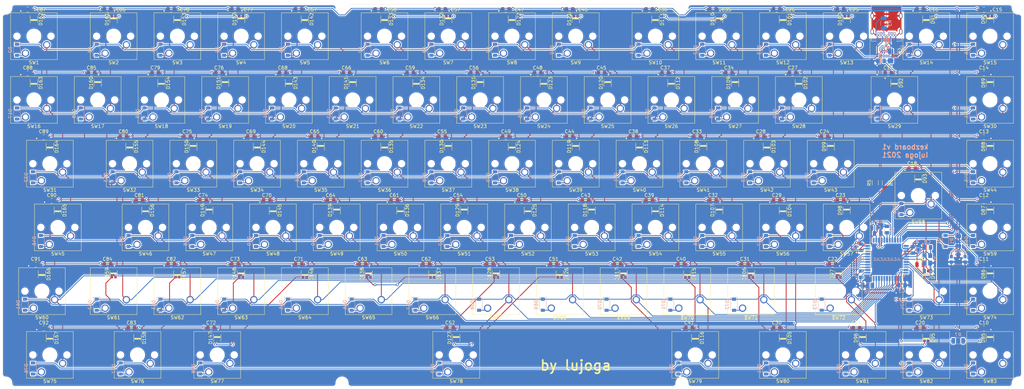
<source format=kicad_pcb>
(kicad_pcb (version 20171130) (host pcbnew 5.1.10)

  (general
    (thickness 1.6)
    (drawings 54)
    (tracks 2819)
    (zones 0)
    (modules 362)
    (nets 216)
  )

  (page A3)
  (layers
    (0 F.Cu signal)
    (31 B.Cu signal)
    (32 B.Adhes user)
    (33 F.Adhes user)
    (34 B.Paste user)
    (35 F.Paste user)
    (36 B.SilkS user)
    (37 F.SilkS user)
    (38 B.Mask user)
    (39 F.Mask user)
    (40 Dwgs.User user hide)
    (41 Cmts.User user)
    (42 Eco1.User user)
    (43 Eco2.User user)
    (44 Edge.Cuts user)
    (45 Margin user)
    (46 B.CrtYd user)
    (47 F.CrtYd user)
    (48 B.Fab user hide)
    (49 F.Fab user hide)
  )

  (setup
    (last_trace_width 0.25)
    (trace_clearance 0.2)
    (zone_clearance 0.508)
    (zone_45_only no)
    (trace_min 0.2)
    (via_size 0.8)
    (via_drill 0.4)
    (via_min_size 0.6)
    (via_min_drill 0.3)
    (uvia_size 0.3)
    (uvia_drill 0.1)
    (uvias_allowed no)
    (uvia_min_size 0.2)
    (uvia_min_drill 0.1)
    (edge_width 0.05)
    (segment_width 0.2)
    (pcb_text_width 0.3)
    (pcb_text_size 1.5 1.5)
    (mod_edge_width 0.12)
    (mod_text_size 1 1)
    (mod_text_width 0.15)
    (pad_size 2 2)
    (pad_drill 0)
    (pad_to_mask_clearance 0)
    (aux_axis_origin 0 0)
    (visible_elements FFFFF77F)
    (pcbplotparams
      (layerselection 0x010fc_ffffffff)
      (usegerberextensions false)
      (usegerberattributes false)
      (usegerberadvancedattributes false)
      (creategerberjobfile false)
      (excludeedgelayer true)
      (linewidth 0.100000)
      (plotframeref false)
      (viasonmask false)
      (mode 1)
      (useauxorigin false)
      (hpglpennumber 1)
      (hpglpenspeed 20)
      (hpglpendiameter 15.000000)
      (psnegative false)
      (psa4output false)
      (plotreference true)
      (plotvalue true)
      (plotinvisibletext false)
      (padsonsilk false)
      (subtractmaskfromsilk false)
      (outputformat 1)
      (mirror false)
      (drillshape 1)
      (scaleselection 1)
      (outputdirectory ""))
  )

  (net 0 "")
  (net 1 GND)
  (net 2 +5V)
  (net 3 "Net-(C7-Pad1)")
  (net 4 "Net-(C8-Pad2)")
  (net 5 "Net-(C9-Pad1)")
  (net 6 RST)
  (net 7 ROW0)
  (net 8 "Net-(D2-Pad2)")
  (net 9 "Net-(D3-Pad2)")
  (net 10 "Net-(D4-Pad2)")
  (net 11 "Net-(D5-Pad2)")
  (net 12 "Net-(D6-Pad2)")
  (net 13 "Net-(D7-Pad2)")
  (net 14 "Net-(D8-Pad2)")
  (net 15 "Net-(D9-Pad2)")
  (net 16 "Net-(D10-Pad2)")
  (net 17 "Net-(D11-Pad2)")
  (net 18 "Net-(D12-Pad2)")
  (net 19 "Net-(D13-Pad2)")
  (net 20 "Net-(D14-Pad2)")
  (net 21 "Net-(D15-Pad2)")
  (net 22 "Net-(D16-Pad2)")
  (net 23 ROW1)
  (net 24 "Net-(D17-Pad2)")
  (net 25 "Net-(D18-Pad2)")
  (net 26 "Net-(D19-Pad2)")
  (net 27 "Net-(D20-Pad2)")
  (net 28 "Net-(D21-Pad2)")
  (net 29 "Net-(D22-Pad2)")
  (net 30 "Net-(D23-Pad2)")
  (net 31 "Net-(D24-Pad2)")
  (net 32 "Net-(D25-Pad2)")
  (net 33 "Net-(D26-Pad2)")
  (net 34 "Net-(D27-Pad2)")
  (net 35 "Net-(D28-Pad2)")
  (net 36 "Net-(D29-Pad2)")
  (net 37 "Net-(D30-Pad2)")
  (net 38 "Net-(D31-Pad2)")
  (net 39 "Net-(D32-Pad2)")
  (net 40 ROW2)
  (net 41 "Net-(D33-Pad2)")
  (net 42 "Net-(D34-Pad2)")
  (net 43 "Net-(D35-Pad2)")
  (net 44 "Net-(D36-Pad2)")
  (net 45 "Net-(D37-Pad2)")
  (net 46 "Net-(D38-Pad2)")
  (net 47 "Net-(D39-Pad2)")
  (net 48 "Net-(D40-Pad2)")
  (net 49 "Net-(D41-Pad2)")
  (net 50 "Net-(D42-Pad2)")
  (net 51 "Net-(D43-Pad2)")
  (net 52 "Net-(D44-Pad2)")
  (net 53 "Net-(D45-Pad2)")
  (net 54 "Net-(D46-Pad2)")
  (net 55 ROW3)
  (net 56 "Net-(D47-Pad2)")
  (net 57 "Net-(D48-Pad2)")
  (net 58 "Net-(D49-Pad2)")
  (net 59 "Net-(D50-Pad2)")
  (net 60 "Net-(D51-Pad2)")
  (net 61 "Net-(D52-Pad2)")
  (net 62 "Net-(D53-Pad2)")
  (net 63 "Net-(D54-Pad2)")
  (net 64 "Net-(D55-Pad2)")
  (net 65 "Net-(D56-Pad2)")
  (net 66 "Net-(D57-Pad2)")
  (net 67 "Net-(D58-Pad2)")
  (net 68 "Net-(D59-Pad2)")
  (net 69 "Net-(D60-Pad2)")
  (net 70 ROW4)
  (net 71 "Net-(D61-Pad2)")
  (net 72 "Net-(D62-Pad2)")
  (net 73 "Net-(D63-Pad2)")
  (net 74 "Net-(D64-Pad2)")
  (net 75 "Net-(D65-Pad2)")
  (net 76 "Net-(D66-Pad2)")
  (net 77 "Net-(D67-Pad2)")
  (net 78 "Net-(D68-Pad2)")
  (net 79 "Net-(D69-Pad2)")
  (net 80 "Net-(D70-Pad2)")
  (net 81 "Net-(D71-Pad2)")
  (net 82 "Net-(D72-Pad2)")
  (net 83 "Net-(D73-Pad2)")
  (net 84 "Net-(D74-Pad2)")
  (net 85 "Net-(D75-Pad2)")
  (net 86 ROW5)
  (net 87 "Net-(D76-Pad2)")
  (net 88 "Net-(D77-Pad2)")
  (net 89 "Net-(D78-Pad2)")
  (net 90 "Net-(D79-Pad2)")
  (net 91 "Net-(D80-Pad2)")
  (net 92 "Net-(D81-Pad2)")
  (net 93 "Net-(D82-Pad2)")
  (net 94 "Net-(D83-Pad2)")
  (net 95 "Net-(D84-Pad2)")
  (net 96 "Net-(D85-Pad2)")
  (net 97 DIN)
  (net 98 "Net-(D86-Pad2)")
  (net 99 "Net-(D87-Pad2)")
  (net 100 "Net-(D88-Pad2)")
  (net 101 "Net-(D89-Pad2)")
  (net 102 "Net-(D90-Pad2)")
  (net 103 "Net-(D91-Pad2)")
  (net 104 "Net-(D92-Pad2)")
  (net 105 "Net-(D93-Pad2)")
  (net 106 "Net-(D94-Pad2)")
  (net 107 "Net-(D95-Pad2)")
  (net 108 "Net-(D96-Pad2)")
  (net 109 "Net-(D97-Pad2)")
  (net 110 "Net-(D98-Pad2)")
  (net 111 "Net-(D100-Pad4)")
  (net 112 "Net-(D100-Pad2)")
  (net 113 "Net-(D101-Pad2)")
  (net 114 "Net-(D102-Pad2)")
  (net 115 "Net-(D103-Pad2)")
  (net 116 "Net-(D104-Pad2)")
  (net 117 "Net-(D105-Pad2)")
  (net 118 "Net-(D106-Pad2)")
  (net 119 "Net-(D107-Pad2)")
  (net 120 "Net-(D108-Pad2)")
  (net 121 "Net-(D109-Pad2)")
  (net 122 "Net-(D110-Pad2)")
  (net 123 "Net-(D111-Pad2)")
  (net 124 "Net-(D112-Pad2)")
  (net 125 "Net-(D113-Pad2)")
  (net 126 "Net-(D114-Pad2)")
  (net 127 "Net-(D115-Pad2)")
  (net 128 "Net-(D116-Pad2)")
  (net 129 "Net-(D117-Pad2)")
  (net 130 "Net-(D118-Pad2)")
  (net 131 "Net-(D119-Pad2)")
  (net 132 "Net-(D120-Pad2)")
  (net 133 "Net-(D121-Pad2)")
  (net 134 "Net-(D122-Pad2)")
  (net 135 "Net-(D123-Pad2)")
  (net 136 "Net-(D124-Pad2)")
  (net 137 "Net-(D125-Pad2)")
  (net 138 "Net-(D126-Pad2)")
  (net 139 "Net-(D127-Pad2)")
  (net 140 "Net-(D128-Pad2)")
  (net 141 "Net-(D129-Pad2)")
  (net 142 "Net-(D130-Pad2)")
  (net 143 "Net-(D131-Pad2)")
  (net 144 "Net-(D132-Pad2)")
  (net 145 "Net-(D133-Pad2)")
  (net 146 "Net-(D134-Pad2)")
  (net 147 "Net-(D135-Pad2)")
  (net 148 "Net-(D136-Pad2)")
  (net 149 "Net-(D137-Pad2)")
  (net 150 "Net-(D138-Pad2)")
  (net 151 "Net-(D139-Pad2)")
  (net 152 "Net-(D140-Pad2)")
  (net 153 "Net-(D141-Pad2)")
  (net 154 "Net-(D142-Pad2)")
  (net 155 "Net-(D143-Pad2)")
  (net 156 "Net-(D144-Pad2)")
  (net 157 "Net-(D145-Pad2)")
  (net 158 "Net-(D146-Pad2)")
  (net 159 "Net-(D147-Pad2)")
  (net 160 "Net-(D148-Pad2)")
  (net 161 "Net-(D149-Pad2)")
  (net 162 "Net-(D150-Pad2)")
  (net 163 "Net-(D151-Pad2)")
  (net 164 "Net-(D152-Pad2)")
  (net 165 "Net-(D153-Pad2)")
  (net 166 "Net-(D154-Pad2)")
  (net 167 "Net-(D155-Pad2)")
  (net 168 "Net-(D156-Pad2)")
  (net 169 "Net-(D157-Pad2)")
  (net 170 "Net-(D158-Pad2)")
  (net 171 "Net-(D159-Pad2)")
  (net 172 "Net-(D160-Pad2)")
  (net 173 "Net-(D161-Pad2)")
  (net 174 "Net-(D162-Pad2)")
  (net 175 "Net-(D163-Pad2)")
  (net 176 "Net-(D164-Pad2)")
  (net 177 "Net-(D165-Pad2)")
  (net 178 "Net-(D166-Pad2)")
  (net 179 "Net-(D167-Pad2)")
  (net 180 "Net-(F1-Pad2)")
  (net 181 COL02)
  (net 182 COL00)
  (net 183 COL01)
  (net 184 D-)
  (net 185 D+)
  (net 186 "Net-(R6-Pad2)")
  (net 187 COL03)
  (net 188 COL04)
  (net 189 COL06)
  (net 190 COL07)
  (net 191 COL08)
  (net 192 COL09)
  (net 193 COL10)
  (net 194 COL11)
  (net 195 COL12)
  (net 196 COL13)
  (net 197 COL14)
  (net 198 COL15)
  (net 199 COL05)
  (net 200 "Net-(U1-Pad1)")
  (net 201 "Net-(U1-Pad42)")
  (net 202 "Net-(R7-Pad2)")
  (net 203 "Net-(J1-PadB11)")
  (net 204 "Net-(J1-PadB2)")
  (net 205 "Net-(J1-PadB5)")
  (net 206 "Net-(J1-PadB8)")
  (net 207 "Net-(J1-PadB3)")
  (net 208 "Net-(J1-PadB10)")
  (net 209 "Net-(J1-PadA2)")
  (net 210 "Net-(J1-PadA3)")
  (net 211 "Net-(J1-PadA5)")
  (net 212 "Net-(J1-PadA8)")
  (net 213 "Net-(J1-PadA10)")
  (net 214 "Net-(J1-PadA11)")
  (net 215 "Net-(U1-Pad12)")

  (net_class Default "Dies ist die voreingestellte Netzklasse."
    (clearance 0.2)
    (trace_width 0.25)
    (via_dia 0.8)
    (via_drill 0.4)
    (uvia_dia 0.3)
    (uvia_drill 0.1)
    (add_net +5V)
    (add_net COL00)
    (add_net COL01)
    (add_net COL02)
    (add_net COL03)
    (add_net COL04)
    (add_net COL05)
    (add_net COL06)
    (add_net COL07)
    (add_net COL08)
    (add_net COL09)
    (add_net COL10)
    (add_net COL11)
    (add_net COL12)
    (add_net COL13)
    (add_net COL14)
    (add_net COL15)
    (add_net D+)
    (add_net D-)
    (add_net DIN)
    (add_net GND)
    (add_net "Net-(C7-Pad1)")
    (add_net "Net-(C8-Pad2)")
    (add_net "Net-(C9-Pad1)")
    (add_net "Net-(D10-Pad2)")
    (add_net "Net-(D100-Pad2)")
    (add_net "Net-(D100-Pad4)")
    (add_net "Net-(D101-Pad2)")
    (add_net "Net-(D102-Pad2)")
    (add_net "Net-(D103-Pad2)")
    (add_net "Net-(D104-Pad2)")
    (add_net "Net-(D105-Pad2)")
    (add_net "Net-(D106-Pad2)")
    (add_net "Net-(D107-Pad2)")
    (add_net "Net-(D108-Pad2)")
    (add_net "Net-(D109-Pad2)")
    (add_net "Net-(D11-Pad2)")
    (add_net "Net-(D110-Pad2)")
    (add_net "Net-(D111-Pad2)")
    (add_net "Net-(D112-Pad2)")
    (add_net "Net-(D113-Pad2)")
    (add_net "Net-(D114-Pad2)")
    (add_net "Net-(D115-Pad2)")
    (add_net "Net-(D116-Pad2)")
    (add_net "Net-(D117-Pad2)")
    (add_net "Net-(D118-Pad2)")
    (add_net "Net-(D119-Pad2)")
    (add_net "Net-(D12-Pad2)")
    (add_net "Net-(D120-Pad2)")
    (add_net "Net-(D121-Pad2)")
    (add_net "Net-(D122-Pad2)")
    (add_net "Net-(D123-Pad2)")
    (add_net "Net-(D124-Pad2)")
    (add_net "Net-(D125-Pad2)")
    (add_net "Net-(D126-Pad2)")
    (add_net "Net-(D127-Pad2)")
    (add_net "Net-(D128-Pad2)")
    (add_net "Net-(D129-Pad2)")
    (add_net "Net-(D13-Pad2)")
    (add_net "Net-(D130-Pad2)")
    (add_net "Net-(D131-Pad2)")
    (add_net "Net-(D132-Pad2)")
    (add_net "Net-(D133-Pad2)")
    (add_net "Net-(D134-Pad2)")
    (add_net "Net-(D135-Pad2)")
    (add_net "Net-(D136-Pad2)")
    (add_net "Net-(D137-Pad2)")
    (add_net "Net-(D138-Pad2)")
    (add_net "Net-(D139-Pad2)")
    (add_net "Net-(D14-Pad2)")
    (add_net "Net-(D140-Pad2)")
    (add_net "Net-(D141-Pad2)")
    (add_net "Net-(D142-Pad2)")
    (add_net "Net-(D143-Pad2)")
    (add_net "Net-(D144-Pad2)")
    (add_net "Net-(D145-Pad2)")
    (add_net "Net-(D146-Pad2)")
    (add_net "Net-(D147-Pad2)")
    (add_net "Net-(D148-Pad2)")
    (add_net "Net-(D149-Pad2)")
    (add_net "Net-(D15-Pad2)")
    (add_net "Net-(D150-Pad2)")
    (add_net "Net-(D151-Pad2)")
    (add_net "Net-(D152-Pad2)")
    (add_net "Net-(D153-Pad2)")
    (add_net "Net-(D154-Pad2)")
    (add_net "Net-(D155-Pad2)")
    (add_net "Net-(D156-Pad2)")
    (add_net "Net-(D157-Pad2)")
    (add_net "Net-(D158-Pad2)")
    (add_net "Net-(D159-Pad2)")
    (add_net "Net-(D16-Pad2)")
    (add_net "Net-(D160-Pad2)")
    (add_net "Net-(D161-Pad2)")
    (add_net "Net-(D162-Pad2)")
    (add_net "Net-(D163-Pad2)")
    (add_net "Net-(D164-Pad2)")
    (add_net "Net-(D165-Pad2)")
    (add_net "Net-(D166-Pad2)")
    (add_net "Net-(D167-Pad2)")
    (add_net "Net-(D17-Pad2)")
    (add_net "Net-(D18-Pad2)")
    (add_net "Net-(D19-Pad2)")
    (add_net "Net-(D2-Pad2)")
    (add_net "Net-(D20-Pad2)")
    (add_net "Net-(D21-Pad2)")
    (add_net "Net-(D22-Pad2)")
    (add_net "Net-(D23-Pad2)")
    (add_net "Net-(D24-Pad2)")
    (add_net "Net-(D25-Pad2)")
    (add_net "Net-(D26-Pad2)")
    (add_net "Net-(D27-Pad2)")
    (add_net "Net-(D28-Pad2)")
    (add_net "Net-(D29-Pad2)")
    (add_net "Net-(D3-Pad2)")
    (add_net "Net-(D30-Pad2)")
    (add_net "Net-(D31-Pad2)")
    (add_net "Net-(D32-Pad2)")
    (add_net "Net-(D33-Pad2)")
    (add_net "Net-(D34-Pad2)")
    (add_net "Net-(D35-Pad2)")
    (add_net "Net-(D36-Pad2)")
    (add_net "Net-(D37-Pad2)")
    (add_net "Net-(D38-Pad2)")
    (add_net "Net-(D39-Pad2)")
    (add_net "Net-(D4-Pad2)")
    (add_net "Net-(D40-Pad2)")
    (add_net "Net-(D41-Pad2)")
    (add_net "Net-(D42-Pad2)")
    (add_net "Net-(D43-Pad2)")
    (add_net "Net-(D44-Pad2)")
    (add_net "Net-(D45-Pad2)")
    (add_net "Net-(D46-Pad2)")
    (add_net "Net-(D47-Pad2)")
    (add_net "Net-(D48-Pad2)")
    (add_net "Net-(D49-Pad2)")
    (add_net "Net-(D5-Pad2)")
    (add_net "Net-(D50-Pad2)")
    (add_net "Net-(D51-Pad2)")
    (add_net "Net-(D52-Pad2)")
    (add_net "Net-(D53-Pad2)")
    (add_net "Net-(D54-Pad2)")
    (add_net "Net-(D55-Pad2)")
    (add_net "Net-(D56-Pad2)")
    (add_net "Net-(D57-Pad2)")
    (add_net "Net-(D58-Pad2)")
    (add_net "Net-(D59-Pad2)")
    (add_net "Net-(D6-Pad2)")
    (add_net "Net-(D60-Pad2)")
    (add_net "Net-(D61-Pad2)")
    (add_net "Net-(D62-Pad2)")
    (add_net "Net-(D63-Pad2)")
    (add_net "Net-(D64-Pad2)")
    (add_net "Net-(D65-Pad2)")
    (add_net "Net-(D66-Pad2)")
    (add_net "Net-(D67-Pad2)")
    (add_net "Net-(D68-Pad2)")
    (add_net "Net-(D69-Pad2)")
    (add_net "Net-(D7-Pad2)")
    (add_net "Net-(D70-Pad2)")
    (add_net "Net-(D71-Pad2)")
    (add_net "Net-(D72-Pad2)")
    (add_net "Net-(D73-Pad2)")
    (add_net "Net-(D74-Pad2)")
    (add_net "Net-(D75-Pad2)")
    (add_net "Net-(D76-Pad2)")
    (add_net "Net-(D77-Pad2)")
    (add_net "Net-(D78-Pad2)")
    (add_net "Net-(D79-Pad2)")
    (add_net "Net-(D8-Pad2)")
    (add_net "Net-(D80-Pad2)")
    (add_net "Net-(D81-Pad2)")
    (add_net "Net-(D82-Pad2)")
    (add_net "Net-(D83-Pad2)")
    (add_net "Net-(D84-Pad2)")
    (add_net "Net-(D85-Pad2)")
    (add_net "Net-(D86-Pad2)")
    (add_net "Net-(D87-Pad2)")
    (add_net "Net-(D88-Pad2)")
    (add_net "Net-(D89-Pad2)")
    (add_net "Net-(D9-Pad2)")
    (add_net "Net-(D90-Pad2)")
    (add_net "Net-(D91-Pad2)")
    (add_net "Net-(D92-Pad2)")
    (add_net "Net-(D93-Pad2)")
    (add_net "Net-(D94-Pad2)")
    (add_net "Net-(D95-Pad2)")
    (add_net "Net-(D96-Pad2)")
    (add_net "Net-(D97-Pad2)")
    (add_net "Net-(D98-Pad2)")
    (add_net "Net-(F1-Pad2)")
    (add_net "Net-(J1-PadA10)")
    (add_net "Net-(J1-PadA11)")
    (add_net "Net-(J1-PadA2)")
    (add_net "Net-(J1-PadA3)")
    (add_net "Net-(J1-PadA5)")
    (add_net "Net-(J1-PadA8)")
    (add_net "Net-(J1-PadB10)")
    (add_net "Net-(J1-PadB11)")
    (add_net "Net-(J1-PadB2)")
    (add_net "Net-(J1-PadB3)")
    (add_net "Net-(J1-PadB5)")
    (add_net "Net-(J1-PadB8)")
    (add_net "Net-(R6-Pad2)")
    (add_net "Net-(R7-Pad2)")
    (add_net "Net-(U1-Pad1)")
    (add_net "Net-(U1-Pad12)")
    (add_net "Net-(U1-Pad42)")
    (add_net ROW0)
    (add_net ROW1)
    (add_net ROW2)
    (add_net ROW3)
    (add_net ROW4)
    (add_net ROW5)
    (add_net RST)
  )

  (module MountingHole:MountingHole_2mm (layer F.Cu) (tedit 60F2D872) (tstamp 60E8A97D)
    (at 341.8 151.3)
    (descr "Mounting Hole 2mm, no annular")
    (tags "mounting hole 2mm no annular")
    (attr virtual)
    (fp_text reference REF** (at 0 -4.2) (layer F.SilkS) hide
      (effects (font (size 1 1) (thickness 0.15)))
    )
    (fp_text value MountingHole_2mm (at 0 4.2) (layer F.Fab) hide
      (effects (font (size 1 1) (thickness 0.15)))
    )
    (fp_circle (center 0 0) (end 1.7 0) (layer F.CrtYd) (width 0.05))
    (fp_circle (center 0 0) (end 1.6 0) (layer Cmts.User) (width 0.15))
    (fp_text user %R (at 0.3 0) (layer F.Fab) hide
      (effects (font (size 1 1) (thickness 0.15)))
    )
    (pad "" smd circle (at 0 0) (size 2 2) (layers *.Paste))
  )

  (module MountingHole:MountingHole_2mm (layer F.Cu) (tedit 60F2D855) (tstamp 60E8A94A)
    (at 341.8 39.2)
    (descr "Mounting Hole 2mm, no annular")
    (tags "mounting hole 2mm no annular")
    (attr virtual)
    (fp_text reference REF** (at 0 -4.2) (layer F.SilkS) hide
      (effects (font (size 1 1) (thickness 0.15)))
    )
    (fp_text value MountingHole_2mm (at 0 4.2) (layer F.Fab) hide
      (effects (font (size 1 1) (thickness 0.15)))
    )
    (fp_circle (center 0 0) (end 1.7 0) (layer F.CrtYd) (width 0.05))
    (fp_circle (center 0 0) (end 1.6 0) (layer Cmts.User) (width 0.15))
    (fp_text user %R (at 0.3 0) (layer F.Fab) hide
      (effects (font (size 1 1) (thickness 0.15)))
    )
    (pad "" smd circle (at 0 0) (size 2 2) (layers *.Paste))
  )

  (module MountingHole:MountingHole_2mm (layer F.Cu) (tedit 60F2D83E) (tstamp 60E8A17F)
    (at 241.3 39.2)
    (descr "Mounting Hole 2mm, no annular")
    (tags "mounting hole 2mm no annular")
    (attr virtual)
    (fp_text reference REF** (at 0 -4.2) (layer F.SilkS) hide
      (effects (font (size 1 1) (thickness 0.15)))
    )
    (fp_text value MountingHole_2mm (at 0 4.2) (layer F.Fab) hide
      (effects (font (size 1 1) (thickness 0.15)))
    )
    (fp_circle (center 0 0) (end 1.7 0) (layer F.CrtYd) (width 0.05))
    (fp_circle (center 0 0) (end 1.6 0) (layer Cmts.User) (width 0.15))
    (fp_text user %R (at 0.3 0) (layer F.Fab) hide
      (effects (font (size 1 1) (thickness 0.15)))
    )
    (pad "" smd circle (at 0 0) (size 2 2) (layers *.Paste))
  )

  (module MountingHole:MountingHole_2mm (layer F.Cu) (tedit 60F2D7FF) (tstamp 60E89FD7)
    (at 139.7 39.2)
    (descr "Mounting Hole 2mm, no annular")
    (tags "mounting hole 2mm no annular")
    (attr virtual)
    (fp_text reference REF** (at 0 -4.2) (layer F.SilkS) hide
      (effects (font (size 1 1) (thickness 0.15)))
    )
    (fp_text value MountingHole_2mm (at 0 4.2) (layer F.Fab) hide
      (effects (font (size 1 1) (thickness 0.15)))
    )
    (fp_circle (center 0 0) (end 1.7 0) (layer F.CrtYd) (width 0.05))
    (fp_circle (center 0 0) (end 1.6 0) (layer Cmts.User) (width 0.15))
    (fp_text user %R (at 0.3 0) (layer F.Fab) hide
      (effects (font (size 1 1) (thickness 0.15)))
    )
    (pad "" smd circle (at 0 0) (size 2 2) (layers *.Paste))
  )

  (module MountingHole:MountingHole_2mm (layer F.Cu) (tedit 60F2D7D3) (tstamp 60E8A8F8)
    (at 39.2 39.2)
    (descr "Mounting Hole 2mm, no annular")
    (tags "mounting hole 2mm no annular")
    (attr virtual)
    (fp_text reference REF** (at 0 -4.2) (layer F.SilkS) hide
      (effects (font (size 1 1) (thickness 0.15)))
    )
    (fp_text value MountingHole_2mm (at 0 4.2) (layer F.Fab) hide
      (effects (font (size 1 1) (thickness 0.15)))
    )
    (fp_circle (center 0 0) (end 1.7 0) (layer F.CrtYd) (width 0.05))
    (fp_circle (center 0 0) (end 1.6 0) (layer Cmts.User) (width 0.15))
    (fp_text user %R (at 0.3 0) (layer F.Fab) hide
      (effects (font (size 1 1) (thickness 0.15)))
    )
    (pad "" smd circle (at 0 0) (size 2 2) (layers *.Paste))
  )

  (module MountingHole:MountingHole_2mm (layer F.Cu) (tedit 60F2D763) (tstamp 60E8A92F)
    (at 39.2 151.3)
    (descr "Mounting Hole 2mm, no annular")
    (tags "mounting hole 2mm no annular")
    (attr virtual)
    (fp_text reference REF** (at 0 -4.2) (layer F.SilkS) hide
      (effects (font (size 1 1) (thickness 0.15)))
    )
    (fp_text value MountingHole_2mm (at 0 4.2) (layer F.Fab) hide
      (effects (font (size 1 1) (thickness 0.15)))
    )
    (fp_circle (center 0 0) (end 1.7 0) (layer F.CrtYd) (width 0.05))
    (fp_circle (center 0 0) (end 1.6 0) (layer Cmts.User) (width 0.15))
    (fp_text user %R (at 0.3 0) (layer F.Fab) hide
      (effects (font (size 1 1) (thickness 0.15)))
    )
    (pad "" smd circle (at 0 0) (size 2 2) (layers *.Paste))
  )

  (module MountingHole:MountingHole_2mm (layer F.Cu) (tedit 60F2D70C) (tstamp 60E8A18C)
    (at 139.7 151.3)
    (descr "Mounting Hole 2mm, no annular")
    (tags "mounting hole 2mm no annular")
    (attr virtual)
    (fp_text reference REF** (at 0 -4.2) (layer F.SilkS) hide
      (effects (font (size 1 1) (thickness 0.15)))
    )
    (fp_text value MountingHole_2mm (at 0 4.2) (layer F.Fab) hide
      (effects (font (size 1 1) (thickness 0.15)))
    )
    (fp_circle (center 0 0) (end 1.7 0) (layer F.CrtYd) (width 0.05))
    (fp_circle (center 0 0) (end 1.6 0) (layer Cmts.User) (width 0.15))
    (fp_text user %R (at 0.3 0) (layer F.Fab) hide
      (effects (font (size 1 1) (thickness 0.15)))
    )
    (pad "" smd circle (at 0 0) (size 2 2) (layers *.Paste))
  )

  (module MountingHole:MountingHole_2mm (layer F.Cu) (tedit 60F2D69F) (tstamp 60E8A1A1)
    (at 241.3 151.3)
    (descr "Mounting Hole 2mm, no annular")
    (tags "mounting hole 2mm no annular")
    (attr virtual)
    (fp_text reference REF** (at 0 -4.2) (layer F.SilkS) hide
      (effects (font (size 1 1) (thickness 0.15)))
    )
    (fp_text value MountingHole_2mm (at 0 4.2) (layer F.Fab) hide
      (effects (font (size 1 1) (thickness 0.15)))
    )
    (fp_circle (center 0 0) (end 1.7 0) (layer F.CrtYd) (width 0.05))
    (fp_circle (center 0 0) (end 1.6 0) (layer Cmts.User) (width 0.15))
    (fp_text user %R (at 0.3 0) (layer F.Fab) hide
      (effects (font (size 1 1) (thickness 0.15)))
    )
    (pad "" smd circle (at 0 0) (size 2 2) (layers *.Paste))
  )

  (module Button_Switch_Keyboard:SW_Cherry_MX_ISOEnter_PCB (layer F.Cu) (tedit 60E88C41) (tstamp 5F160517)
    (at 309.40375 100.33 180)
    (descr "Cherry MX keyswitch, ISO Enter, PCB mount, http://cherryamericas.com/wp-content/uploads/2014/12/mx_cat.pdf")
    (tags "Cherry MX keyswitch ISO enter PCB")
    (path /5F51BE8C/5F51CE2C)
    (fp_text reference SW58 (at -2.54 -2.794 180) (layer F.SilkS)
      (effects (font (size 1 1) (thickness 0.15)))
    )
    (fp_text value MX1A-G1NA (at -2.286 13.208 180) (layer F.Fab)
      (effects (font (size 1 1) (thickness 0.15)))
    )
    (fp_line (start -8.89 -1.27) (end 3.81 -1.27) (layer F.Fab) (width 0.1))
    (fp_line (start 3.81 -1.27) (end 3.81 11.43) (layer F.Fab) (width 0.1))
    (fp_line (start 3.81 11.43) (end -8.89 11.43) (layer F.Fab) (width 0.1))
    (fp_line (start -8.89 11.43) (end -8.89 -1.27) (layer F.Fab) (width 0.1))
    (fp_line (start -9.14 11.68) (end -9.14 -1.52) (layer F.CrtYd) (width 0.05))
    (fp_line (start 4.06 11.68) (end -9.14 11.68) (layer F.CrtYd) (width 0.05))
    (fp_line (start 4.06 -1.52) (end 4.06 11.68) (layer F.CrtYd) (width 0.05))
    (fp_line (start -9.14 -1.52) (end 4.06 -1.52) (layer F.CrtYd) (width 0.05))
    (fp_line (start 9.36625 -13.97) (end 9.36625 5.08) (layer Dwgs.User) (width 0.15))
    (fp_line (start 14.12875 24.13) (end -14.44625 24.13) (layer Dwgs.User) (width 0.15))
    (fp_line (start -14.44625 24.13) (end -14.44625 -13.97) (layer Dwgs.User) (width 0.15))
    (fp_line (start -14.44625 -13.97) (end 9.36625 -13.97) (layer Dwgs.User) (width 0.15))
    (fp_line (start 14.12875 5.08) (end 14.12875 24.13) (layer Dwgs.User) (width 0.15))
    (fp_line (start 9.36625 5.08) (end 14.12875 5.08) (layer Dwgs.User) (width 0.15))
    (fp_line (start -9.525 -1.905) (end 4.445 -1.905) (layer F.SilkS) (width 0.12))
    (fp_line (start 4.445 -1.905) (end 4.445 12.065) (layer F.SilkS) (width 0.12))
    (fp_line (start 4.445 12.065) (end -9.525 12.065) (layer F.SilkS) (width 0.12))
    (fp_line (start -9.525 12.065) (end -9.525 -1.905) (layer F.SilkS) (width 0.12))
    (fp_text user %R (at -2.54 -2.794 180) (layer F.Fab)
      (effects (font (size 1 1) (thickness 0.15)))
    )
    (pad 1 thru_hole circle (at 0 0 180) (size 2.2 2.2) (drill 1.5) (layers *.Cu *.Mask)
      (net 68 "Net-(D59-Pad2)"))
    (pad 2 thru_hole circle (at -6.35 2.54 180) (size 2.2 2.2) (drill 1.5) (layers *.Cu *.Mask)
      (net 197 COL14))
    (pad "" np_thru_hole circle (at -2.54 5.08 180) (size 4 4) (drill 4) (layers *.Cu *.Mask))
    (pad "" np_thru_hole circle (at -7.62 5.08 180) (size 1.7 1.7) (drill 1.7) (layers *.Cu *.Mask))
    (pad "" np_thru_hole circle (at 2.54 5.08 180) (size 1.7 1.7) (drill 1.7) (layers *.Cu *.Mask))
    (model ${KISYS3DMOD}/Button_Switch_Keyboard.3dshapes/SW_Cherry_MX_ISOEnter_PCB.wrl
      (at (xyz 0 0 0))
      (scale (xyz 1 1 1))
      (rotate (xyz 0 0 0))
    )
  )

  (module Button_Switch_Keyboard:SW_Cherry_MX_2.00u_PCB (layer F.Cu) (tedit 60E88B61) (tstamp 5F16021F)
    (at 302.26 71.755 180)
    (descr "Cherry MX keyswitch, 2.00u, PCB mount, http://cherryamericas.com/wp-content/uploads/2014/12/mx_cat.pdf")
    (tags "Cherry MX keyswitch 2.00u PCB")
    (path /5F51BE8C/5F51CE0E)
    (fp_text reference SW29 (at -2.54 -2.794 180) (layer F.SilkS)
      (effects (font (size 1 1) (thickness 0.15)))
    )
    (fp_text value MX1A-G1NA (at -2.54 12.954 180) (layer F.Fab)
      (effects (font (size 1 1) (thickness 0.15)))
    )
    (fp_line (start -8.89 -1.27) (end 3.81 -1.27) (layer F.Fab) (width 0.1))
    (fp_line (start 3.81 -1.27) (end 3.81 11.43) (layer F.Fab) (width 0.1))
    (fp_line (start 3.81 11.43) (end -8.89 11.43) (layer F.Fab) (width 0.1))
    (fp_line (start -8.89 11.43) (end -8.89 -1.27) (layer F.Fab) (width 0.1))
    (fp_line (start -9.14 11.68) (end -9.14 -1.52) (layer F.CrtYd) (width 0.05))
    (fp_line (start 4.06 11.68) (end -9.14 11.68) (layer F.CrtYd) (width 0.05))
    (fp_line (start 4.06 -1.52) (end 4.06 11.68) (layer F.CrtYd) (width 0.05))
    (fp_line (start -9.14 -1.52) (end 4.06 -1.52) (layer F.CrtYd) (width 0.05))
    (fp_line (start -21.59 -4.445) (end 16.51 -4.445) (layer Dwgs.User) (width 0.15))
    (fp_line (start 16.51 -4.445) (end 16.51 14.605) (layer Dwgs.User) (width 0.15))
    (fp_line (start 16.51 14.605) (end -21.59 14.605) (layer Dwgs.User) (width 0.15))
    (fp_line (start -21.59 14.605) (end -21.59 -4.445) (layer Dwgs.User) (width 0.15))
    (fp_line (start -9.525 -1.905) (end 4.445 -1.905) (layer F.SilkS) (width 0.12))
    (fp_line (start 4.445 -1.905) (end 4.445 12.065) (layer F.SilkS) (width 0.12))
    (fp_line (start 4.445 12.065) (end -9.525 12.065) (layer F.SilkS) (width 0.12))
    (fp_line (start -9.525 12.065) (end -9.525 -1.905) (layer F.SilkS) (width 0.12))
    (fp_text user %R (at -2.54 -2.794 180) (layer F.Fab)
      (effects (font (size 1 1) (thickness 0.15)))
    )
    (pad 1 thru_hole circle (at 0 0 180) (size 2.2 2.2) (drill 1.5) (layers *.Cu *.Mask)
      (net 37 "Net-(D30-Pad2)"))
    (pad 2 thru_hole circle (at -6.35 2.54 180) (size 2.2 2.2) (drill 1.5) (layers *.Cu *.Mask)
      (net 197 COL14))
    (pad "" np_thru_hole circle (at -2.54 5.08 180) (size 4 4) (drill 4) (layers *.Cu *.Mask))
    (pad "" np_thru_hole circle (at -7.62 5.08 180) (size 1.7 1.7) (drill 1.7) (layers *.Cu *.Mask))
    (pad "" np_thru_hole circle (at 2.54 5.08 180) (size 1.7 1.7) (drill 1.7) (layers *.Cu *.Mask))
    (model ${KISYS3DMOD}/Button_Switch_Keyboard.3dshapes/SW_Cherry_MX_2.00u_PCB.wrl
      (at (xyz 0 0 0))
      (scale (xyz 1 1 1))
      (rotate (xyz 0 0 0))
    )
  )

  (module Button_Switch_Keyboard:SW_Cherry_MX_6.25u_PCB (layer F.Cu) (tedit 60E88B4A) (tstamp 5F160723)
    (at 171.29125 147.955 180)
    (descr "Cherry MX keyswitch, 6.25u, PCB mount, http://cherryamericas.com/wp-content/uploads/2014/12/mx_cat.pdf")
    (tags "Cherry MX keyswitch 6.25u PCB")
    (path /5F51BE8C/5F84AEA9)
    (fp_text reference SW78 (at -2.54 -2.794 180) (layer F.SilkS)
      (effects (font (size 1 1) (thickness 0.15)))
    )
    (fp_text value MX1A-G1NA (at -2.54 12.954 180) (layer F.Fab)
      (effects (font (size 1 1) (thickness 0.15)))
    )
    (fp_line (start -8.89 -1.27) (end 3.81 -1.27) (layer F.Fab) (width 0.1))
    (fp_line (start 3.81 -1.27) (end 3.81 11.43) (layer F.Fab) (width 0.1))
    (fp_line (start 3.81 11.43) (end -8.89 11.43) (layer F.Fab) (width 0.1))
    (fp_line (start -8.89 11.43) (end -8.89 -1.27) (layer F.Fab) (width 0.1))
    (fp_line (start -9.14 11.68) (end -9.14 -1.52) (layer F.CrtYd) (width 0.05))
    (fp_line (start 4.06 11.68) (end -9.14 11.68) (layer F.CrtYd) (width 0.05))
    (fp_line (start 4.06 -1.52) (end 4.06 11.68) (layer F.CrtYd) (width 0.05))
    (fp_line (start -9.14 -1.52) (end 4.06 -1.52) (layer F.CrtYd) (width 0.05))
    (fp_line (start -62.07125 -4.445) (end 56.99125 -4.445) (layer Dwgs.User) (width 0.15))
    (fp_line (start 56.99125 -4.445) (end 56.99125 14.605) (layer Dwgs.User) (width 0.15))
    (fp_line (start 56.99125 14.605) (end -62.07125 14.605) (layer Dwgs.User) (width 0.15))
    (fp_line (start -62.07125 14.605) (end -62.07125 -4.445) (layer Dwgs.User) (width 0.15))
    (fp_line (start -9.525 -1.905) (end 4.445 -1.905) (layer F.SilkS) (width 0.12))
    (fp_line (start 4.445 -1.905) (end 4.445 12.065) (layer F.SilkS) (width 0.12))
    (fp_line (start 4.445 12.065) (end -9.525 12.065) (layer F.SilkS) (width 0.12))
    (fp_line (start -9.525 12.065) (end -9.525 -1.905) (layer F.SilkS) (width 0.12))
    (fp_text user %R (at -2.54 -2.794 180) (layer F.Fab)
      (effects (font (size 1 1) (thickness 0.15)))
    )
    (pad 1 thru_hole circle (at 0 0 180) (size 2.2 2.2) (drill 1.5) (layers *.Cu *.Mask)
      (net 90 "Net-(D79-Pad2)"))
    (pad 2 thru_hole circle (at -6.35 2.54 180) (size 2.2 2.2) (drill 1.5) (layers *.Cu *.Mask)
      (net 190 COL07))
    (pad "" np_thru_hole circle (at -2.54 5.08 180) (size 4 4) (drill 4) (layers *.Cu *.Mask))
    (pad "" np_thru_hole circle (at -7.62 5.08 180) (size 1.7 1.7) (drill 1.7) (layers *.Cu *.Mask))
    (pad "" np_thru_hole circle (at 2.54 5.08 180) (size 1.7 1.7) (drill 1.7) (layers *.Cu *.Mask))
    (model ${KISYS3DMOD}/Button_Switch_Keyboard.3dshapes/SW_Cherry_MX_6.25u_PCB.wrl
      (at (xyz 0 0 0))
      (scale (xyz 1 1 1))
      (rotate (xyz 0 0 0))
    )
  )

  (module Crystal:Crystal_SMD_3225-4Pin_3.2x2.5mm (layer B.Cu) (tedit 5A0FD1B2) (tstamp 60EED0B1)
    (at 314.6425 114.3 90)
    (descr "SMD Crystal SERIES SMD3225/4 http://www.txccrystal.com/images/pdf/7m-accuracy.pdf, 3.2x2.5mm^2 package")
    (tags "SMD SMT crystal")
    (path /5F294622)
    (attr smd)
    (fp_text reference Y1 (at 0 2.45 90) (layer B.SilkS)
      (effects (font (size 1 1) (thickness 0.15)) (justify mirror))
    )
    (fp_text value 16MHz (at 0 -2.45 90) (layer B.Fab)
      (effects (font (size 1 1) (thickness 0.15)) (justify mirror))
    )
    (fp_line (start 2.1 1.7) (end -2.1 1.7) (layer B.CrtYd) (width 0.05))
    (fp_line (start 2.1 -1.7) (end 2.1 1.7) (layer B.CrtYd) (width 0.05))
    (fp_line (start -2.1 -1.7) (end 2.1 -1.7) (layer B.CrtYd) (width 0.05))
    (fp_line (start -2.1 1.7) (end -2.1 -1.7) (layer B.CrtYd) (width 0.05))
    (fp_line (start -2 -1.65) (end 2 -1.65) (layer B.SilkS) (width 0.12))
    (fp_line (start -2 1.65) (end -2 -1.65) (layer B.SilkS) (width 0.12))
    (fp_line (start -1.6 -0.25) (end -0.6 -1.25) (layer B.Fab) (width 0.1))
    (fp_line (start 1.6 1.25) (end -1.6 1.25) (layer B.Fab) (width 0.1))
    (fp_line (start 1.6 -1.25) (end 1.6 1.25) (layer B.Fab) (width 0.1))
    (fp_line (start -1.6 -1.25) (end 1.6 -1.25) (layer B.Fab) (width 0.1))
    (fp_line (start -1.6 1.25) (end -1.6 -1.25) (layer B.Fab) (width 0.1))
    (fp_text user %R (at 0 0 90) (layer B.Fab)
      (effects (font (size 0.7 0.7) (thickness 0.105)) (justify mirror))
    )
    (pad 1 smd rect (at -1.1 -0.85 90) (size 1.4 1.2) (layers B.Cu B.Paste B.Mask)
      (net 3 "Net-(C7-Pad1)"))
    (pad 2 smd rect (at 1.1 -0.85 90) (size 1.4 1.2) (layers B.Cu B.Paste B.Mask)
      (net 1 GND))
    (pad 3 smd rect (at 1.1 0.85 90) (size 1.4 1.2) (layers B.Cu B.Paste B.Mask)
      (net 4 "Net-(C8-Pad2)"))
    (pad 4 smd rect (at -1.1 0.85 90) (size 1.4 1.2) (layers B.Cu B.Paste B.Mask)
      (net 1 GND))
    (model ${KISYS3DMOD}/Crystal.3dshapes/Crystal_SMD_3225-4Pin_3.2x2.5mm.wrl
      (at (xyz 0 0 0))
      (scale (xyz 1 1 1))
      (rotate (xyz 0 0 0))
    )
  )

  (module Button_Switch_SMD:SW_Push_1P1T-SH_NO_CK_KMR2xxG (layer B.Cu) (tedit 60F04E96) (tstamp 60EE10F7)
    (at 323.85 114.3 180)
    (descr "CK components KMR2 tactile switch with ground pin http://www.ckswitches.com/media/1479/kmr2.pdf")
    (tags "tactile switch kmr2")
    (path /60FEE33A)
    (attr smd)
    (fp_text reference SW84 (at 0 2.45) (layer B.SilkS)
      (effects (font (size 1 1) (thickness 0.15)) (justify mirror))
    )
    (fp_text value SW_Push (at 0 -2.55) (layer B.Fab)
      (effects (font (size 1 1) (thickness 0.15)) (justify mirror))
    )
    (fp_line (start -1.15 1.55) (end -2.2 1.55) (layer B.SilkS) (width 0.12))
    (fp_line (start -2.1 1.4) (end 2.1 1.4) (layer B.Fab) (width 0.1))
    (fp_line (start 2.1 1.4) (end 2.1 -1.4) (layer B.Fab) (width 0.1))
    (fp_line (start 2.1 -1.4) (end -2.1 -1.4) (layer B.Fab) (width 0.1))
    (fp_line (start -2.1 -1.4) (end -2.1 1.4) (layer B.Fab) (width 0.1))
    (fp_line (start 2.2 -0.05) (end 2.2 0.05) (layer B.SilkS) (width 0.12))
    (fp_line (start -2.8 1.8) (end 2.8 1.8) (layer B.CrtYd) (width 0.05))
    (fp_line (start 2.8 1.8) (end 2.8 -1.8) (layer B.CrtYd) (width 0.05))
    (fp_line (start 2.8 -1.8) (end -2.8 -1.8) (layer B.CrtYd) (width 0.05))
    (fp_line (start -2.8 -1.8) (end -2.8 1.8) (layer B.CrtYd) (width 0.05))
    (fp_circle (center 0 0) (end 0 -0.8) (layer B.Fab) (width 0.1))
    (fp_line (start -2.2 -1.55) (end 2.2 -1.55) (layer B.SilkS) (width 0.12))
    (fp_line (start 2.2 1.55) (end 1.15 1.55) (layer B.SilkS) (width 0.12))
    (fp_line (start -2.2 -0.05) (end -2.2 0.05) (layer B.SilkS) (width 0.12))
    (fp_text user %R (at 0 2.45) (layer B.Fab)
      (effects (font (size 1 1) (thickness 0.15)) (justify mirror))
    )
    (pad 2 smd rect (at 2.05 -0.8 180) (size 0.9 1) (layers B.Cu B.Paste B.Mask)
      (net 1 GND))
    (pad 1 smd rect (at 2.05 0.8 180) (size 0.9 1) (layers B.Cu B.Paste B.Mask)
      (net 6 RST))
    (pad 2 smd rect (at -2.05 -0.8 180) (size 0.9 1) (layers B.Cu B.Paste B.Mask)
      (net 1 GND))
    (pad 1 smd rect (at -2.05 0.8 180) (size 0.9 1) (layers B.Cu B.Paste B.Mask)
      (net 6 RST))
    (pad SH smd rect (at 0 1.425 180) (size 1.7 0.55) (layers B.Cu B.Paste B.Mask)
      (net 1 GND))
    (model ${KISYS3DMOD}/Button_Switch_SMD.3dshapes/SW_Push_1P1T-SH_NO_CK_KMR2xxG.wrl
      (at (xyz 0 0 0))
      (scale (xyz 1 1 1))
      (rotate (xyz 0 0 0))
    )
  )

  (module Resistor_SMD:R_1206_3216Metric (layer B.Cu) (tedit 5F68FEEE) (tstamp 5F26397F)
    (at 323.85 138.684 180)
    (descr "Resistor SMD 1206 (3216 Metric), square (rectangular) end terminal, IPC_7351 nominal, (Body size source: IPC-SM-782 page 72, https://www.pcb-3d.com/wordpress/wp-content/uploads/ipc-sm-782a_amendment_1_and_2.pdf), generated with kicad-footprint-generator")
    (tags resistor)
    (path /5F259898)
    (attr smd)
    (fp_text reference R7 (at 0 1.82) (layer B.SilkS)
      (effects (font (size 1 1) (thickness 0.15)) (justify mirror))
    )
    (fp_text value 470 (at 0 -1.82) (layer B.Fab)
      (effects (font (size 1 1) (thickness 0.15)) (justify mirror))
    )
    (fp_line (start -1.6 -0.8) (end -1.6 0.8) (layer B.Fab) (width 0.1))
    (fp_line (start -1.6 0.8) (end 1.6 0.8) (layer B.Fab) (width 0.1))
    (fp_line (start 1.6 0.8) (end 1.6 -0.8) (layer B.Fab) (width 0.1))
    (fp_line (start 1.6 -0.8) (end -1.6 -0.8) (layer B.Fab) (width 0.1))
    (fp_line (start -0.727064 0.91) (end 0.727064 0.91) (layer B.SilkS) (width 0.12))
    (fp_line (start -0.727064 -0.91) (end 0.727064 -0.91) (layer B.SilkS) (width 0.12))
    (fp_line (start -2.28 -1.12) (end -2.28 1.12) (layer B.CrtYd) (width 0.05))
    (fp_line (start -2.28 1.12) (end 2.28 1.12) (layer B.CrtYd) (width 0.05))
    (fp_line (start 2.28 1.12) (end 2.28 -1.12) (layer B.CrtYd) (width 0.05))
    (fp_line (start 2.28 -1.12) (end -2.28 -1.12) (layer B.CrtYd) (width 0.05))
    (fp_text user %R (at 0 0) (layer B.Fab)
      (effects (font (size 0.8 0.8) (thickness 0.12)) (justify mirror))
    )
    (pad 2 smd roundrect (at 1.4625 0 180) (size 1.125 1.75) (layers B.Cu B.Paste B.Mask) (roundrect_rratio 0.222222)
      (net 202 "Net-(R7-Pad2)"))
    (pad 1 smd roundrect (at -1.4625 0 180) (size 1.125 1.75) (layers B.Cu B.Paste B.Mask) (roundrect_rratio 0.222222)
      (net 97 DIN))
    (model ${KISYS3DMOD}/Resistor_SMD.3dshapes/R_1206_3216Metric.wrl
      (at (xyz 0 0 0))
      (scale (xyz 1 1 1))
      (rotate (xyz 0 0 0))
    )
  )

  (module Resistor_SMD:R_1206_3216Metric (layer B.Cu) (tedit 5F68FEEE) (tstamp 60EDADF2)
    (at 296.7355 122.174)
    (descr "Resistor SMD 1206 (3216 Metric), square (rectangular) end terminal, IPC_7351 nominal, (Body size source: IPC-SM-782 page 72, https://www.pcb-3d.com/wordpress/wp-content/uploads/ipc-sm-782a_amendment_1_and_2.pdf), generated with kicad-footprint-generator")
    (tags resistor)
    (path /5F0D539D)
    (attr smd)
    (fp_text reference R6 (at 0 1.82) (layer B.SilkS)
      (effects (font (size 1 1) (thickness 0.15)) (justify mirror))
    )
    (fp_text value 10k (at 0 -1.82) (layer B.Fab)
      (effects (font (size 1 1) (thickness 0.15)) (justify mirror))
    )
    (fp_line (start -1.6 -0.8) (end -1.6 0.8) (layer B.Fab) (width 0.1))
    (fp_line (start -1.6 0.8) (end 1.6 0.8) (layer B.Fab) (width 0.1))
    (fp_line (start 1.6 0.8) (end 1.6 -0.8) (layer B.Fab) (width 0.1))
    (fp_line (start 1.6 -0.8) (end -1.6 -0.8) (layer B.Fab) (width 0.1))
    (fp_line (start -0.727064 0.91) (end 0.727064 0.91) (layer B.SilkS) (width 0.12))
    (fp_line (start -0.727064 -0.91) (end 0.727064 -0.91) (layer B.SilkS) (width 0.12))
    (fp_line (start -2.28 -1.12) (end -2.28 1.12) (layer B.CrtYd) (width 0.05))
    (fp_line (start -2.28 1.12) (end 2.28 1.12) (layer B.CrtYd) (width 0.05))
    (fp_line (start 2.28 1.12) (end 2.28 -1.12) (layer B.CrtYd) (width 0.05))
    (fp_line (start 2.28 -1.12) (end -2.28 -1.12) (layer B.CrtYd) (width 0.05))
    (fp_text user %R (at 0 0) (layer B.Fab)
      (effects (font (size 0.8 0.8) (thickness 0.12)) (justify mirror))
    )
    (pad 2 smd roundrect (at 1.4625 0) (size 1.125 1.75) (layers B.Cu B.Paste B.Mask) (roundrect_rratio 0.222222)
      (net 186 "Net-(R6-Pad2)"))
    (pad 1 smd roundrect (at -1.4625 0) (size 1.125 1.75) (layers B.Cu B.Paste B.Mask) (roundrect_rratio 0.222222)
      (net 1 GND))
    (model ${KISYS3DMOD}/Resistor_SMD.3dshapes/R_1206_3216Metric.wrl
      (at (xyz 0 0 0))
      (scale (xyz 1 1 1))
      (rotate (xyz 0 0 0))
    )
  )

  (module Resistor_SMD:R_1206_3216Metric (layer F.Cu) (tedit 5F68FEEE) (tstamp 60F1EA6B)
    (at 299.0775 91.44 90)
    (descr "Resistor SMD 1206 (3216 Metric), square (rectangular) end terminal, IPC_7351 nominal, (Body size source: IPC-SM-782 page 72, https://www.pcb-3d.com/wordpress/wp-content/uploads/ipc-sm-782a_amendment_1_and_2.pdf), generated with kicad-footprint-generator")
    (tags resistor)
    (path /5F0B5901)
    (attr smd)
    (fp_text reference R5 (at 0 -1.82 90) (layer F.SilkS)
      (effects (font (size 1 1) (thickness 0.15)))
    )
    (fp_text value 22 (at 0 2 90) (layer F.Fab)
      (effects (font (size 1 1) (thickness 0.15)))
    )
    (fp_line (start -1.6 0.8) (end -1.6 -0.8) (layer F.Fab) (width 0.1))
    (fp_line (start -1.6 -0.8) (end 1.6 -0.8) (layer F.Fab) (width 0.1))
    (fp_line (start 1.6 -0.8) (end 1.6 0.8) (layer F.Fab) (width 0.1))
    (fp_line (start 1.6 0.8) (end -1.6 0.8) (layer F.Fab) (width 0.1))
    (fp_line (start -0.727064 -0.91) (end 0.727064 -0.91) (layer F.SilkS) (width 0.12))
    (fp_line (start -0.727064 0.91) (end 0.727064 0.91) (layer F.SilkS) (width 0.12))
    (fp_line (start -2.28 1.12) (end -2.28 -1.12) (layer F.CrtYd) (width 0.05))
    (fp_line (start -2.28 -1.12) (end 2.28 -1.12) (layer F.CrtYd) (width 0.05))
    (fp_line (start 2.28 -1.12) (end 2.28 1.12) (layer F.CrtYd) (width 0.05))
    (fp_line (start 2.28 1.12) (end -2.28 1.12) (layer F.CrtYd) (width 0.05))
    (fp_text user %R (at 0 0 90) (layer F.Fab)
      (effects (font (size 0.8 0.8) (thickness 0.12)))
    )
    (pad 2 smd roundrect (at 1.4625 0 90) (size 1.125 1.75) (layers F.Cu F.Paste F.Mask) (roundrect_rratio 0.222222)
      (net 184 D-))
    (pad 1 smd roundrect (at -1.4625 0 90) (size 1.125 1.75) (layers F.Cu F.Paste F.Mask) (roundrect_rratio 0.222222)
      (net 184 D-))
    (model ${KISYS3DMOD}/Resistor_SMD.3dshapes/R_1206_3216Metric.wrl
      (at (xyz 0 0 0))
      (scale (xyz 1 1 1))
      (rotate (xyz 0 0 0))
    )
  )

  (module Resistor_SMD:R_1206_3216Metric (layer F.Cu) (tedit 5F68FEEE) (tstamp 60F1EB93)
    (at 302.0775 91.44 270)
    (descr "Resistor SMD 1206 (3216 Metric), square (rectangular) end terminal, IPC_7351 nominal, (Body size source: IPC-SM-782 page 72, https://www.pcb-3d.com/wordpress/wp-content/uploads/ipc-sm-782a_amendment_1_and_2.pdf), generated with kicad-footprint-generator")
    (tags resistor)
    (path /5F0AD349)
    (attr smd)
    (fp_text reference R4 (at 0 -1.82 90) (layer F.SilkS)
      (effects (font (size 1 1) (thickness 0.15)))
    )
    (fp_text value 22 (at 0 1.82 90) (layer F.Fab)
      (effects (font (size 1 1) (thickness 0.15)))
    )
    (fp_line (start -1.6 0.8) (end -1.6 -0.8) (layer F.Fab) (width 0.1))
    (fp_line (start -1.6 -0.8) (end 1.6 -0.8) (layer F.Fab) (width 0.1))
    (fp_line (start 1.6 -0.8) (end 1.6 0.8) (layer F.Fab) (width 0.1))
    (fp_line (start 1.6 0.8) (end -1.6 0.8) (layer F.Fab) (width 0.1))
    (fp_line (start -0.727064 -0.91) (end 0.727064 -0.91) (layer F.SilkS) (width 0.12))
    (fp_line (start -0.727064 0.91) (end 0.727064 0.91) (layer F.SilkS) (width 0.12))
    (fp_line (start -2.28 1.12) (end -2.28 -1.12) (layer F.CrtYd) (width 0.05))
    (fp_line (start -2.28 -1.12) (end 2.28 -1.12) (layer F.CrtYd) (width 0.05))
    (fp_line (start 2.28 -1.12) (end 2.28 1.12) (layer F.CrtYd) (width 0.05))
    (fp_line (start 2.28 1.12) (end -2.28 1.12) (layer F.CrtYd) (width 0.05))
    (fp_text user %R (at 0 0 90) (layer F.Fab)
      (effects (font (size 0.8 0.8) (thickness 0.12)))
    )
    (pad 2 smd roundrect (at 1.4625 0 270) (size 1.125 1.75) (layers F.Cu F.Paste F.Mask) (roundrect_rratio 0.222222)
      (net 185 D+))
    (pad 1 smd roundrect (at -1.4625 0 270) (size 1.125 1.75) (layers F.Cu F.Paste F.Mask) (roundrect_rratio 0.222222)
      (net 185 D+))
    (model ${KISYS3DMOD}/Resistor_SMD.3dshapes/R_1206_3216Metric.wrl
      (at (xyz 0 0 0))
      (scale (xyz 1 1 1))
      (rotate (xyz 0 0 0))
    )
  )

  (module Resistor_SMD:R_1206_3216Metric (layer B.Cu) (tedit 5F68FEEE) (tstamp 5F164238)
    (at 301.625 43.7245 90)
    (descr "Resistor SMD 1206 (3216 Metric), square (rectangular) end terminal, IPC_7351 nominal, (Body size source: IPC-SM-782 page 72, https://www.pcb-3d.com/wordpress/wp-content/uploads/ipc-sm-782a_amendment_1_and_2.pdf), generated with kicad-footprint-generator")
    (tags resistor)
    (path /5F030D08)
    (attr smd)
    (fp_text reference R3 (at 0 1.82 90) (layer B.SilkS)
      (effects (font (size 1 1) (thickness 0.15)) (justify mirror))
    )
    (fp_text value 5.1k (at 0 -1.82 90) (layer B.Fab)
      (effects (font (size 1 1) (thickness 0.15)) (justify mirror))
    )
    (fp_line (start -1.6 -0.8) (end -1.6 0.8) (layer B.Fab) (width 0.1))
    (fp_line (start -1.6 0.8) (end 1.6 0.8) (layer B.Fab) (width 0.1))
    (fp_line (start 1.6 0.8) (end 1.6 -0.8) (layer B.Fab) (width 0.1))
    (fp_line (start 1.6 -0.8) (end -1.6 -0.8) (layer B.Fab) (width 0.1))
    (fp_line (start -0.727064 0.91) (end 0.727064 0.91) (layer B.SilkS) (width 0.12))
    (fp_line (start -0.727064 -0.91) (end 0.727064 -0.91) (layer B.SilkS) (width 0.12))
    (fp_line (start -2.28 -1.12) (end -2.28 1.12) (layer B.CrtYd) (width 0.05))
    (fp_line (start -2.28 1.12) (end 2.28 1.12) (layer B.CrtYd) (width 0.05))
    (fp_line (start 2.28 1.12) (end 2.28 -1.12) (layer B.CrtYd) (width 0.05))
    (fp_line (start 2.28 -1.12) (end -2.28 -1.12) (layer B.CrtYd) (width 0.05))
    (fp_text user %R (at 0 0 90) (layer B.Fab)
      (effects (font (size 0.8 0.8) (thickness 0.12)) (justify mirror))
    )
    (pad 2 smd roundrect (at 1.4625 0 90) (size 1.125 1.75) (layers B.Cu B.Paste B.Mask) (roundrect_rratio 0.222222)
      (net 1 GND))
    (pad 1 smd roundrect (at -1.4625 0 90) (size 1.125 1.75) (layers B.Cu B.Paste B.Mask) (roundrect_rratio 0.222222)
      (net 205 "Net-(J1-PadB5)"))
    (model ${KISYS3DMOD}/Resistor_SMD.3dshapes/R_1206_3216Metric.wrl
      (at (xyz 0 0 0))
      (scale (xyz 1 1 1))
      (rotate (xyz 0 0 0))
    )
  )

  (module Resistor_SMD:R_1206_3216Metric (layer F.Cu) (tedit 5F68FEEE) (tstamp 60EBA96A)
    (at 304.8 52.0335 270)
    (descr "Resistor SMD 1206 (3216 Metric), square (rectangular) end terminal, IPC_7351 nominal, (Body size source: IPC-SM-782 page 72, https://www.pcb-3d.com/wordpress/wp-content/uploads/ipc-sm-782a_amendment_1_and_2.pdf), generated with kicad-footprint-generator")
    (tags resistor)
    (path /5F02FDA7)
    (attr smd)
    (fp_text reference R2 (at 0 -1.82 90) (layer F.SilkS)
      (effects (font (size 1 1) (thickness 0.15)))
    )
    (fp_text value 5.1k (at 0 1.82 90) (layer F.Fab)
      (effects (font (size 1 1) (thickness 0.15)))
    )
    (fp_line (start -1.6 0.8) (end -1.6 -0.8) (layer F.Fab) (width 0.1))
    (fp_line (start -1.6 -0.8) (end 1.6 -0.8) (layer F.Fab) (width 0.1))
    (fp_line (start 1.6 -0.8) (end 1.6 0.8) (layer F.Fab) (width 0.1))
    (fp_line (start 1.6 0.8) (end -1.6 0.8) (layer F.Fab) (width 0.1))
    (fp_line (start -0.727064 -0.91) (end 0.727064 -0.91) (layer F.SilkS) (width 0.12))
    (fp_line (start -0.727064 0.91) (end 0.727064 0.91) (layer F.SilkS) (width 0.12))
    (fp_line (start -2.28 1.12) (end -2.28 -1.12) (layer F.CrtYd) (width 0.05))
    (fp_line (start -2.28 -1.12) (end 2.28 -1.12) (layer F.CrtYd) (width 0.05))
    (fp_line (start 2.28 -1.12) (end 2.28 1.12) (layer F.CrtYd) (width 0.05))
    (fp_line (start 2.28 1.12) (end -2.28 1.12) (layer F.CrtYd) (width 0.05))
    (fp_text user %R (at 0 0 90) (layer F.Fab)
      (effects (font (size 0.8 0.8) (thickness 0.12)))
    )
    (pad 2 smd roundrect (at 1.4625 0 270) (size 1.125 1.75) (layers F.Cu F.Paste F.Mask) (roundrect_rratio 0.222222)
      (net 1 GND))
    (pad 1 smd roundrect (at -1.4625 0 270) (size 1.125 1.75) (layers F.Cu F.Paste F.Mask) (roundrect_rratio 0.222222)
      (net 211 "Net-(J1-PadA5)"))
    (model ${KISYS3DMOD}/Resistor_SMD.3dshapes/R_1206_3216Metric.wrl
      (at (xyz 0 0 0))
      (scale (xyz 1 1 1))
      (rotate (xyz 0 0 0))
    )
  )

  (module Resistor_SMD:R_1206_3216Metric (layer B.Cu) (tedit 5F68FEEE) (tstamp 60F15FCE)
    (at 323.85 108.839 270)
    (descr "Resistor SMD 1206 (3216 Metric), square (rectangular) end terminal, IPC_7351 nominal, (Body size source: IPC-SM-782 page 72, https://www.pcb-3d.com/wordpress/wp-content/uploads/ipc-sm-782a_amendment_1_and_2.pdf), generated with kicad-footprint-generator")
    (tags resistor)
    (path /5F058934)
    (attr smd)
    (fp_text reference R1 (at 0 1.82 90) (layer B.SilkS)
      (effects (font (size 1 1) (thickness 0.15)) (justify mirror))
    )
    (fp_text value 10k (at 0 -1.82 90) (layer B.Fab)
      (effects (font (size 1 1) (thickness 0.15)) (justify mirror))
    )
    (fp_line (start 2.28 -1.12) (end -2.28 -1.12) (layer B.CrtYd) (width 0.05))
    (fp_line (start 2.28 1.12) (end 2.28 -1.12) (layer B.CrtYd) (width 0.05))
    (fp_line (start -2.28 1.12) (end 2.28 1.12) (layer B.CrtYd) (width 0.05))
    (fp_line (start -2.28 -1.12) (end -2.28 1.12) (layer B.CrtYd) (width 0.05))
    (fp_line (start -0.727064 -0.91) (end 0.727064 -0.91) (layer B.SilkS) (width 0.12))
    (fp_line (start -0.727064 0.91) (end 0.727064 0.91) (layer B.SilkS) (width 0.12))
    (fp_line (start 1.6 -0.8) (end -1.6 -0.8) (layer B.Fab) (width 0.1))
    (fp_line (start 1.6 0.8) (end 1.6 -0.8) (layer B.Fab) (width 0.1))
    (fp_line (start -1.6 0.8) (end 1.6 0.8) (layer B.Fab) (width 0.1))
    (fp_line (start -1.6 -0.8) (end -1.6 0.8) (layer B.Fab) (width 0.1))
    (fp_text user %R (at 0 0 90) (layer B.Fab)
      (effects (font (size 0.8 0.8) (thickness 0.12)) (justify mirror))
    )
    (pad 1 smd roundrect (at -1.4625 0 270) (size 1.125 1.75) (layers B.Cu B.Paste B.Mask) (roundrect_rratio 0.222222)
      (net 2 +5V))
    (pad 2 smd roundrect (at 1.4625 0 270) (size 1.125 1.75) (layers B.Cu B.Paste B.Mask) (roundrect_rratio 0.222222)
      (net 6 RST))
    (model ${KISYS3DMOD}/Resistor_SMD.3dshapes/R_1206_3216Metric.wrl
      (at (xyz 0 0 0))
      (scale (xyz 1 1 1))
      (rotate (xyz 0 0 0))
    )
  )

  (module kezboard-pcb:USB_C_Receptacle_Stewart_SS-52400-003 (layer F.Cu) (tedit 5F26DA6C) (tstamp 5F25978F)
    (at 302.41875 38.1 180)
    (descr https://belfuse.com/resources/drawings/stewartconnector/dr-stw-ss-52400-003.pdf)
    (path /5EFFEB48)
    (clearance 0.15)
    (fp_text reference J1 (at 0 -11.9) (layer F.SilkS)
      (effects (font (size 1 1) (thickness 0.15)))
    )
    (fp_text value USB_C_Receptacle (at 0 2.54) (layer F.Fab)
      (effects (font (size 1 1) (thickness 0.15)))
    )
    (fp_line (start -4.49 -2.55) (end -4.49 -0.21) (layer F.SilkS) (width 0.12))
    (fp_line (start 4.49 -0.21) (end 4.49 -2.55) (layer F.SilkS) (width 0.12))
    (fp_line (start 4.49 -9) (end 4.49 -11) (layer F.SilkS) (width 0.12))
    (fp_line (start -5.08 -11.43) (end 5.08 -11.43) (layer F.CrtYd) (width 0.05))
    (fp_line (start -5.08 1.27) (end 5.08 1.27) (layer F.CrtYd) (width 0.05))
    (fp_line (start -2 0) (end 2 0) (layer Dwgs.User) (width 0.1))
    (fp_line (start 4.37 0.95) (end 4.37 -10.88) (layer F.Fab) (width 0.1))
    (fp_line (start 4.37 -10.88) (end -4.37 -10.88) (layer F.Fab) (width 0.1))
    (fp_line (start -4.37 -10.88) (end -4.37 0.95) (layer F.Fab) (width 0.1))
    (fp_line (start -4.37 0.95) (end 4.37 0.95) (layer F.Fab) (width 0.1))
    (fp_line (start 5.08 1.27) (end 5.08 -11.43) (layer F.CrtYd) (width 0.05))
    (fp_line (start -5.08 -11.43) (end -5.08 1.27) (layer F.CrtYd) (width 0.05))
    (fp_line (start -3 -11) (end -4.49 -11) (layer F.SilkS) (width 0.12))
    (fp_line (start -4.49 -11) (end -4.49 -9) (layer F.SilkS) (width 0.12))
    (fp_line (start 4.49 -11) (end 3 -11) (layer F.SilkS) (width 0.12))
    (fp_line (start -4.49 -7.35) (end -4.49 -4.35) (layer F.SilkS) (width 0.12))
    (fp_line (start 4.49 -4.35) (end 4.49 -7.35) (layer F.SilkS) (width 0.12))
    (fp_text user "PCB Edge" (at 0 -0.5) (layer Dwgs.User)
      (effects (font (size 0.5 0.5) (thickness 0.1)))
    )
    (fp_text user %R (at 0 -4.52) (layer F.Fab)
      (effects (font (size 1 1) (thickness 0.15)))
    )
    (pad A12 smd rect (at 2.75 -10.58 180) (size 0.3 1.2) (layers F.Cu F.Paste F.Mask)
      (net 1 GND))
    (pad A11 smd rect (at 2.25 -10.58 180) (size 0.3 1.2) (layers F.Cu F.Paste F.Mask)
      (net 214 "Net-(J1-PadA11)"))
    (pad A10 smd rect (at 1.75 -10.58 180) (size 0.3 1.2) (layers F.Cu F.Paste F.Mask)
      (net 213 "Net-(J1-PadA10)"))
    (pad A9 smd rect (at 1.25 -10.58 180) (size 0.3 1.2) (layers F.Cu F.Paste F.Mask)
      (net 180 "Net-(F1-Pad2)"))
    (pad A8 smd rect (at 0.75 -10.58 180) (size 0.3 1.2) (layers F.Cu F.Paste F.Mask)
      (net 212 "Net-(J1-PadA8)"))
    (pad A7 smd rect (at 0.25 -10.58 180) (size 0.3 1.2) (layers F.Cu F.Paste F.Mask)
      (net 184 D-))
    (pad A6 smd rect (at -0.25 -10.58 180) (size 0.3 1.2) (layers F.Cu F.Paste F.Mask)
      (net 185 D+))
    (pad A5 smd rect (at -0.75 -10.58 180) (size 0.3 1.2) (layers F.Cu F.Paste F.Mask)
      (net 211 "Net-(J1-PadA5)"))
    (pad A4 smd rect (at -1.25 -10.58 180) (size 0.3 1.2) (layers F.Cu F.Paste F.Mask)
      (net 180 "Net-(F1-Pad2)"))
    (pad A3 smd rect (at -1.75 -10.58 180) (size 0.3 1.2) (layers F.Cu F.Paste F.Mask)
      (net 210 "Net-(J1-PadA3)"))
    (pad A2 smd rect (at -2.25 -10.58 180) (size 0.3 1.2) (layers F.Cu F.Paste F.Mask)
      (net 209 "Net-(J1-PadA2)"))
    (pad A1 smd rect (at -2.75 -10.58 180) (size 0.3 1.2) (layers F.Cu F.Paste F.Mask)
      (net 1 GND))
    (pad S1 thru_hole oval (at 4.27 -3.45 180) (size 1 1.6) (drill oval 0.6 1.2) (layers *.Cu *.Mask)
      (net 1 GND))
    (pad S1 thru_hole oval (at -4.27 -3.45 180) (size 1 1.6) (drill oval 0.6 1.2) (layers *.Cu *.Mask)
      (net 1 GND))
    (pad S1 thru_hole oval (at -4.27 -8.18 180) (size 1 1.6) (drill oval 0.6 1.2) (layers *.Cu *.Mask)
      (net 1 GND))
    (pad S1 thru_hole oval (at 4.27 -8.18 180) (size 1 1.6) (drill oval 0.6 1.2) (layers *.Cu *.Mask)
      (net 1 GND))
    (pad S1 smd rect (at 0 -2.9 180) (size 0.2 1) (layers F.Cu F.Paste F.Mask)
      (net 1 GND))
    (pad S1 smd rect (at 0 -6 180) (size 0.2 1) (layers F.Cu F.Paste F.Mask)
      (net 1 GND))
    (pad B6 thru_hole circle (at 0.4 -9.33 180) (size 0.65 0.65) (drill 0.4) (layers *.Cu *.Mask)
      (net 185 D+))
    (pad B7 thru_hole circle (at -0.4 -9.33 180) (size 0.65 0.65) (drill 0.4) (layers *.Cu *.Mask)
      (net 184 D-))
    (pad B4 thru_hole circle (at 1.2 -9.33 180) (size 0.65 0.65) (drill 0.4) (layers *.Cu *.Mask)
      (net 180 "Net-(F1-Pad2)"))
    (pad B9 thru_hole circle (at -1.2 -9.33 180) (size 0.65 0.65) (drill 0.4) (layers *.Cu *.Mask)
      (net 180 "Net-(F1-Pad2)"))
    (pad S1 thru_hole circle (at 2 -9.33 180) (size 0.65 0.65) (drill 0.4) (layers *.Cu *.Mask)
      (net 1 GND))
    (pad S1 thru_hole circle (at -2 -9.33 180) (size 0.65 0.65) (drill 0.4) (layers *.Cu *.Mask)
      (net 1 GND))
    (pad B1 thru_hole circle (at 2.8 -9.33 180) (size 0.65 0.65) (drill 0.4) (layers *.Cu *.Mask)
      (net 1 GND))
    (pad B10 thru_hole circle (at -1.6 -8.62 180) (size 0.65 0.65) (drill 0.4) (layers *.Cu *.Mask)
      (net 208 "Net-(J1-PadB10)"))
    (pad B3 thru_hole circle (at 1.6 -8.62 180) (size 0.65 0.65) (drill 0.4) (layers *.Cu *.Mask)
      (net 207 "Net-(J1-PadB3)"))
    (pad B8 thru_hole circle (at -0.8 -8.62 180) (size 0.65 0.65) (drill 0.4) (layers *.Cu *.Mask)
      (net 206 "Net-(J1-PadB8)"))
    (pad B5 thru_hole circle (at 0.8 -8.62 180) (size 0.65 0.65) (drill 0.4) (layers *.Cu *.Mask)
      (net 205 "Net-(J1-PadB5)"))
    (pad B12 thru_hole circle (at -2.8 -9.33 180) (size 0.65 0.65) (drill 0.4) (layers *.Cu *.Mask)
      (net 1 GND))
    (pad B2 thru_hole circle (at 2.4 -8.62 180) (size 0.65 0.65) (drill 0.4) (layers *.Cu *.Mask)
      (net 204 "Net-(J1-PadB2)"))
    (pad B11 thru_hole circle (at -2.4 -8.62 180) (size 0.65 0.65) (drill 0.4) (layers *.Cu *.Mask)
      (net 203 "Net-(J1-PadB11)"))
  )

  (module Fuse:Fuse_1206_3216Metric_Castellated (layer B.Cu) (tedit 5F68FEF1) (tstamp 60EBA9BB)
    (at 303.61875 53.5575 90)
    (descr "Fuse SMD 1206 (3216 Metric), castellated end terminal, IPC_7351. (Body size source: http://www.tortai-tech.com/upload/download/2011102023233369053.pdf), generated with kicad-footprint-generator")
    (tags "fuse castellated")
    (path /5F286423)
    (attr smd)
    (fp_text reference F1 (at 0 1.78 90) (layer B.SilkS)
      (effects (font (size 1 1) (thickness 0.15)) (justify mirror))
    )
    (fp_text value 500mA (at 0 -1.78 90) (layer B.Fab)
      (effects (font (size 1 1) (thickness 0.15)) (justify mirror))
    )
    (fp_line (start -1.6 -0.8) (end -1.6 0.8) (layer B.Fab) (width 0.1))
    (fp_line (start -1.6 0.8) (end 1.6 0.8) (layer B.Fab) (width 0.1))
    (fp_line (start 1.6 0.8) (end 1.6 -0.8) (layer B.Fab) (width 0.1))
    (fp_line (start 1.6 -0.8) (end -1.6 -0.8) (layer B.Fab) (width 0.1))
    (fp_line (start -0.490455 0.91) (end 0.490455 0.91) (layer B.SilkS) (width 0.12))
    (fp_line (start -0.490455 -0.91) (end 0.490455 -0.91) (layer B.SilkS) (width 0.12))
    (fp_line (start -2.48 -1.08) (end -2.48 1.08) (layer B.CrtYd) (width 0.05))
    (fp_line (start -2.48 1.08) (end 2.48 1.08) (layer B.CrtYd) (width 0.05))
    (fp_line (start 2.48 1.08) (end 2.48 -1.08) (layer B.CrtYd) (width 0.05))
    (fp_line (start 2.48 -1.08) (end -2.48 -1.08) (layer B.CrtYd) (width 0.05))
    (fp_text user %R (at 0 0 90) (layer B.Fab)
      (effects (font (size 0.8 0.8) (thickness 0.12)) (justify mirror))
    )
    (pad 2 smd roundrect (at 1.425 0 90) (size 1.6 1.65) (layers B.Cu B.Paste B.Mask) (roundrect_rratio 0.15625)
      (net 180 "Net-(F1-Pad2)"))
    (pad 1 smd roundrect (at -1.425 0 90) (size 1.6 1.65) (layers B.Cu B.Paste B.Mask) (roundrect_rratio 0.15625)
      (net 2 +5V))
    (model ${KISYS3DMOD}/Fuse.3dshapes/Fuse_1206_3216Metric_Castellated.wrl
      (at (xyz 0 0 0))
      (scale (xyz 1 1 1))
      (rotate (xyz 0 0 0))
    )
  )

  (module Capacitor_SMD:C_0805_2012Metric (layer F.Cu) (tedit 5F68FEEE) (tstamp 5F15F123)
    (at 50.546 134.9375 180)
    (descr "Capacitor SMD 0805 (2012 Metric), square (rectangular) end terminal, IPC_7351 nominal, (Body size source: IPC-SM-782 page 76, https://www.pcb-3d.com/wordpress/wp-content/uploads/ipc-sm-782a_amendment_1_and_2.pdf, https://docs.google.com/spreadsheets/d/1BsfQQcO9C6DZCsRaXUlFlo91Tg2WpOkGARC1WS5S8t0/edit?usp=sharing), generated with kicad-footprint-generator")
    (tags capacitor)
    (path /5F949B9C/5FB73237)
    (attr smd)
    (fp_text reference C92 (at 0 1.68) (layer F.SilkS)
      (effects (font (size 1 1) (thickness 0.15)))
    )
    (fp_text value 0.1uF (at 0 1.68) (layer F.Fab)
      (effects (font (size 1 1) (thickness 0.15)))
    )
    (fp_line (start -1 0.625) (end -1 -0.625) (layer F.Fab) (width 0.1))
    (fp_line (start -1 -0.625) (end 1 -0.625) (layer F.Fab) (width 0.1))
    (fp_line (start 1 -0.625) (end 1 0.625) (layer F.Fab) (width 0.1))
    (fp_line (start 1 0.625) (end -1 0.625) (layer F.Fab) (width 0.1))
    (fp_line (start -0.261252 -0.735) (end 0.261252 -0.735) (layer F.SilkS) (width 0.12))
    (fp_line (start -0.261252 0.735) (end 0.261252 0.735) (layer F.SilkS) (width 0.12))
    (fp_line (start -1.7 0.98) (end -1.7 -0.98) (layer F.CrtYd) (width 0.05))
    (fp_line (start -1.7 -0.98) (end 1.7 -0.98) (layer F.CrtYd) (width 0.05))
    (fp_line (start 1.7 -0.98) (end 1.7 0.98) (layer F.CrtYd) (width 0.05))
    (fp_line (start 1.7 0.98) (end -1.7 0.98) (layer F.CrtYd) (width 0.05))
    (fp_text user %R (at 0 0) (layer F.Fab)
      (effects (font (size 0.5 0.5) (thickness 0.08)))
    )
    (pad 2 smd roundrect (at 0.95 0 180) (size 1 1.45) (layers F.Cu F.Paste F.Mask) (roundrect_rratio 0.25)
      (net 1 GND))
    (pad 1 smd roundrect (at -0.95 0 180) (size 1 1.45) (layers F.Cu F.Paste F.Mask) (roundrect_rratio 0.25)
      (net 2 +5V))
    (model ${KISYS3DMOD}/Capacitor_SMD.3dshapes/C_0805_2012Metric.wrl
      (at (xyz 0 0 0))
      (scale (xyz 1 1 1))
      (rotate (xyz 0 0 0))
    )
  )

  (module Capacitor_SMD:C_0805_2012Metric (layer F.Cu) (tedit 5F68FEEE) (tstamp 5F15F112)
    (at 48.16475 115.8875 180)
    (descr "Capacitor SMD 0805 (2012 Metric), square (rectangular) end terminal, IPC_7351 nominal, (Body size source: IPC-SM-782 page 76, https://www.pcb-3d.com/wordpress/wp-content/uploads/ipc-sm-782a_amendment_1_and_2.pdf, https://docs.google.com/spreadsheets/d/1BsfQQcO9C6DZCsRaXUlFlo91Tg2WpOkGARC1WS5S8t0/edit?usp=sharing), generated with kicad-footprint-generator")
    (tags capacitor)
    (path /5F949B9C/5FB73214)
    (attr smd)
    (fp_text reference C91 (at 0 1.68) (layer F.SilkS)
      (effects (font (size 1 1) (thickness 0.15)))
    )
    (fp_text value 0.1uF (at 0 1.68) (layer F.Fab)
      (effects (font (size 1 1) (thickness 0.15)))
    )
    (fp_line (start -1 0.625) (end -1 -0.625) (layer F.Fab) (width 0.1))
    (fp_line (start -1 -0.625) (end 1 -0.625) (layer F.Fab) (width 0.1))
    (fp_line (start 1 -0.625) (end 1 0.625) (layer F.Fab) (width 0.1))
    (fp_line (start 1 0.625) (end -1 0.625) (layer F.Fab) (width 0.1))
    (fp_line (start -0.261252 -0.735) (end 0.261252 -0.735) (layer F.SilkS) (width 0.12))
    (fp_line (start -0.261252 0.735) (end 0.261252 0.735) (layer F.SilkS) (width 0.12))
    (fp_line (start -1.7 0.98) (end -1.7 -0.98) (layer F.CrtYd) (width 0.05))
    (fp_line (start -1.7 -0.98) (end 1.7 -0.98) (layer F.CrtYd) (width 0.05))
    (fp_line (start 1.7 -0.98) (end 1.7 0.98) (layer F.CrtYd) (width 0.05))
    (fp_line (start 1.7 0.98) (end -1.7 0.98) (layer F.CrtYd) (width 0.05))
    (fp_text user %R (at 0 0) (layer F.Fab)
      (effects (font (size 0.5 0.5) (thickness 0.08)))
    )
    (pad 2 smd roundrect (at 0.95 0 180) (size 1 1.45) (layers F.Cu F.Paste F.Mask) (roundrect_rratio 0.25)
      (net 1 GND))
    (pad 1 smd roundrect (at -0.95 0 180) (size 1 1.45) (layers F.Cu F.Paste F.Mask) (roundrect_rratio 0.25)
      (net 2 +5V))
    (model ${KISYS3DMOD}/Capacitor_SMD.3dshapes/C_0805_2012Metric.wrl
      (at (xyz 0 0 0))
      (scale (xyz 1 1 1))
      (rotate (xyz 0 0 0))
    )
  )

  (module Capacitor_SMD:C_0805_2012Metric (layer F.Cu) (tedit 5F68FEEE) (tstamp 5F15F101)
    (at 52.92725 96.8375 180)
    (descr "Capacitor SMD 0805 (2012 Metric), square (rectangular) end terminal, IPC_7351 nominal, (Body size source: IPC-SM-782 page 76, https://www.pcb-3d.com/wordpress/wp-content/uploads/ipc-sm-782a_amendment_1_and_2.pdf, https://docs.google.com/spreadsheets/d/1BsfQQcO9C6DZCsRaXUlFlo91Tg2WpOkGARC1WS5S8t0/edit?usp=sharing), generated with kicad-footprint-generator")
    (tags capacitor)
    (path /5F949B9C/5FB731F1)
    (attr smd)
    (fp_text reference C90 (at 0 1.68) (layer F.SilkS)
      (effects (font (size 1 1) (thickness 0.15)))
    )
    (fp_text value 0.1uF (at 0 1.68) (layer F.Fab)
      (effects (font (size 1 1) (thickness 0.15)))
    )
    (fp_line (start -1 0.625) (end -1 -0.625) (layer F.Fab) (width 0.1))
    (fp_line (start -1 -0.625) (end 1 -0.625) (layer F.Fab) (width 0.1))
    (fp_line (start 1 -0.625) (end 1 0.625) (layer F.Fab) (width 0.1))
    (fp_line (start 1 0.625) (end -1 0.625) (layer F.Fab) (width 0.1))
    (fp_line (start -0.261252 -0.735) (end 0.261252 -0.735) (layer F.SilkS) (width 0.12))
    (fp_line (start -0.261252 0.735) (end 0.261252 0.735) (layer F.SilkS) (width 0.12))
    (fp_line (start -1.7 0.98) (end -1.7 -0.98) (layer F.CrtYd) (width 0.05))
    (fp_line (start -1.7 -0.98) (end 1.7 -0.98) (layer F.CrtYd) (width 0.05))
    (fp_line (start 1.7 -0.98) (end 1.7 0.98) (layer F.CrtYd) (width 0.05))
    (fp_line (start 1.7 0.98) (end -1.7 0.98) (layer F.CrtYd) (width 0.05))
    (fp_text user %R (at 0 0) (layer F.Fab)
      (effects (font (size 0.5 0.5) (thickness 0.08)))
    )
    (pad 2 smd roundrect (at 0.95 0 180) (size 1 1.45) (layers F.Cu F.Paste F.Mask) (roundrect_rratio 0.25)
      (net 1 GND))
    (pad 1 smd roundrect (at -0.95 0 180) (size 1 1.45) (layers F.Cu F.Paste F.Mask) (roundrect_rratio 0.25)
      (net 2 +5V))
    (model ${KISYS3DMOD}/Capacitor_SMD.3dshapes/C_0805_2012Metric.wrl
      (at (xyz 0 0 0))
      (scale (xyz 1 1 1))
      (rotate (xyz 0 0 0))
    )
  )

  (module Capacitor_SMD:C_0805_2012Metric (layer F.Cu) (tedit 5F68FEEE) (tstamp 5F15F0F0)
    (at 50.546 77.7875 180)
    (descr "Capacitor SMD 0805 (2012 Metric), square (rectangular) end terminal, IPC_7351 nominal, (Body size source: IPC-SM-782 page 76, https://www.pcb-3d.com/wordpress/wp-content/uploads/ipc-sm-782a_amendment_1_and_2.pdf, https://docs.google.com/spreadsheets/d/1BsfQQcO9C6DZCsRaXUlFlo91Tg2WpOkGARC1WS5S8t0/edit?usp=sharing), generated with kicad-footprint-generator")
    (tags capacitor)
    (path /5F949B9C/5FB731CE)
    (attr smd)
    (fp_text reference C89 (at 0 1.68) (layer F.SilkS)
      (effects (font (size 1 1) (thickness 0.15)))
    )
    (fp_text value 0.1uF (at 0 1.68) (layer F.Fab)
      (effects (font (size 1 1) (thickness 0.15)))
    )
    (fp_line (start -1 0.625) (end -1 -0.625) (layer F.Fab) (width 0.1))
    (fp_line (start -1 -0.625) (end 1 -0.625) (layer F.Fab) (width 0.1))
    (fp_line (start 1 -0.625) (end 1 0.625) (layer F.Fab) (width 0.1))
    (fp_line (start 1 0.625) (end -1 0.625) (layer F.Fab) (width 0.1))
    (fp_line (start -0.261252 -0.735) (end 0.261252 -0.735) (layer F.SilkS) (width 0.12))
    (fp_line (start -0.261252 0.735) (end 0.261252 0.735) (layer F.SilkS) (width 0.12))
    (fp_line (start -1.7 0.98) (end -1.7 -0.98) (layer F.CrtYd) (width 0.05))
    (fp_line (start -1.7 -0.98) (end 1.7 -0.98) (layer F.CrtYd) (width 0.05))
    (fp_line (start 1.7 -0.98) (end 1.7 0.98) (layer F.CrtYd) (width 0.05))
    (fp_line (start 1.7 0.98) (end -1.7 0.98) (layer F.CrtYd) (width 0.05))
    (fp_text user %R (at 0 0) (layer F.Fab)
      (effects (font (size 0.5 0.5) (thickness 0.08)))
    )
    (pad 2 smd roundrect (at 0.95 0 180) (size 1 1.45) (layers F.Cu F.Paste F.Mask) (roundrect_rratio 0.25)
      (net 1 GND))
    (pad 1 smd roundrect (at -0.95 0 180) (size 1 1.45) (layers F.Cu F.Paste F.Mask) (roundrect_rratio 0.25)
      (net 2 +5V))
    (model ${KISYS3DMOD}/Capacitor_SMD.3dshapes/C_0805_2012Metric.wrl
      (at (xyz 0 0 0))
      (scale (xyz 1 1 1))
      (rotate (xyz 0 0 0))
    )
  )

  (module Capacitor_SMD:C_0805_2012Metric (layer F.Cu) (tedit 5F68FEEE) (tstamp 5F267EAC)
    (at 45.7835 58.7375 180)
    (descr "Capacitor SMD 0805 (2012 Metric), square (rectangular) end terminal, IPC_7351 nominal, (Body size source: IPC-SM-782 page 76, https://www.pcb-3d.com/wordpress/wp-content/uploads/ipc-sm-782a_amendment_1_and_2.pdf, https://docs.google.com/spreadsheets/d/1BsfQQcO9C6DZCsRaXUlFlo91Tg2WpOkGARC1WS5S8t0/edit?usp=sharing), generated with kicad-footprint-generator")
    (tags capacitor)
    (path /5F949B9C/5FB731AB)
    (attr smd)
    (fp_text reference C88 (at 0 1.68) (layer F.SilkS)
      (effects (font (size 1 1) (thickness 0.15)))
    )
    (fp_text value 0.1uF (at 0 1.68) (layer F.Fab)
      (effects (font (size 1 1) (thickness 0.15)))
    )
    (fp_line (start -1 0.625) (end -1 -0.625) (layer F.Fab) (width 0.1))
    (fp_line (start -1 -0.625) (end 1 -0.625) (layer F.Fab) (width 0.1))
    (fp_line (start 1 -0.625) (end 1 0.625) (layer F.Fab) (width 0.1))
    (fp_line (start 1 0.625) (end -1 0.625) (layer F.Fab) (width 0.1))
    (fp_line (start -0.261252 -0.735) (end 0.261252 -0.735) (layer F.SilkS) (width 0.12))
    (fp_line (start -0.261252 0.735) (end 0.261252 0.735) (layer F.SilkS) (width 0.12))
    (fp_line (start -1.7 0.98) (end -1.7 -0.98) (layer F.CrtYd) (width 0.05))
    (fp_line (start -1.7 -0.98) (end 1.7 -0.98) (layer F.CrtYd) (width 0.05))
    (fp_line (start 1.7 -0.98) (end 1.7 0.98) (layer F.CrtYd) (width 0.05))
    (fp_line (start 1.7 0.98) (end -1.7 0.98) (layer F.CrtYd) (width 0.05))
    (fp_text user %R (at 0 0) (layer F.Fab)
      (effects (font (size 0.5 0.5) (thickness 0.08)))
    )
    (pad 2 smd roundrect (at 0.95 0 180) (size 1 1.45) (layers F.Cu F.Paste F.Mask) (roundrect_rratio 0.25)
      (net 1 GND))
    (pad 1 smd roundrect (at -0.95 0 180) (size 1 1.45) (layers F.Cu F.Paste F.Mask) (roundrect_rratio 0.25)
      (net 2 +5V))
    (model ${KISYS3DMOD}/Capacitor_SMD.3dshapes/C_0805_2012Metric.wrl
      (at (xyz 0 0 0))
      (scale (xyz 1 1 1))
      (rotate (xyz 0 0 0))
    )
  )

  (module Capacitor_SMD:C_0805_2012Metric (layer F.Cu) (tedit 5F68FEEE) (tstamp 5F269C39)
    (at 45.7835 39.6875 180)
    (descr "Capacitor SMD 0805 (2012 Metric), square (rectangular) end terminal, IPC_7351 nominal, (Body size source: IPC-SM-782 page 76, https://www.pcb-3d.com/wordpress/wp-content/uploads/ipc-sm-782a_amendment_1_and_2.pdf, https://docs.google.com/spreadsheets/d/1BsfQQcO9C6DZCsRaXUlFlo91Tg2WpOkGARC1WS5S8t0/edit?usp=sharing), generated with kicad-footprint-generator")
    (tags capacitor)
    (path /5F949B9C/5FB73188)
    (attr smd)
    (fp_text reference C87 (at -4 0) (layer F.SilkS)
      (effects (font (size 1 1) (thickness 0.15)))
    )
    (fp_text value 0.1uF (at 0 1.68) (layer F.Fab)
      (effects (font (size 1 1) (thickness 0.15)))
    )
    (fp_line (start -1 0.625) (end -1 -0.625) (layer F.Fab) (width 0.1))
    (fp_line (start -1 -0.625) (end 1 -0.625) (layer F.Fab) (width 0.1))
    (fp_line (start 1 -0.625) (end 1 0.625) (layer F.Fab) (width 0.1))
    (fp_line (start 1 0.625) (end -1 0.625) (layer F.Fab) (width 0.1))
    (fp_line (start -0.261252 -0.735) (end 0.261252 -0.735) (layer F.SilkS) (width 0.12))
    (fp_line (start -0.261252 0.735) (end 0.261252 0.735) (layer F.SilkS) (width 0.12))
    (fp_line (start -1.7 0.98) (end -1.7 -0.98) (layer F.CrtYd) (width 0.05))
    (fp_line (start -1.7 -0.98) (end 1.7 -0.98) (layer F.CrtYd) (width 0.05))
    (fp_line (start 1.7 -0.98) (end 1.7 0.98) (layer F.CrtYd) (width 0.05))
    (fp_line (start 1.7 0.98) (end -1.7 0.98) (layer F.CrtYd) (width 0.05))
    (fp_text user %R (at 0 0) (layer F.Fab)
      (effects (font (size 0.5 0.5) (thickness 0.08)))
    )
    (pad 2 smd roundrect (at 0.95 0 180) (size 1 1.45) (layers F.Cu F.Paste F.Mask) (roundrect_rratio 0.25)
      (net 1 GND))
    (pad 1 smd roundrect (at -0.95 0 180) (size 1 1.45) (layers F.Cu F.Paste F.Mask) (roundrect_rratio 0.25)
      (net 2 +5V))
    (model ${KISYS3DMOD}/Capacitor_SMD.3dshapes/C_0805_2012Metric.wrl
      (at (xyz 0 0 0))
      (scale (xyz 1 1 1))
      (rotate (xyz 0 0 0))
    )
  )

  (module Capacitor_SMD:C_0805_2012Metric (layer F.Cu) (tedit 5F68FEEE) (tstamp 5F15F0BD)
    (at 69.596 39.6875)
    (descr "Capacitor SMD 0805 (2012 Metric), square (rectangular) end terminal, IPC_7351 nominal, (Body size source: IPC-SM-782 page 76, https://www.pcb-3d.com/wordpress/wp-content/uploads/ipc-sm-782a_amendment_1_and_2.pdf, https://docs.google.com/spreadsheets/d/1BsfQQcO9C6DZCsRaXUlFlo91Tg2WpOkGARC1WS5S8t0/edit?usp=sharing), generated with kicad-footprint-generator")
    (tags capacitor)
    (path /5F949B9C/5F944F33)
    (attr smd)
    (fp_text reference C86 (at 4 0) (layer F.SilkS)
      (effects (font (size 1 1) (thickness 0.15)))
    )
    (fp_text value 0.1uF (at 0 1.68) (layer F.Fab)
      (effects (font (size 1 1) (thickness 0.15)))
    )
    (fp_line (start -1 0.625) (end -1 -0.625) (layer F.Fab) (width 0.1))
    (fp_line (start -1 -0.625) (end 1 -0.625) (layer F.Fab) (width 0.1))
    (fp_line (start 1 -0.625) (end 1 0.625) (layer F.Fab) (width 0.1))
    (fp_line (start 1 0.625) (end -1 0.625) (layer F.Fab) (width 0.1))
    (fp_line (start -0.261252 -0.735) (end 0.261252 -0.735) (layer F.SilkS) (width 0.12))
    (fp_line (start -0.261252 0.735) (end 0.261252 0.735) (layer F.SilkS) (width 0.12))
    (fp_line (start -1.7 0.98) (end -1.7 -0.98) (layer F.CrtYd) (width 0.05))
    (fp_line (start -1.7 -0.98) (end 1.7 -0.98) (layer F.CrtYd) (width 0.05))
    (fp_line (start 1.7 -0.98) (end 1.7 0.98) (layer F.CrtYd) (width 0.05))
    (fp_line (start 1.7 0.98) (end -1.7 0.98) (layer F.CrtYd) (width 0.05))
    (fp_text user %R (at 0 0) (layer F.Fab)
      (effects (font (size 0.5 0.5) (thickness 0.08)))
    )
    (pad 2 smd roundrect (at 0.95 0) (size 1 1.45) (layers F.Cu F.Paste F.Mask) (roundrect_rratio 0.25)
      (net 1 GND))
    (pad 1 smd roundrect (at -0.95 0) (size 1 1.45) (layers F.Cu F.Paste F.Mask) (roundrect_rratio 0.25)
      (net 2 +5V))
    (model ${KISYS3DMOD}/Capacitor_SMD.3dshapes/C_0805_2012Metric.wrl
      (at (xyz 0 0 0))
      (scale (xyz 1 1 1))
      (rotate (xyz 0 0 0))
    )
  )

  (module Capacitor_SMD:C_0805_2012Metric (layer F.Cu) (tedit 5F68FEEE) (tstamp 5F15F0AC)
    (at 64.8335 58.7375)
    (descr "Capacitor SMD 0805 (2012 Metric), square (rectangular) end terminal, IPC_7351 nominal, (Body size source: IPC-SM-782 page 76, https://www.pcb-3d.com/wordpress/wp-content/uploads/ipc-sm-782a_amendment_1_and_2.pdf, https://docs.google.com/spreadsheets/d/1BsfQQcO9C6DZCsRaXUlFlo91Tg2WpOkGARC1WS5S8t0/edit?usp=sharing), generated with kicad-footprint-generator")
    (tags capacitor)
    (path /5F949B9C/5F944F10)
    (attr smd)
    (fp_text reference C85 (at 0 -1.68) (layer F.SilkS)
      (effects (font (size 1 1) (thickness 0.15)))
    )
    (fp_text value 0.1uF (at 0 1.68) (layer F.Fab)
      (effects (font (size 1 1) (thickness 0.15)))
    )
    (fp_line (start -1 0.625) (end -1 -0.625) (layer F.Fab) (width 0.1))
    (fp_line (start -1 -0.625) (end 1 -0.625) (layer F.Fab) (width 0.1))
    (fp_line (start 1 -0.625) (end 1 0.625) (layer F.Fab) (width 0.1))
    (fp_line (start 1 0.625) (end -1 0.625) (layer F.Fab) (width 0.1))
    (fp_line (start -0.261252 -0.735) (end 0.261252 -0.735) (layer F.SilkS) (width 0.12))
    (fp_line (start -0.261252 0.735) (end 0.261252 0.735) (layer F.SilkS) (width 0.12))
    (fp_line (start -1.7 0.98) (end -1.7 -0.98) (layer F.CrtYd) (width 0.05))
    (fp_line (start -1.7 -0.98) (end 1.7 -0.98) (layer F.CrtYd) (width 0.05))
    (fp_line (start 1.7 -0.98) (end 1.7 0.98) (layer F.CrtYd) (width 0.05))
    (fp_line (start 1.7 0.98) (end -1.7 0.98) (layer F.CrtYd) (width 0.05))
    (fp_text user %R (at 0 0) (layer F.Fab)
      (effects (font (size 0.5 0.5) (thickness 0.08)))
    )
    (pad 2 smd roundrect (at 0.95 0) (size 1 1.45) (layers F.Cu F.Paste F.Mask) (roundrect_rratio 0.25)
      (net 1 GND))
    (pad 1 smd roundrect (at -0.95 0) (size 1 1.45) (layers F.Cu F.Paste F.Mask) (roundrect_rratio 0.25)
      (net 2 +5V))
    (model ${KISYS3DMOD}/Capacitor_SMD.3dshapes/C_0805_2012Metric.wrl
      (at (xyz 0 0 0))
      (scale (xyz 1 1 1))
      (rotate (xyz 0 0 0))
    )
  )

  (module Capacitor_SMD:C_0805_2012Metric (layer F.Cu) (tedit 5F68FEEE) (tstamp 5F15F09B)
    (at 69.596 115.8875)
    (descr "Capacitor SMD 0805 (2012 Metric), square (rectangular) end terminal, IPC_7351 nominal, (Body size source: IPC-SM-782 page 76, https://www.pcb-3d.com/wordpress/wp-content/uploads/ipc-sm-782a_amendment_1_and_2.pdf, https://docs.google.com/spreadsheets/d/1BsfQQcO9C6DZCsRaXUlFlo91Tg2WpOkGARC1WS5S8t0/edit?usp=sharing), generated with kicad-footprint-generator")
    (tags capacitor)
    (path /5F949B9C/5F944EED)
    (attr smd)
    (fp_text reference C84 (at 0 -1.68) (layer F.SilkS)
      (effects (font (size 1 1) (thickness 0.15)))
    )
    (fp_text value 0.1uF (at 0 1.68) (layer F.Fab)
      (effects (font (size 1 1) (thickness 0.15)))
    )
    (fp_line (start -1 0.625) (end -1 -0.625) (layer F.Fab) (width 0.1))
    (fp_line (start -1 -0.625) (end 1 -0.625) (layer F.Fab) (width 0.1))
    (fp_line (start 1 -0.625) (end 1 0.625) (layer F.Fab) (width 0.1))
    (fp_line (start 1 0.625) (end -1 0.625) (layer F.Fab) (width 0.1))
    (fp_line (start -0.261252 -0.735) (end 0.261252 -0.735) (layer F.SilkS) (width 0.12))
    (fp_line (start -0.261252 0.735) (end 0.261252 0.735) (layer F.SilkS) (width 0.12))
    (fp_line (start -1.7 0.98) (end -1.7 -0.98) (layer F.CrtYd) (width 0.05))
    (fp_line (start -1.7 -0.98) (end 1.7 -0.98) (layer F.CrtYd) (width 0.05))
    (fp_line (start 1.7 -0.98) (end 1.7 0.98) (layer F.CrtYd) (width 0.05))
    (fp_line (start 1.7 0.98) (end -1.7 0.98) (layer F.CrtYd) (width 0.05))
    (fp_text user %R (at 0 0) (layer F.Fab)
      (effects (font (size 0.5 0.5) (thickness 0.08)))
    )
    (pad 2 smd roundrect (at 0.95 0) (size 1 1.45) (layers F.Cu F.Paste F.Mask) (roundrect_rratio 0.25)
      (net 1 GND))
    (pad 1 smd roundrect (at -0.95 0) (size 1 1.45) (layers F.Cu F.Paste F.Mask) (roundrect_rratio 0.25)
      (net 2 +5V))
    (model ${KISYS3DMOD}/Capacitor_SMD.3dshapes/C_0805_2012Metric.wrl
      (at (xyz 0 0 0))
      (scale (xyz 1 1 1))
      (rotate (xyz 0 0 0))
    )
  )

  (module Capacitor_SMD:C_0805_2012Metric (layer F.Cu) (tedit 5F68FEEE) (tstamp 5F15F08A)
    (at 76.73975 134.9375 180)
    (descr "Capacitor SMD 0805 (2012 Metric), square (rectangular) end terminal, IPC_7351 nominal, (Body size source: IPC-SM-782 page 76, https://www.pcb-3d.com/wordpress/wp-content/uploads/ipc-sm-782a_amendment_1_and_2.pdf, https://docs.google.com/spreadsheets/d/1BsfQQcO9C6DZCsRaXUlFlo91Tg2WpOkGARC1WS5S8t0/edit?usp=sharing), generated with kicad-footprint-generator")
    (tags capacitor)
    (path /5F949B9C/5F944ECA)
    (attr smd)
    (fp_text reference C83 (at 0 1.68) (layer F.SilkS)
      (effects (font (size 1 1) (thickness 0.15)))
    )
    (fp_text value 0.1uF (at 0 1.68) (layer F.Fab)
      (effects (font (size 1 1) (thickness 0.15)))
    )
    (fp_line (start -1 0.625) (end -1 -0.625) (layer F.Fab) (width 0.1))
    (fp_line (start -1 -0.625) (end 1 -0.625) (layer F.Fab) (width 0.1))
    (fp_line (start 1 -0.625) (end 1 0.625) (layer F.Fab) (width 0.1))
    (fp_line (start 1 0.625) (end -1 0.625) (layer F.Fab) (width 0.1))
    (fp_line (start -0.261252 -0.735) (end 0.261252 -0.735) (layer F.SilkS) (width 0.12))
    (fp_line (start -0.261252 0.735) (end 0.261252 0.735) (layer F.SilkS) (width 0.12))
    (fp_line (start -1.7 0.98) (end -1.7 -0.98) (layer F.CrtYd) (width 0.05))
    (fp_line (start -1.7 -0.98) (end 1.7 -0.98) (layer F.CrtYd) (width 0.05))
    (fp_line (start 1.7 -0.98) (end 1.7 0.98) (layer F.CrtYd) (width 0.05))
    (fp_line (start 1.7 0.98) (end -1.7 0.98) (layer F.CrtYd) (width 0.05))
    (fp_text user %R (at 0 0) (layer F.Fab)
      (effects (font (size 0.5 0.5) (thickness 0.08)))
    )
    (pad 2 smd roundrect (at 0.95 0 180) (size 1 1.45) (layers F.Cu F.Paste F.Mask) (roundrect_rratio 0.25)
      (net 1 GND))
    (pad 1 smd roundrect (at -0.95 0 180) (size 1 1.45) (layers F.Cu F.Paste F.Mask) (roundrect_rratio 0.25)
      (net 2 +5V))
    (model ${KISYS3DMOD}/Capacitor_SMD.3dshapes/C_0805_2012Metric.wrl
      (at (xyz 0 0 0))
      (scale (xyz 1 1 1))
      (rotate (xyz 0 0 0))
    )
  )

  (module Capacitor_SMD:C_0805_2012Metric (layer F.Cu) (tedit 5F68FEEE) (tstamp 5F15F079)
    (at 88.646 115.8875 180)
    (descr "Capacitor SMD 0805 (2012 Metric), square (rectangular) end terminal, IPC_7351 nominal, (Body size source: IPC-SM-782 page 76, https://www.pcb-3d.com/wordpress/wp-content/uploads/ipc-sm-782a_amendment_1_and_2.pdf, https://docs.google.com/spreadsheets/d/1BsfQQcO9C6DZCsRaXUlFlo91Tg2WpOkGARC1WS5S8t0/edit?usp=sharing), generated with kicad-footprint-generator")
    (tags capacitor)
    (path /5F949B9C/5F944EA7)
    (attr smd)
    (fp_text reference C82 (at 0 1.68) (layer F.SilkS)
      (effects (font (size 1 1) (thickness 0.15)))
    )
    (fp_text value 0.1uF (at 0 1.68) (layer F.Fab)
      (effects (font (size 1 1) (thickness 0.15)))
    )
    (fp_line (start -1 0.625) (end -1 -0.625) (layer F.Fab) (width 0.1))
    (fp_line (start -1 -0.625) (end 1 -0.625) (layer F.Fab) (width 0.1))
    (fp_line (start 1 -0.625) (end 1 0.625) (layer F.Fab) (width 0.1))
    (fp_line (start 1 0.625) (end -1 0.625) (layer F.Fab) (width 0.1))
    (fp_line (start -0.261252 -0.735) (end 0.261252 -0.735) (layer F.SilkS) (width 0.12))
    (fp_line (start -0.261252 0.735) (end 0.261252 0.735) (layer F.SilkS) (width 0.12))
    (fp_line (start -1.7 0.98) (end -1.7 -0.98) (layer F.CrtYd) (width 0.05))
    (fp_line (start -1.7 -0.98) (end 1.7 -0.98) (layer F.CrtYd) (width 0.05))
    (fp_line (start 1.7 -0.98) (end 1.7 0.98) (layer F.CrtYd) (width 0.05))
    (fp_line (start 1.7 0.98) (end -1.7 0.98) (layer F.CrtYd) (width 0.05))
    (fp_text user %R (at 0 0) (layer F.Fab)
      (effects (font (size 0.5 0.5) (thickness 0.08)))
    )
    (pad 2 smd roundrect (at 0.95 0 180) (size 1 1.45) (layers F.Cu F.Paste F.Mask) (roundrect_rratio 0.25)
      (net 1 GND))
    (pad 1 smd roundrect (at -0.95 0 180) (size 1 1.45) (layers F.Cu F.Paste F.Mask) (roundrect_rratio 0.25)
      (net 2 +5V))
    (model ${KISYS3DMOD}/Capacitor_SMD.3dshapes/C_0805_2012Metric.wrl
      (at (xyz 0 0 0))
      (scale (xyz 1 1 1))
      (rotate (xyz 0 0 0))
    )
  )

  (module Capacitor_SMD:C_0805_2012Metric (layer F.Cu) (tedit 5F68FEEE) (tstamp 5F15F068)
    (at 79.121 96.8375 180)
    (descr "Capacitor SMD 0805 (2012 Metric), square (rectangular) end terminal, IPC_7351 nominal, (Body size source: IPC-SM-782 page 76, https://www.pcb-3d.com/wordpress/wp-content/uploads/ipc-sm-782a_amendment_1_and_2.pdf, https://docs.google.com/spreadsheets/d/1BsfQQcO9C6DZCsRaXUlFlo91Tg2WpOkGARC1WS5S8t0/edit?usp=sharing), generated with kicad-footprint-generator")
    (tags capacitor)
    (path /5F949B9C/5F944E84)
    (attr smd)
    (fp_text reference C81 (at 0 1.68) (layer F.SilkS)
      (effects (font (size 1 1) (thickness 0.15)))
    )
    (fp_text value 0.1uF (at 0 1.68) (layer F.Fab)
      (effects (font (size 1 1) (thickness 0.15)))
    )
    (fp_line (start -1 0.625) (end -1 -0.625) (layer F.Fab) (width 0.1))
    (fp_line (start -1 -0.625) (end 1 -0.625) (layer F.Fab) (width 0.1))
    (fp_line (start 1 -0.625) (end 1 0.625) (layer F.Fab) (width 0.1))
    (fp_line (start 1 0.625) (end -1 0.625) (layer F.Fab) (width 0.1))
    (fp_line (start -0.261252 -0.735) (end 0.261252 -0.735) (layer F.SilkS) (width 0.12))
    (fp_line (start -0.261252 0.735) (end 0.261252 0.735) (layer F.SilkS) (width 0.12))
    (fp_line (start -1.7 0.98) (end -1.7 -0.98) (layer F.CrtYd) (width 0.05))
    (fp_line (start -1.7 -0.98) (end 1.7 -0.98) (layer F.CrtYd) (width 0.05))
    (fp_line (start 1.7 -0.98) (end 1.7 0.98) (layer F.CrtYd) (width 0.05))
    (fp_line (start 1.7 0.98) (end -1.7 0.98) (layer F.CrtYd) (width 0.05))
    (fp_text user %R (at 0 0) (layer F.Fab)
      (effects (font (size 0.5 0.5) (thickness 0.08)))
    )
    (pad 2 smd roundrect (at 0.95 0 180) (size 1 1.45) (layers F.Cu F.Paste F.Mask) (roundrect_rratio 0.25)
      (net 1 GND))
    (pad 1 smd roundrect (at -0.95 0 180) (size 1 1.45) (layers F.Cu F.Paste F.Mask) (roundrect_rratio 0.25)
      (net 2 +5V))
    (model ${KISYS3DMOD}/Capacitor_SMD.3dshapes/C_0805_2012Metric.wrl
      (at (xyz 0 0 0))
      (scale (xyz 1 1 1))
      (rotate (xyz 0 0 0))
    )
  )

  (module Capacitor_SMD:C_0805_2012Metric (layer F.Cu) (tedit 5F68FEEE) (tstamp 5F1BEDFF)
    (at 74.3585 77.7875 180)
    (descr "Capacitor SMD 0805 (2012 Metric), square (rectangular) end terminal, IPC_7351 nominal, (Body size source: IPC-SM-782 page 76, https://www.pcb-3d.com/wordpress/wp-content/uploads/ipc-sm-782a_amendment_1_and_2.pdf, https://docs.google.com/spreadsheets/d/1BsfQQcO9C6DZCsRaXUlFlo91Tg2WpOkGARC1WS5S8t0/edit?usp=sharing), generated with kicad-footprint-generator")
    (tags capacitor)
    (path /5F949B9C/5F944E61)
    (attr smd)
    (fp_text reference C80 (at 0 1.68) (layer F.SilkS)
      (effects (font (size 1 1) (thickness 0.15)))
    )
    (fp_text value 0.1uF (at 0 1.68) (layer F.Fab)
      (effects (font (size 1 1) (thickness 0.15)))
    )
    (fp_line (start -1 0.625) (end -1 -0.625) (layer F.Fab) (width 0.1))
    (fp_line (start -1 -0.625) (end 1 -0.625) (layer F.Fab) (width 0.1))
    (fp_line (start 1 -0.625) (end 1 0.625) (layer F.Fab) (width 0.1))
    (fp_line (start 1 0.625) (end -1 0.625) (layer F.Fab) (width 0.1))
    (fp_line (start -0.261252 -0.735) (end 0.261252 -0.735) (layer F.SilkS) (width 0.12))
    (fp_line (start -0.261252 0.735) (end 0.261252 0.735) (layer F.SilkS) (width 0.12))
    (fp_line (start -1.7 0.98) (end -1.7 -0.98) (layer F.CrtYd) (width 0.05))
    (fp_line (start -1.7 -0.98) (end 1.7 -0.98) (layer F.CrtYd) (width 0.05))
    (fp_line (start 1.7 -0.98) (end 1.7 0.98) (layer F.CrtYd) (width 0.05))
    (fp_line (start 1.7 0.98) (end -1.7 0.98) (layer F.CrtYd) (width 0.05))
    (fp_text user %R (at 0 0) (layer F.Fab)
      (effects (font (size 0.5 0.5) (thickness 0.08)))
    )
    (pad 2 smd roundrect (at 0.95 0 180) (size 1 1.45) (layers F.Cu F.Paste F.Mask) (roundrect_rratio 0.25)
      (net 1 GND))
    (pad 1 smd roundrect (at -0.95 0 180) (size 1 1.45) (layers F.Cu F.Paste F.Mask) (roundrect_rratio 0.25)
      (net 2 +5V))
    (model ${KISYS3DMOD}/Capacitor_SMD.3dshapes/C_0805_2012Metric.wrl
      (at (xyz 0 0 0))
      (scale (xyz 1 1 1))
      (rotate (xyz 0 0 0))
    )
  )

  (module Capacitor_SMD:C_0805_2012Metric (layer F.Cu) (tedit 5F68FEEE) (tstamp 5F15F046)
    (at 83.8835 58.7375 180)
    (descr "Capacitor SMD 0805 (2012 Metric), square (rectangular) end terminal, IPC_7351 nominal, (Body size source: IPC-SM-782 page 76, https://www.pcb-3d.com/wordpress/wp-content/uploads/ipc-sm-782a_amendment_1_and_2.pdf, https://docs.google.com/spreadsheets/d/1BsfQQcO9C6DZCsRaXUlFlo91Tg2WpOkGARC1WS5S8t0/edit?usp=sharing), generated with kicad-footprint-generator")
    (tags capacitor)
    (path /5F949B9C/5F7EFD3B)
    (attr smd)
    (fp_text reference C79 (at 0 1.68) (layer F.SilkS)
      (effects (font (size 1 1) (thickness 0.15)))
    )
    (fp_text value 0.1uF (at 0 1.68) (layer F.Fab)
      (effects (font (size 1 1) (thickness 0.15)))
    )
    (fp_line (start -1 0.625) (end -1 -0.625) (layer F.Fab) (width 0.1))
    (fp_line (start -1 -0.625) (end 1 -0.625) (layer F.Fab) (width 0.1))
    (fp_line (start 1 -0.625) (end 1 0.625) (layer F.Fab) (width 0.1))
    (fp_line (start 1 0.625) (end -1 0.625) (layer F.Fab) (width 0.1))
    (fp_line (start -0.261252 -0.735) (end 0.261252 -0.735) (layer F.SilkS) (width 0.12))
    (fp_line (start -0.261252 0.735) (end 0.261252 0.735) (layer F.SilkS) (width 0.12))
    (fp_line (start -1.7 0.98) (end -1.7 -0.98) (layer F.CrtYd) (width 0.05))
    (fp_line (start -1.7 -0.98) (end 1.7 -0.98) (layer F.CrtYd) (width 0.05))
    (fp_line (start 1.7 -0.98) (end 1.7 0.98) (layer F.CrtYd) (width 0.05))
    (fp_line (start 1.7 0.98) (end -1.7 0.98) (layer F.CrtYd) (width 0.05))
    (fp_text user %R (at 0 0) (layer F.Fab)
      (effects (font (size 0.5 0.5) (thickness 0.08)))
    )
    (pad 2 smd roundrect (at 0.95 0 180) (size 1 1.45) (layers F.Cu F.Paste F.Mask) (roundrect_rratio 0.25)
      (net 1 GND))
    (pad 1 smd roundrect (at -0.95 0 180) (size 1 1.45) (layers F.Cu F.Paste F.Mask) (roundrect_rratio 0.25)
      (net 2 +5V))
    (model ${KISYS3DMOD}/Capacitor_SMD.3dshapes/C_0805_2012Metric.wrl
      (at (xyz 0 0 0))
      (scale (xyz 1 1 1))
      (rotate (xyz 0 0 0))
    )
  )

  (module Capacitor_SMD:C_0805_2012Metric (layer F.Cu) (tedit 5F68FEEE) (tstamp 5F21E55E)
    (at 88.646 39.6875 180)
    (descr "Capacitor SMD 0805 (2012 Metric), square (rectangular) end terminal, IPC_7351 nominal, (Body size source: IPC-SM-782 page 76, https://www.pcb-3d.com/wordpress/wp-content/uploads/ipc-sm-782a_amendment_1_and_2.pdf, https://docs.google.com/spreadsheets/d/1BsfQQcO9C6DZCsRaXUlFlo91Tg2WpOkGARC1WS5S8t0/edit?usp=sharing), generated with kicad-footprint-generator")
    (tags capacitor)
    (path /5F949B9C/5F7EFD19)
    (attr smd)
    (fp_text reference C78 (at -4 0) (layer F.SilkS)
      (effects (font (size 1 1) (thickness 0.15)))
    )
    (fp_text value 0.1uF (at 0 1.68) (layer F.Fab)
      (effects (font (size 1 1) (thickness 0.15)))
    )
    (fp_line (start -1 0.625) (end -1 -0.625) (layer F.Fab) (width 0.1))
    (fp_line (start -1 -0.625) (end 1 -0.625) (layer F.Fab) (width 0.1))
    (fp_line (start 1 -0.625) (end 1 0.625) (layer F.Fab) (width 0.1))
    (fp_line (start 1 0.625) (end -1 0.625) (layer F.Fab) (width 0.1))
    (fp_line (start -0.261252 -0.735) (end 0.261252 -0.735) (layer F.SilkS) (width 0.12))
    (fp_line (start -0.261252 0.735) (end 0.261252 0.735) (layer F.SilkS) (width 0.12))
    (fp_line (start -1.7 0.98) (end -1.7 -0.98) (layer F.CrtYd) (width 0.05))
    (fp_line (start -1.7 -0.98) (end 1.7 -0.98) (layer F.CrtYd) (width 0.05))
    (fp_line (start 1.7 -0.98) (end 1.7 0.98) (layer F.CrtYd) (width 0.05))
    (fp_line (start 1.7 0.98) (end -1.7 0.98) (layer F.CrtYd) (width 0.05))
    (fp_text user %R (at 0 0) (layer F.Fab)
      (effects (font (size 0.5 0.5) (thickness 0.08)))
    )
    (pad 2 smd roundrect (at 0.95 0 180) (size 1 1.45) (layers F.Cu F.Paste F.Mask) (roundrect_rratio 0.25)
      (net 1 GND))
    (pad 1 smd roundrect (at -0.95 0 180) (size 1 1.45) (layers F.Cu F.Paste F.Mask) (roundrect_rratio 0.25)
      (net 2 +5V))
    (model ${KISYS3DMOD}/Capacitor_SMD.3dshapes/C_0805_2012Metric.wrl
      (at (xyz 0 0 0))
      (scale (xyz 1 1 1))
      (rotate (xyz 0 0 0))
    )
  )

  (module Capacitor_SMD:C_0805_2012Metric (layer F.Cu) (tedit 5F68FEEE) (tstamp 5F15F024)
    (at 107.696 39.6875)
    (descr "Capacitor SMD 0805 (2012 Metric), square (rectangular) end terminal, IPC_7351 nominal, (Body size source: IPC-SM-782 page 76, https://www.pcb-3d.com/wordpress/wp-content/uploads/ipc-sm-782a_amendment_1_and_2.pdf, https://docs.google.com/spreadsheets/d/1BsfQQcO9C6DZCsRaXUlFlo91Tg2WpOkGARC1WS5S8t0/edit?usp=sharing), generated with kicad-footprint-generator")
    (tags capacitor)
    (path /5F949B9C/5F7EFCF6)
    (attr smd)
    (fp_text reference C77 (at 4 0) (layer F.SilkS)
      (effects (font (size 1 1) (thickness 0.15)))
    )
    (fp_text value 0.1uF (at 0 1.68) (layer F.Fab)
      (effects (font (size 1 1) (thickness 0.15)))
    )
    (fp_line (start -1 0.625) (end -1 -0.625) (layer F.Fab) (width 0.1))
    (fp_line (start -1 -0.625) (end 1 -0.625) (layer F.Fab) (width 0.1))
    (fp_line (start 1 -0.625) (end 1 0.625) (layer F.Fab) (width 0.1))
    (fp_line (start 1 0.625) (end -1 0.625) (layer F.Fab) (width 0.1))
    (fp_line (start -0.261252 -0.735) (end 0.261252 -0.735) (layer F.SilkS) (width 0.12))
    (fp_line (start -0.261252 0.735) (end 0.261252 0.735) (layer F.SilkS) (width 0.12))
    (fp_line (start -1.7 0.98) (end -1.7 -0.98) (layer F.CrtYd) (width 0.05))
    (fp_line (start -1.7 -0.98) (end 1.7 -0.98) (layer F.CrtYd) (width 0.05))
    (fp_line (start 1.7 -0.98) (end 1.7 0.98) (layer F.CrtYd) (width 0.05))
    (fp_line (start 1.7 0.98) (end -1.7 0.98) (layer F.CrtYd) (width 0.05))
    (fp_text user %R (at 0 0) (layer F.Fab)
      (effects (font (size 0.5 0.5) (thickness 0.08)))
    )
    (pad 2 smd roundrect (at 0.95 0) (size 1 1.45) (layers F.Cu F.Paste F.Mask) (roundrect_rratio 0.25)
      (net 1 GND))
    (pad 1 smd roundrect (at -0.95 0) (size 1 1.45) (layers F.Cu F.Paste F.Mask) (roundrect_rratio 0.25)
      (net 2 +5V))
    (model ${KISYS3DMOD}/Capacitor_SMD.3dshapes/C_0805_2012Metric.wrl
      (at (xyz 0 0 0))
      (scale (xyz 1 1 1))
      (rotate (xyz 0 0 0))
    )
  )

  (module Capacitor_SMD:C_0805_2012Metric (layer F.Cu) (tedit 5F68FEEE) (tstamp 5F15F013)
    (at 102.9335 58.7375)
    (descr "Capacitor SMD 0805 (2012 Metric), square (rectangular) end terminal, IPC_7351 nominal, (Body size source: IPC-SM-782 page 76, https://www.pcb-3d.com/wordpress/wp-content/uploads/ipc-sm-782a_amendment_1_and_2.pdf, https://docs.google.com/spreadsheets/d/1BsfQQcO9C6DZCsRaXUlFlo91Tg2WpOkGARC1WS5S8t0/edit?usp=sharing), generated with kicad-footprint-generator")
    (tags capacitor)
    (path /5F949B9C/5F7EFCD3)
    (attr smd)
    (fp_text reference C76 (at 0 -1.68) (layer F.SilkS)
      (effects (font (size 1 1) (thickness 0.15)))
    )
    (fp_text value 0.1uF (at 0 1.68) (layer F.Fab)
      (effects (font (size 1 1) (thickness 0.15)))
    )
    (fp_line (start -1 0.625) (end -1 -0.625) (layer F.Fab) (width 0.1))
    (fp_line (start -1 -0.625) (end 1 -0.625) (layer F.Fab) (width 0.1))
    (fp_line (start 1 -0.625) (end 1 0.625) (layer F.Fab) (width 0.1))
    (fp_line (start 1 0.625) (end -1 0.625) (layer F.Fab) (width 0.1))
    (fp_line (start -0.261252 -0.735) (end 0.261252 -0.735) (layer F.SilkS) (width 0.12))
    (fp_line (start -0.261252 0.735) (end 0.261252 0.735) (layer F.SilkS) (width 0.12))
    (fp_line (start -1.7 0.98) (end -1.7 -0.98) (layer F.CrtYd) (width 0.05))
    (fp_line (start -1.7 -0.98) (end 1.7 -0.98) (layer F.CrtYd) (width 0.05))
    (fp_line (start 1.7 -0.98) (end 1.7 0.98) (layer F.CrtYd) (width 0.05))
    (fp_line (start 1.7 0.98) (end -1.7 0.98) (layer F.CrtYd) (width 0.05))
    (fp_text user %R (at 0 0) (layer F.Fab)
      (effects (font (size 0.5 0.5) (thickness 0.08)))
    )
    (pad 2 smd roundrect (at 0.95 0) (size 1 1.45) (layers F.Cu F.Paste F.Mask) (roundrect_rratio 0.25)
      (net 1 GND))
    (pad 1 smd roundrect (at -0.95 0) (size 1 1.45) (layers F.Cu F.Paste F.Mask) (roundrect_rratio 0.25)
      (net 2 +5V))
    (model ${KISYS3DMOD}/Capacitor_SMD.3dshapes/C_0805_2012Metric.wrl
      (at (xyz 0 0 0))
      (scale (xyz 1 1 1))
      (rotate (xyz 0 0 0))
    )
  )

  (module Capacitor_SMD:C_0805_2012Metric (layer F.Cu) (tedit 5F68FEEE) (tstamp 5F15F002)
    (at 93.4085 77.7875)
    (descr "Capacitor SMD 0805 (2012 Metric), square (rectangular) end terminal, IPC_7351 nominal, (Body size source: IPC-SM-782 page 76, https://www.pcb-3d.com/wordpress/wp-content/uploads/ipc-sm-782a_amendment_1_and_2.pdf, https://docs.google.com/spreadsheets/d/1BsfQQcO9C6DZCsRaXUlFlo91Tg2WpOkGARC1WS5S8t0/edit?usp=sharing), generated with kicad-footprint-generator")
    (tags capacitor)
    (path /5F949B9C/5F7EFCB0)
    (attr smd)
    (fp_text reference C75 (at 0 -1.68) (layer F.SilkS)
      (effects (font (size 1 1) (thickness 0.15)))
    )
    (fp_text value 0.1uF (at 0 1.68) (layer F.Fab)
      (effects (font (size 1 1) (thickness 0.15)))
    )
    (fp_line (start -1 0.625) (end -1 -0.625) (layer F.Fab) (width 0.1))
    (fp_line (start -1 -0.625) (end 1 -0.625) (layer F.Fab) (width 0.1))
    (fp_line (start 1 -0.625) (end 1 0.625) (layer F.Fab) (width 0.1))
    (fp_line (start 1 0.625) (end -1 0.625) (layer F.Fab) (width 0.1))
    (fp_line (start -0.261252 -0.735) (end 0.261252 -0.735) (layer F.SilkS) (width 0.12))
    (fp_line (start -0.261252 0.735) (end 0.261252 0.735) (layer F.SilkS) (width 0.12))
    (fp_line (start -1.7 0.98) (end -1.7 -0.98) (layer F.CrtYd) (width 0.05))
    (fp_line (start -1.7 -0.98) (end 1.7 -0.98) (layer F.CrtYd) (width 0.05))
    (fp_line (start 1.7 -0.98) (end 1.7 0.98) (layer F.CrtYd) (width 0.05))
    (fp_line (start 1.7 0.98) (end -1.7 0.98) (layer F.CrtYd) (width 0.05))
    (fp_text user %R (at 0 0) (layer F.Fab)
      (effects (font (size 0.5 0.5) (thickness 0.08)))
    )
    (pad 2 smd roundrect (at 0.95 0) (size 1 1.45) (layers F.Cu F.Paste F.Mask) (roundrect_rratio 0.25)
      (net 1 GND))
    (pad 1 smd roundrect (at -0.95 0) (size 1 1.45) (layers F.Cu F.Paste F.Mask) (roundrect_rratio 0.25)
      (net 2 +5V))
    (model ${KISYS3DMOD}/Capacitor_SMD.3dshapes/C_0805_2012Metric.wrl
      (at (xyz 0 0 0))
      (scale (xyz 1 1 1))
      (rotate (xyz 0 0 0))
    )
  )

  (module Capacitor_SMD:C_0805_2012Metric (layer F.Cu) (tedit 5F68FEEE) (tstamp 5F15EFF1)
    (at 98.171 96.8375)
    (descr "Capacitor SMD 0805 (2012 Metric), square (rectangular) end terminal, IPC_7351 nominal, (Body size source: IPC-SM-782 page 76, https://www.pcb-3d.com/wordpress/wp-content/uploads/ipc-sm-782a_amendment_1_and_2.pdf, https://docs.google.com/spreadsheets/d/1BsfQQcO9C6DZCsRaXUlFlo91Tg2WpOkGARC1WS5S8t0/edit?usp=sharing), generated with kicad-footprint-generator")
    (tags capacitor)
    (path /5F949B9C/5F7EFC8D)
    (attr smd)
    (fp_text reference C74 (at 0 -1.68) (layer F.SilkS)
      (effects (font (size 1 1) (thickness 0.15)))
    )
    (fp_text value 0.1uF (at 0 1.68) (layer F.Fab)
      (effects (font (size 1 1) (thickness 0.15)))
    )
    (fp_line (start -1 0.625) (end -1 -0.625) (layer F.Fab) (width 0.1))
    (fp_line (start -1 -0.625) (end 1 -0.625) (layer F.Fab) (width 0.1))
    (fp_line (start 1 -0.625) (end 1 0.625) (layer F.Fab) (width 0.1))
    (fp_line (start 1 0.625) (end -1 0.625) (layer F.Fab) (width 0.1))
    (fp_line (start -0.261252 -0.735) (end 0.261252 -0.735) (layer F.SilkS) (width 0.12))
    (fp_line (start -0.261252 0.735) (end 0.261252 0.735) (layer F.SilkS) (width 0.12))
    (fp_line (start -1.7 0.98) (end -1.7 -0.98) (layer F.CrtYd) (width 0.05))
    (fp_line (start -1.7 -0.98) (end 1.7 -0.98) (layer F.CrtYd) (width 0.05))
    (fp_line (start 1.7 -0.98) (end 1.7 0.98) (layer F.CrtYd) (width 0.05))
    (fp_line (start 1.7 0.98) (end -1.7 0.98) (layer F.CrtYd) (width 0.05))
    (fp_text user %R (at 0 0) (layer F.Fab)
      (effects (font (size 0.5 0.5) (thickness 0.08)))
    )
    (pad 2 smd roundrect (at 0.95 0) (size 1 1.45) (layers F.Cu F.Paste F.Mask) (roundrect_rratio 0.25)
      (net 1 GND))
    (pad 1 smd roundrect (at -0.95 0) (size 1 1.45) (layers F.Cu F.Paste F.Mask) (roundrect_rratio 0.25)
      (net 2 +5V))
    (model ${KISYS3DMOD}/Capacitor_SMD.3dshapes/C_0805_2012Metric.wrl
      (at (xyz 0 0 0))
      (scale (xyz 1 1 1))
      (rotate (xyz 0 0 0))
    )
  )

  (module Capacitor_SMD:C_0805_2012Metric (layer F.Cu) (tedit 5F68FEEE) (tstamp 5F15EFE0)
    (at 107.696 115.8875)
    (descr "Capacitor SMD 0805 (2012 Metric), square (rectangular) end terminal, IPC_7351 nominal, (Body size source: IPC-SM-782 page 76, https://www.pcb-3d.com/wordpress/wp-content/uploads/ipc-sm-782a_amendment_1_and_2.pdf, https://docs.google.com/spreadsheets/d/1BsfQQcO9C6DZCsRaXUlFlo91Tg2WpOkGARC1WS5S8t0/edit?usp=sharing), generated with kicad-footprint-generator")
    (tags capacitor)
    (path /5F949B9C/5F7EFC6A)
    (attr smd)
    (fp_text reference C73 (at 0 -1.68) (layer F.SilkS)
      (effects (font (size 1 1) (thickness 0.15)))
    )
    (fp_text value 0.1uF (at 0 1.68) (layer F.Fab)
      (effects (font (size 1 1) (thickness 0.15)))
    )
    (fp_line (start -1 0.625) (end -1 -0.625) (layer F.Fab) (width 0.1))
    (fp_line (start -1 -0.625) (end 1 -0.625) (layer F.Fab) (width 0.1))
    (fp_line (start 1 -0.625) (end 1 0.625) (layer F.Fab) (width 0.1))
    (fp_line (start 1 0.625) (end -1 0.625) (layer F.Fab) (width 0.1))
    (fp_line (start -0.261252 -0.735) (end 0.261252 -0.735) (layer F.SilkS) (width 0.12))
    (fp_line (start -0.261252 0.735) (end 0.261252 0.735) (layer F.SilkS) (width 0.12))
    (fp_line (start -1.7 0.98) (end -1.7 -0.98) (layer F.CrtYd) (width 0.05))
    (fp_line (start -1.7 -0.98) (end 1.7 -0.98) (layer F.CrtYd) (width 0.05))
    (fp_line (start 1.7 -0.98) (end 1.7 0.98) (layer F.CrtYd) (width 0.05))
    (fp_line (start 1.7 0.98) (end -1.7 0.98) (layer F.CrtYd) (width 0.05))
    (fp_text user %R (at 0 0) (layer F.Fab)
      (effects (font (size 0.5 0.5) (thickness 0.08)))
    )
    (pad 2 smd roundrect (at 0.95 0) (size 1 1.45) (layers F.Cu F.Paste F.Mask) (roundrect_rratio 0.25)
      (net 1 GND))
    (pad 1 smd roundrect (at -0.95 0) (size 1 1.45) (layers F.Cu F.Paste F.Mask) (roundrect_rratio 0.25)
      (net 2 +5V))
    (model ${KISYS3DMOD}/Capacitor_SMD.3dshapes/C_0805_2012Metric.wrl
      (at (xyz 0 0 0))
      (scale (xyz 1 1 1))
      (rotate (xyz 0 0 0))
    )
  )

  (module Capacitor_SMD:C_0805_2012Metric (layer F.Cu) (tedit 5F68FEEE) (tstamp 5F2673DA)
    (at 100.55225 134.9375)
    (descr "Capacitor SMD 0805 (2012 Metric), square (rectangular) end terminal, IPC_7351 nominal, (Body size source: IPC-SM-782 page 76, https://www.pcb-3d.com/wordpress/wp-content/uploads/ipc-sm-782a_amendment_1_and_2.pdf, https://docs.google.com/spreadsheets/d/1BsfQQcO9C6DZCsRaXUlFlo91Tg2WpOkGARC1WS5S8t0/edit?usp=sharing), generated with kicad-footprint-generator")
    (tags capacitor)
    (path /5F949B9C/5F7EFC47)
    (attr smd)
    (fp_text reference C72 (at 0 -1.68) (layer F.SilkS)
      (effects (font (size 1 1) (thickness 0.15)))
    )
    (fp_text value 0.1uF (at 0 1.68) (layer F.Fab)
      (effects (font (size 1 1) (thickness 0.15)))
    )
    (fp_line (start -1 0.625) (end -1 -0.625) (layer F.Fab) (width 0.1))
    (fp_line (start -1 -0.625) (end 1 -0.625) (layer F.Fab) (width 0.1))
    (fp_line (start 1 -0.625) (end 1 0.625) (layer F.Fab) (width 0.1))
    (fp_line (start 1 0.625) (end -1 0.625) (layer F.Fab) (width 0.1))
    (fp_line (start -0.261252 -0.735) (end 0.261252 -0.735) (layer F.SilkS) (width 0.12))
    (fp_line (start -0.261252 0.735) (end 0.261252 0.735) (layer F.SilkS) (width 0.12))
    (fp_line (start -1.7 0.98) (end -1.7 -0.98) (layer F.CrtYd) (width 0.05))
    (fp_line (start -1.7 -0.98) (end 1.7 -0.98) (layer F.CrtYd) (width 0.05))
    (fp_line (start 1.7 -0.98) (end 1.7 0.98) (layer F.CrtYd) (width 0.05))
    (fp_line (start 1.7 0.98) (end -1.7 0.98) (layer F.CrtYd) (width 0.05))
    (fp_text user %R (at 0 0) (layer F.Fab)
      (effects (font (size 0.5 0.5) (thickness 0.08)))
    )
    (pad 2 smd roundrect (at 0.95 0) (size 1 1.45) (layers F.Cu F.Paste F.Mask) (roundrect_rratio 0.25)
      (net 1 GND))
    (pad 1 smd roundrect (at -0.95 0) (size 1 1.45) (layers F.Cu F.Paste F.Mask) (roundrect_rratio 0.25)
      (net 2 +5V))
    (model ${KISYS3DMOD}/Capacitor_SMD.3dshapes/C_0805_2012Metric.wrl
      (at (xyz 0 0 0))
      (scale (xyz 1 1 1))
      (rotate (xyz 0 0 0))
    )
  )

  (module Capacitor_SMD:C_0805_2012Metric (layer F.Cu) (tedit 5F68FEEE) (tstamp 5F15EFBE)
    (at 126.746 115.8875 180)
    (descr "Capacitor SMD 0805 (2012 Metric), square (rectangular) end terminal, IPC_7351 nominal, (Body size source: IPC-SM-782 page 76, https://www.pcb-3d.com/wordpress/wp-content/uploads/ipc-sm-782a_amendment_1_and_2.pdf, https://docs.google.com/spreadsheets/d/1BsfQQcO9C6DZCsRaXUlFlo91Tg2WpOkGARC1WS5S8t0/edit?usp=sharing), generated with kicad-footprint-generator")
    (tags capacitor)
    (path /5F949B9C/5F7EFC24)
    (attr smd)
    (fp_text reference C71 (at 0 1.68) (layer F.SilkS)
      (effects (font (size 1 1) (thickness 0.15)))
    )
    (fp_text value 0.1uF (at 0 1.68) (layer F.Fab)
      (effects (font (size 1 1) (thickness 0.15)))
    )
    (fp_line (start -1 0.625) (end -1 -0.625) (layer F.Fab) (width 0.1))
    (fp_line (start -1 -0.625) (end 1 -0.625) (layer F.Fab) (width 0.1))
    (fp_line (start 1 -0.625) (end 1 0.625) (layer F.Fab) (width 0.1))
    (fp_line (start 1 0.625) (end -1 0.625) (layer F.Fab) (width 0.1))
    (fp_line (start -0.261252 -0.735) (end 0.261252 -0.735) (layer F.SilkS) (width 0.12))
    (fp_line (start -0.261252 0.735) (end 0.261252 0.735) (layer F.SilkS) (width 0.12))
    (fp_line (start -1.7 0.98) (end -1.7 -0.98) (layer F.CrtYd) (width 0.05))
    (fp_line (start -1.7 -0.98) (end 1.7 -0.98) (layer F.CrtYd) (width 0.05))
    (fp_line (start 1.7 -0.98) (end 1.7 0.98) (layer F.CrtYd) (width 0.05))
    (fp_line (start 1.7 0.98) (end -1.7 0.98) (layer F.CrtYd) (width 0.05))
    (fp_text user %R (at 0 0) (layer F.Fab)
      (effects (font (size 0.5 0.5) (thickness 0.08)))
    )
    (pad 2 smd roundrect (at 0.95 0 180) (size 1 1.45) (layers F.Cu F.Paste F.Mask) (roundrect_rratio 0.25)
      (net 1 GND))
    (pad 1 smd roundrect (at -0.95 0 180) (size 1 1.45) (layers F.Cu F.Paste F.Mask) (roundrect_rratio 0.25)
      (net 2 +5V))
    (model ${KISYS3DMOD}/Capacitor_SMD.3dshapes/C_0805_2012Metric.wrl
      (at (xyz 0 0 0))
      (scale (xyz 1 1 1))
      (rotate (xyz 0 0 0))
    )
  )

  (module Capacitor_SMD:C_0805_2012Metric (layer F.Cu) (tedit 5F68FEEE) (tstamp 5F15EFAD)
    (at 117.221 96.8375 180)
    (descr "Capacitor SMD 0805 (2012 Metric), square (rectangular) end terminal, IPC_7351 nominal, (Body size source: IPC-SM-782 page 76, https://www.pcb-3d.com/wordpress/wp-content/uploads/ipc-sm-782a_amendment_1_and_2.pdf, https://docs.google.com/spreadsheets/d/1BsfQQcO9C6DZCsRaXUlFlo91Tg2WpOkGARC1WS5S8t0/edit?usp=sharing), generated with kicad-footprint-generator")
    (tags capacitor)
    (path /5F949B9C/5F7EFC01)
    (attr smd)
    (fp_text reference C70 (at 0 1.68) (layer F.SilkS)
      (effects (font (size 1 1) (thickness 0.15)))
    )
    (fp_text value 0.1uF (at 0 1.68) (layer F.Fab)
      (effects (font (size 1 1) (thickness 0.15)))
    )
    (fp_line (start -1 0.625) (end -1 -0.625) (layer F.Fab) (width 0.1))
    (fp_line (start -1 -0.625) (end 1 -0.625) (layer F.Fab) (width 0.1))
    (fp_line (start 1 -0.625) (end 1 0.625) (layer F.Fab) (width 0.1))
    (fp_line (start 1 0.625) (end -1 0.625) (layer F.Fab) (width 0.1))
    (fp_line (start -0.261252 -0.735) (end 0.261252 -0.735) (layer F.SilkS) (width 0.12))
    (fp_line (start -0.261252 0.735) (end 0.261252 0.735) (layer F.SilkS) (width 0.12))
    (fp_line (start -1.7 0.98) (end -1.7 -0.98) (layer F.CrtYd) (width 0.05))
    (fp_line (start -1.7 -0.98) (end 1.7 -0.98) (layer F.CrtYd) (width 0.05))
    (fp_line (start 1.7 -0.98) (end 1.7 0.98) (layer F.CrtYd) (width 0.05))
    (fp_line (start 1.7 0.98) (end -1.7 0.98) (layer F.CrtYd) (width 0.05))
    (fp_text user %R (at 0 0) (layer F.Fab)
      (effects (font (size 0.5 0.5) (thickness 0.08)))
    )
    (pad 2 smd roundrect (at 0.95 0 180) (size 1 1.45) (layers F.Cu F.Paste F.Mask) (roundrect_rratio 0.25)
      (net 1 GND))
    (pad 1 smd roundrect (at -0.95 0 180) (size 1 1.45) (layers F.Cu F.Paste F.Mask) (roundrect_rratio 0.25)
      (net 2 +5V))
    (model ${KISYS3DMOD}/Capacitor_SMD.3dshapes/C_0805_2012Metric.wrl
      (at (xyz 0 0 0))
      (scale (xyz 1 1 1))
      (rotate (xyz 0 0 0))
    )
  )

  (module Capacitor_SMD:C_0805_2012Metric (layer F.Cu) (tedit 5F68FEEE) (tstamp 5F15EF9C)
    (at 112.4585 77.7875 180)
    (descr "Capacitor SMD 0805 (2012 Metric), square (rectangular) end terminal, IPC_7351 nominal, (Body size source: IPC-SM-782 page 76, https://www.pcb-3d.com/wordpress/wp-content/uploads/ipc-sm-782a_amendment_1_and_2.pdf, https://docs.google.com/spreadsheets/d/1BsfQQcO9C6DZCsRaXUlFlo91Tg2WpOkGARC1WS5S8t0/edit?usp=sharing), generated with kicad-footprint-generator")
    (tags capacitor)
    (path /5F949B9C/5F78DCB9)
    (attr smd)
    (fp_text reference C69 (at 0 1.68) (layer F.SilkS)
      (effects (font (size 1 1) (thickness 0.15)))
    )
    (fp_text value 0.1uF (at 0 1.68) (layer F.Fab)
      (effects (font (size 1 1) (thickness 0.15)))
    )
    (fp_line (start -1 0.625) (end -1 -0.625) (layer F.Fab) (width 0.1))
    (fp_line (start -1 -0.625) (end 1 -0.625) (layer F.Fab) (width 0.1))
    (fp_line (start 1 -0.625) (end 1 0.625) (layer F.Fab) (width 0.1))
    (fp_line (start 1 0.625) (end -1 0.625) (layer F.Fab) (width 0.1))
    (fp_line (start -0.261252 -0.735) (end 0.261252 -0.735) (layer F.SilkS) (width 0.12))
    (fp_line (start -0.261252 0.735) (end 0.261252 0.735) (layer F.SilkS) (width 0.12))
    (fp_line (start -1.7 0.98) (end -1.7 -0.98) (layer F.CrtYd) (width 0.05))
    (fp_line (start -1.7 -0.98) (end 1.7 -0.98) (layer F.CrtYd) (width 0.05))
    (fp_line (start 1.7 -0.98) (end 1.7 0.98) (layer F.CrtYd) (width 0.05))
    (fp_line (start 1.7 0.98) (end -1.7 0.98) (layer F.CrtYd) (width 0.05))
    (fp_text user %R (at 0 0) (layer F.Fab)
      (effects (font (size 0.5 0.5) (thickness 0.08)))
    )
    (pad 2 smd roundrect (at 0.95 0 180) (size 1 1.45) (layers F.Cu F.Paste F.Mask) (roundrect_rratio 0.25)
      (net 1 GND))
    (pad 1 smd roundrect (at -0.95 0 180) (size 1 1.45) (layers F.Cu F.Paste F.Mask) (roundrect_rratio 0.25)
      (net 2 +5V))
    (model ${KISYS3DMOD}/Capacitor_SMD.3dshapes/C_0805_2012Metric.wrl
      (at (xyz 0 0 0))
      (scale (xyz 1 1 1))
      (rotate (xyz 0 0 0))
    )
  )

  (module Capacitor_SMD:C_0805_2012Metric (layer F.Cu) (tedit 5F68FEEE) (tstamp 5F1BEA37)
    (at 121.9835 58.7375 180)
    (descr "Capacitor SMD 0805 (2012 Metric), square (rectangular) end terminal, IPC_7351 nominal, (Body size source: IPC-SM-782 page 76, https://www.pcb-3d.com/wordpress/wp-content/uploads/ipc-sm-782a_amendment_1_and_2.pdf, https://docs.google.com/spreadsheets/d/1BsfQQcO9C6DZCsRaXUlFlo91Tg2WpOkGARC1WS5S8t0/edit?usp=sharing), generated with kicad-footprint-generator")
    (tags capacitor)
    (path /5F949B9C/5F78DC97)
    (attr smd)
    (fp_text reference C68 (at 0 1.68) (layer F.SilkS)
      (effects (font (size 1 1) (thickness 0.15)))
    )
    (fp_text value 0.1uF (at 0 1.68) (layer F.Fab)
      (effects (font (size 1 1) (thickness 0.15)))
    )
    (fp_line (start -1 0.625) (end -1 -0.625) (layer F.Fab) (width 0.1))
    (fp_line (start -1 -0.625) (end 1 -0.625) (layer F.Fab) (width 0.1))
    (fp_line (start 1 -0.625) (end 1 0.625) (layer F.Fab) (width 0.1))
    (fp_line (start 1 0.625) (end -1 0.625) (layer F.Fab) (width 0.1))
    (fp_line (start -0.261252 -0.735) (end 0.261252 -0.735) (layer F.SilkS) (width 0.12))
    (fp_line (start -0.261252 0.735) (end 0.261252 0.735) (layer F.SilkS) (width 0.12))
    (fp_line (start -1.7 0.98) (end -1.7 -0.98) (layer F.CrtYd) (width 0.05))
    (fp_line (start -1.7 -0.98) (end 1.7 -0.98) (layer F.CrtYd) (width 0.05))
    (fp_line (start 1.7 -0.98) (end 1.7 0.98) (layer F.CrtYd) (width 0.05))
    (fp_line (start 1.7 0.98) (end -1.7 0.98) (layer F.CrtYd) (width 0.05))
    (fp_text user %R (at 0 0) (layer F.Fab)
      (effects (font (size 0.5 0.5) (thickness 0.08)))
    )
    (pad 2 smd roundrect (at 0.95 0 180) (size 1 1.45) (layers F.Cu F.Paste F.Mask) (roundrect_rratio 0.25)
      (net 1 GND))
    (pad 1 smd roundrect (at -0.95 0 180) (size 1 1.45) (layers F.Cu F.Paste F.Mask) (roundrect_rratio 0.25)
      (net 2 +5V))
    (model ${KISYS3DMOD}/Capacitor_SMD.3dshapes/C_0805_2012Metric.wrl
      (at (xyz 0 0 0))
      (scale (xyz 1 1 1))
      (rotate (xyz 0 0 0))
    )
  )

  (module Capacitor_SMD:C_0805_2012Metric (layer F.Cu) (tedit 5F68FEEE) (tstamp 5F15EF7A)
    (at 126.746 39.6875 180)
    (descr "Capacitor SMD 0805 (2012 Metric), square (rectangular) end terminal, IPC_7351 nominal, (Body size source: IPC-SM-782 page 76, https://www.pcb-3d.com/wordpress/wp-content/uploads/ipc-sm-782a_amendment_1_and_2.pdf, https://docs.google.com/spreadsheets/d/1BsfQQcO9C6DZCsRaXUlFlo91Tg2WpOkGARC1WS5S8t0/edit?usp=sharing), generated with kicad-footprint-generator")
    (tags capacitor)
    (path /5F949B9C/5F78DC74)
    (attr smd)
    (fp_text reference C67 (at -4 0) (layer F.SilkS)
      (effects (font (size 1 1) (thickness 0.15)))
    )
    (fp_text value 0.1uF (at 0 1.68) (layer F.Fab)
      (effects (font (size 1 1) (thickness 0.15)))
    )
    (fp_line (start -1 0.625) (end -1 -0.625) (layer F.Fab) (width 0.1))
    (fp_line (start -1 -0.625) (end 1 -0.625) (layer F.Fab) (width 0.1))
    (fp_line (start 1 -0.625) (end 1 0.625) (layer F.Fab) (width 0.1))
    (fp_line (start 1 0.625) (end -1 0.625) (layer F.Fab) (width 0.1))
    (fp_line (start -0.261252 -0.735) (end 0.261252 -0.735) (layer F.SilkS) (width 0.12))
    (fp_line (start -0.261252 0.735) (end 0.261252 0.735) (layer F.SilkS) (width 0.12))
    (fp_line (start -1.7 0.98) (end -1.7 -0.98) (layer F.CrtYd) (width 0.05))
    (fp_line (start -1.7 -0.98) (end 1.7 -0.98) (layer F.CrtYd) (width 0.05))
    (fp_line (start 1.7 -0.98) (end 1.7 0.98) (layer F.CrtYd) (width 0.05))
    (fp_line (start 1.7 0.98) (end -1.7 0.98) (layer F.CrtYd) (width 0.05))
    (fp_text user %R (at 0 0) (layer F.Fab)
      (effects (font (size 0.5 0.5) (thickness 0.08)))
    )
    (pad 2 smd roundrect (at 0.95 0 180) (size 1 1.45) (layers F.Cu F.Paste F.Mask) (roundrect_rratio 0.25)
      (net 1 GND))
    (pad 1 smd roundrect (at -0.95 0 180) (size 1 1.45) (layers F.Cu F.Paste F.Mask) (roundrect_rratio 0.25)
      (net 2 +5V))
    (model ${KISYS3DMOD}/Capacitor_SMD.3dshapes/C_0805_2012Metric.wrl
      (at (xyz 0 0 0))
      (scale (xyz 1 1 1))
      (rotate (xyz 0 0 0))
    )
  )

  (module Capacitor_SMD:C_0805_2012Metric (layer F.Cu) (tedit 5F68FEEE) (tstamp 5F15EF69)
    (at 141.0335 58.7375)
    (descr "Capacitor SMD 0805 (2012 Metric), square (rectangular) end terminal, IPC_7351 nominal, (Body size source: IPC-SM-782 page 76, https://www.pcb-3d.com/wordpress/wp-content/uploads/ipc-sm-782a_amendment_1_and_2.pdf, https://docs.google.com/spreadsheets/d/1BsfQQcO9C6DZCsRaXUlFlo91Tg2WpOkGARC1WS5S8t0/edit?usp=sharing), generated with kicad-footprint-generator")
    (tags capacitor)
    (path /5F949B9C/5F78DC51)
    (attr smd)
    (fp_text reference C66 (at 0 -1.68) (layer F.SilkS)
      (effects (font (size 1 1) (thickness 0.15)))
    )
    (fp_text value 0.1uF (at 0 1.68) (layer F.Fab)
      (effects (font (size 1 1) (thickness 0.15)))
    )
    (fp_line (start -1 0.625) (end -1 -0.625) (layer F.Fab) (width 0.1))
    (fp_line (start -1 -0.625) (end 1 -0.625) (layer F.Fab) (width 0.1))
    (fp_line (start 1 -0.625) (end 1 0.625) (layer F.Fab) (width 0.1))
    (fp_line (start 1 0.625) (end -1 0.625) (layer F.Fab) (width 0.1))
    (fp_line (start -0.261252 -0.735) (end 0.261252 -0.735) (layer F.SilkS) (width 0.12))
    (fp_line (start -0.261252 0.735) (end 0.261252 0.735) (layer F.SilkS) (width 0.12))
    (fp_line (start -1.7 0.98) (end -1.7 -0.98) (layer F.CrtYd) (width 0.05))
    (fp_line (start -1.7 -0.98) (end 1.7 -0.98) (layer F.CrtYd) (width 0.05))
    (fp_line (start 1.7 -0.98) (end 1.7 0.98) (layer F.CrtYd) (width 0.05))
    (fp_line (start 1.7 0.98) (end -1.7 0.98) (layer F.CrtYd) (width 0.05))
    (fp_text user %R (at 0 0) (layer F.Fab)
      (effects (font (size 0.5 0.5) (thickness 0.08)))
    )
    (pad 2 smd roundrect (at 0.95 0) (size 1 1.45) (layers F.Cu F.Paste F.Mask) (roundrect_rratio 0.25)
      (net 1 GND))
    (pad 1 smd roundrect (at -0.95 0) (size 1 1.45) (layers F.Cu F.Paste F.Mask) (roundrect_rratio 0.25)
      (net 2 +5V))
    (model ${KISYS3DMOD}/Capacitor_SMD.3dshapes/C_0805_2012Metric.wrl
      (at (xyz 0 0 0))
      (scale (xyz 1 1 1))
      (rotate (xyz 0 0 0))
    )
  )

  (module Capacitor_SMD:C_0805_2012Metric (layer F.Cu) (tedit 5F68FEEE) (tstamp 5F15EF58)
    (at 131.5085 77.7875)
    (descr "Capacitor SMD 0805 (2012 Metric), square (rectangular) end terminal, IPC_7351 nominal, (Body size source: IPC-SM-782 page 76, https://www.pcb-3d.com/wordpress/wp-content/uploads/ipc-sm-782a_amendment_1_and_2.pdf, https://docs.google.com/spreadsheets/d/1BsfQQcO9C6DZCsRaXUlFlo91Tg2WpOkGARC1WS5S8t0/edit?usp=sharing), generated with kicad-footprint-generator")
    (tags capacitor)
    (path /5F949B9C/5F78DC2E)
    (attr smd)
    (fp_text reference C65 (at 0 -1.68) (layer F.SilkS)
      (effects (font (size 1 1) (thickness 0.15)))
    )
    (fp_text value 0.1uF (at 0 1.68) (layer F.Fab)
      (effects (font (size 1 1) (thickness 0.15)))
    )
    (fp_line (start -1 0.625) (end -1 -0.625) (layer F.Fab) (width 0.1))
    (fp_line (start -1 -0.625) (end 1 -0.625) (layer F.Fab) (width 0.1))
    (fp_line (start 1 -0.625) (end 1 0.625) (layer F.Fab) (width 0.1))
    (fp_line (start 1 0.625) (end -1 0.625) (layer F.Fab) (width 0.1))
    (fp_line (start -0.261252 -0.735) (end 0.261252 -0.735) (layer F.SilkS) (width 0.12))
    (fp_line (start -0.261252 0.735) (end 0.261252 0.735) (layer F.SilkS) (width 0.12))
    (fp_line (start -1.7 0.98) (end -1.7 -0.98) (layer F.CrtYd) (width 0.05))
    (fp_line (start -1.7 -0.98) (end 1.7 -0.98) (layer F.CrtYd) (width 0.05))
    (fp_line (start 1.7 -0.98) (end 1.7 0.98) (layer F.CrtYd) (width 0.05))
    (fp_line (start 1.7 0.98) (end -1.7 0.98) (layer F.CrtYd) (width 0.05))
    (fp_text user %R (at 0 0) (layer F.Fab)
      (effects (font (size 0.5 0.5) (thickness 0.08)))
    )
    (pad 2 smd roundrect (at 0.95 0) (size 1 1.45) (layers F.Cu F.Paste F.Mask) (roundrect_rratio 0.25)
      (net 1 GND))
    (pad 1 smd roundrect (at -0.95 0) (size 1 1.45) (layers F.Cu F.Paste F.Mask) (roundrect_rratio 0.25)
      (net 2 +5V))
    (model ${KISYS3DMOD}/Capacitor_SMD.3dshapes/C_0805_2012Metric.wrl
      (at (xyz 0 0 0))
      (scale (xyz 1 1 1))
      (rotate (xyz 0 0 0))
    )
  )

  (module Capacitor_SMD:C_0805_2012Metric (layer F.Cu) (tedit 5F68FEEE) (tstamp 5F15EF47)
    (at 136.271 96.8375)
    (descr "Capacitor SMD 0805 (2012 Metric), square (rectangular) end terminal, IPC_7351 nominal, (Body size source: IPC-SM-782 page 76, https://www.pcb-3d.com/wordpress/wp-content/uploads/ipc-sm-782a_amendment_1_and_2.pdf, https://docs.google.com/spreadsheets/d/1BsfQQcO9C6DZCsRaXUlFlo91Tg2WpOkGARC1WS5S8t0/edit?usp=sharing), generated with kicad-footprint-generator")
    (tags capacitor)
    (path /5F949B9C/5F78DC0B)
    (attr smd)
    (fp_text reference C64 (at 0 -1.68) (layer F.SilkS)
      (effects (font (size 1 1) (thickness 0.15)))
    )
    (fp_text value 0.1uF (at 0 1.68) (layer F.Fab)
      (effects (font (size 1 1) (thickness 0.15)))
    )
    (fp_line (start -1 0.625) (end -1 -0.625) (layer F.Fab) (width 0.1))
    (fp_line (start -1 -0.625) (end 1 -0.625) (layer F.Fab) (width 0.1))
    (fp_line (start 1 -0.625) (end 1 0.625) (layer F.Fab) (width 0.1))
    (fp_line (start 1 0.625) (end -1 0.625) (layer F.Fab) (width 0.1))
    (fp_line (start -0.261252 -0.735) (end 0.261252 -0.735) (layer F.SilkS) (width 0.12))
    (fp_line (start -0.261252 0.735) (end 0.261252 0.735) (layer F.SilkS) (width 0.12))
    (fp_line (start -1.7 0.98) (end -1.7 -0.98) (layer F.CrtYd) (width 0.05))
    (fp_line (start -1.7 -0.98) (end 1.7 -0.98) (layer F.CrtYd) (width 0.05))
    (fp_line (start 1.7 -0.98) (end 1.7 0.98) (layer F.CrtYd) (width 0.05))
    (fp_line (start 1.7 0.98) (end -1.7 0.98) (layer F.CrtYd) (width 0.05))
    (fp_text user %R (at 0 0) (layer F.Fab)
      (effects (font (size 0.5 0.5) (thickness 0.08)))
    )
    (pad 2 smd roundrect (at 0.95 0) (size 1 1.45) (layers F.Cu F.Paste F.Mask) (roundrect_rratio 0.25)
      (net 1 GND))
    (pad 1 smd roundrect (at -0.95 0) (size 1 1.45) (layers F.Cu F.Paste F.Mask) (roundrect_rratio 0.25)
      (net 2 +5V))
    (model ${KISYS3DMOD}/Capacitor_SMD.3dshapes/C_0805_2012Metric.wrl
      (at (xyz 0 0 0))
      (scale (xyz 1 1 1))
      (rotate (xyz 0 0 0))
    )
  )

  (module Capacitor_SMD:C_0805_2012Metric (layer F.Cu) (tedit 5F68FEEE) (tstamp 5F15EF36)
    (at 145.796 115.8875)
    (descr "Capacitor SMD 0805 (2012 Metric), square (rectangular) end terminal, IPC_7351 nominal, (Body size source: IPC-SM-782 page 76, https://www.pcb-3d.com/wordpress/wp-content/uploads/ipc-sm-782a_amendment_1_and_2.pdf, https://docs.google.com/spreadsheets/d/1BsfQQcO9C6DZCsRaXUlFlo91Tg2WpOkGARC1WS5S8t0/edit?usp=sharing), generated with kicad-footprint-generator")
    (tags capacitor)
    (path /5F949B9C/5F78DBE8)
    (attr smd)
    (fp_text reference C63 (at 0 -1.68) (layer F.SilkS)
      (effects (font (size 1 1) (thickness 0.15)))
    )
    (fp_text value 0.1uF (at 0 1.68) (layer F.Fab)
      (effects (font (size 1 1) (thickness 0.15)))
    )
    (fp_line (start -1 0.625) (end -1 -0.625) (layer F.Fab) (width 0.1))
    (fp_line (start -1 -0.625) (end 1 -0.625) (layer F.Fab) (width 0.1))
    (fp_line (start 1 -0.625) (end 1 0.625) (layer F.Fab) (width 0.1))
    (fp_line (start 1 0.625) (end -1 0.625) (layer F.Fab) (width 0.1))
    (fp_line (start -0.261252 -0.735) (end 0.261252 -0.735) (layer F.SilkS) (width 0.12))
    (fp_line (start -0.261252 0.735) (end 0.261252 0.735) (layer F.SilkS) (width 0.12))
    (fp_line (start -1.7 0.98) (end -1.7 -0.98) (layer F.CrtYd) (width 0.05))
    (fp_line (start -1.7 -0.98) (end 1.7 -0.98) (layer F.CrtYd) (width 0.05))
    (fp_line (start 1.7 -0.98) (end 1.7 0.98) (layer F.CrtYd) (width 0.05))
    (fp_line (start 1.7 0.98) (end -1.7 0.98) (layer F.CrtYd) (width 0.05))
    (fp_text user %R (at 0 0) (layer F.Fab)
      (effects (font (size 0.5 0.5) (thickness 0.08)))
    )
    (pad 2 smd roundrect (at 0.95 0) (size 1 1.45) (layers F.Cu F.Paste F.Mask) (roundrect_rratio 0.25)
      (net 1 GND))
    (pad 1 smd roundrect (at -0.95 0) (size 1 1.45) (layers F.Cu F.Paste F.Mask) (roundrect_rratio 0.25)
      (net 2 +5V))
    (model ${KISYS3DMOD}/Capacitor_SMD.3dshapes/C_0805_2012Metric.wrl
      (at (xyz 0 0 0))
      (scale (xyz 1 1 1))
      (rotate (xyz 0 0 0))
    )
  )

  (module Capacitor_SMD:C_0805_2012Metric (layer F.Cu) (tedit 5F68FEEE) (tstamp 5F15EF25)
    (at 164.846 115.8875 180)
    (descr "Capacitor SMD 0805 (2012 Metric), square (rectangular) end terminal, IPC_7351 nominal, (Body size source: IPC-SM-782 page 76, https://www.pcb-3d.com/wordpress/wp-content/uploads/ipc-sm-782a_amendment_1_and_2.pdf, https://docs.google.com/spreadsheets/d/1BsfQQcO9C6DZCsRaXUlFlo91Tg2WpOkGARC1WS5S8t0/edit?usp=sharing), generated with kicad-footprint-generator")
    (tags capacitor)
    (path /5F949B9C/5F78DBC5)
    (attr smd)
    (fp_text reference C62 (at 0 1.68) (layer F.SilkS)
      (effects (font (size 1 1) (thickness 0.15)))
    )
    (fp_text value 0.1uF (at 0 1.68) (layer F.Fab)
      (effects (font (size 1 1) (thickness 0.15)))
    )
    (fp_line (start -1 0.625) (end -1 -0.625) (layer F.Fab) (width 0.1))
    (fp_line (start -1 -0.625) (end 1 -0.625) (layer F.Fab) (width 0.1))
    (fp_line (start 1 -0.625) (end 1 0.625) (layer F.Fab) (width 0.1))
    (fp_line (start 1 0.625) (end -1 0.625) (layer F.Fab) (width 0.1))
    (fp_line (start -0.261252 -0.735) (end 0.261252 -0.735) (layer F.SilkS) (width 0.12))
    (fp_line (start -0.261252 0.735) (end 0.261252 0.735) (layer F.SilkS) (width 0.12))
    (fp_line (start -1.7 0.98) (end -1.7 -0.98) (layer F.CrtYd) (width 0.05))
    (fp_line (start -1.7 -0.98) (end 1.7 -0.98) (layer F.CrtYd) (width 0.05))
    (fp_line (start 1.7 -0.98) (end 1.7 0.98) (layer F.CrtYd) (width 0.05))
    (fp_line (start 1.7 0.98) (end -1.7 0.98) (layer F.CrtYd) (width 0.05))
    (fp_text user %R (at 0 0) (layer F.Fab)
      (effects (font (size 0.5 0.5) (thickness 0.08)))
    )
    (pad 2 smd roundrect (at 0.95 0 180) (size 1 1.45) (layers F.Cu F.Paste F.Mask) (roundrect_rratio 0.25)
      (net 1 GND))
    (pad 1 smd roundrect (at -0.95 0 180) (size 1 1.45) (layers F.Cu F.Paste F.Mask) (roundrect_rratio 0.25)
      (net 2 +5V))
    (model ${KISYS3DMOD}/Capacitor_SMD.3dshapes/C_0805_2012Metric.wrl
      (at (xyz 0 0 0))
      (scale (xyz 1 1 1))
      (rotate (xyz 0 0 0))
    )
  )

  (module Capacitor_SMD:C_0805_2012Metric (layer F.Cu) (tedit 5F68FEEE) (tstamp 5F26DDBC)
    (at 155.321 96.8375 180)
    (descr "Capacitor SMD 0805 (2012 Metric), square (rectangular) end terminal, IPC_7351 nominal, (Body size source: IPC-SM-782 page 76, https://www.pcb-3d.com/wordpress/wp-content/uploads/ipc-sm-782a_amendment_1_and_2.pdf, https://docs.google.com/spreadsheets/d/1BsfQQcO9C6DZCsRaXUlFlo91Tg2WpOkGARC1WS5S8t0/edit?usp=sharing), generated with kicad-footprint-generator")
    (tags capacitor)
    (path /5F949B9C/5F78DBA2)
    (attr smd)
    (fp_text reference C61 (at 0 1.68) (layer F.SilkS)
      (effects (font (size 1 1) (thickness 0.15)))
    )
    (fp_text value 0.1uF (at 0 1.68) (layer F.Fab)
      (effects (font (size 1 1) (thickness 0.15)))
    )
    (fp_line (start -1 0.625) (end -1 -0.625) (layer F.Fab) (width 0.1))
    (fp_line (start -1 -0.625) (end 1 -0.625) (layer F.Fab) (width 0.1))
    (fp_line (start 1 -0.625) (end 1 0.625) (layer F.Fab) (width 0.1))
    (fp_line (start 1 0.625) (end -1 0.625) (layer F.Fab) (width 0.1))
    (fp_line (start -0.261252 -0.735) (end 0.261252 -0.735) (layer F.SilkS) (width 0.12))
    (fp_line (start -0.261252 0.735) (end 0.261252 0.735) (layer F.SilkS) (width 0.12))
    (fp_line (start -1.7 0.98) (end -1.7 -0.98) (layer F.CrtYd) (width 0.05))
    (fp_line (start -1.7 -0.98) (end 1.7 -0.98) (layer F.CrtYd) (width 0.05))
    (fp_line (start 1.7 -0.98) (end 1.7 0.98) (layer F.CrtYd) (width 0.05))
    (fp_line (start 1.7 0.98) (end -1.7 0.98) (layer F.CrtYd) (width 0.05))
    (fp_text user %R (at 0 0) (layer F.Fab)
      (effects (font (size 0.5 0.5) (thickness 0.08)))
    )
    (pad 2 smd roundrect (at 0.95 0 180) (size 1 1.45) (layers F.Cu F.Paste F.Mask) (roundrect_rratio 0.25)
      (net 1 GND))
    (pad 1 smd roundrect (at -0.95 0 180) (size 1 1.45) (layers F.Cu F.Paste F.Mask) (roundrect_rratio 0.25)
      (net 2 +5V))
    (model ${KISYS3DMOD}/Capacitor_SMD.3dshapes/C_0805_2012Metric.wrl
      (at (xyz 0 0 0))
      (scale (xyz 1 1 1))
      (rotate (xyz 0 0 0))
    )
  )

  (module Capacitor_SMD:C_0805_2012Metric (layer F.Cu) (tedit 5F68FEEE) (tstamp 5F15EF03)
    (at 150.5585 77.7875 180)
    (descr "Capacitor SMD 0805 (2012 Metric), square (rectangular) end terminal, IPC_7351 nominal, (Body size source: IPC-SM-782 page 76, https://www.pcb-3d.com/wordpress/wp-content/uploads/ipc-sm-782a_amendment_1_and_2.pdf, https://docs.google.com/spreadsheets/d/1BsfQQcO9C6DZCsRaXUlFlo91Tg2WpOkGARC1WS5S8t0/edit?usp=sharing), generated with kicad-footprint-generator")
    (tags capacitor)
    (path /5F949B9C/5F78DB7F)
    (attr smd)
    (fp_text reference C60 (at 0 1.68) (layer F.SilkS)
      (effects (font (size 1 1) (thickness 0.15)))
    )
    (fp_text value 0.1uF (at 0 1.68) (layer F.Fab)
      (effects (font (size 1 1) (thickness 0.15)))
    )
    (fp_line (start -1 0.625) (end -1 -0.625) (layer F.Fab) (width 0.1))
    (fp_line (start -1 -0.625) (end 1 -0.625) (layer F.Fab) (width 0.1))
    (fp_line (start 1 -0.625) (end 1 0.625) (layer F.Fab) (width 0.1))
    (fp_line (start 1 0.625) (end -1 0.625) (layer F.Fab) (width 0.1))
    (fp_line (start -0.261252 -0.735) (end 0.261252 -0.735) (layer F.SilkS) (width 0.12))
    (fp_line (start -0.261252 0.735) (end 0.261252 0.735) (layer F.SilkS) (width 0.12))
    (fp_line (start -1.7 0.98) (end -1.7 -0.98) (layer F.CrtYd) (width 0.05))
    (fp_line (start -1.7 -0.98) (end 1.7 -0.98) (layer F.CrtYd) (width 0.05))
    (fp_line (start 1.7 -0.98) (end 1.7 0.98) (layer F.CrtYd) (width 0.05))
    (fp_line (start 1.7 0.98) (end -1.7 0.98) (layer F.CrtYd) (width 0.05))
    (fp_text user %R (at 0 0) (layer F.Fab)
      (effects (font (size 0.5 0.5) (thickness 0.08)))
    )
    (pad 2 smd roundrect (at 0.95 0 180) (size 1 1.45) (layers F.Cu F.Paste F.Mask) (roundrect_rratio 0.25)
      (net 1 GND))
    (pad 1 smd roundrect (at -0.95 0 180) (size 1 1.45) (layers F.Cu F.Paste F.Mask) (roundrect_rratio 0.25)
      (net 2 +5V))
    (model ${KISYS3DMOD}/Capacitor_SMD.3dshapes/C_0805_2012Metric.wrl
      (at (xyz 0 0 0))
      (scale (xyz 1 1 1))
      (rotate (xyz 0 0 0))
    )
  )

  (module Capacitor_SMD:C_0805_2012Metric (layer F.Cu) (tedit 5F68FEEE) (tstamp 5F15EEF2)
    (at 160.0835 58.7375 180)
    (descr "Capacitor SMD 0805 (2012 Metric), square (rectangular) end terminal, IPC_7351 nominal, (Body size source: IPC-SM-782 page 76, https://www.pcb-3d.com/wordpress/wp-content/uploads/ipc-sm-782a_amendment_1_and_2.pdf, https://docs.google.com/spreadsheets/d/1BsfQQcO9C6DZCsRaXUlFlo91Tg2WpOkGARC1WS5S8t0/edit?usp=sharing), generated with kicad-footprint-generator")
    (tags capacitor)
    (path /5F949B9C/5F72C2D9)
    (attr smd)
    (fp_text reference C59 (at 0 1.68) (layer F.SilkS)
      (effects (font (size 1 1) (thickness 0.15)))
    )
    (fp_text value 0.1uF (at 0 1.68) (layer F.Fab)
      (effects (font (size 1 1) (thickness 0.15)))
    )
    (fp_line (start -1 0.625) (end -1 -0.625) (layer F.Fab) (width 0.1))
    (fp_line (start -1 -0.625) (end 1 -0.625) (layer F.Fab) (width 0.1))
    (fp_line (start 1 -0.625) (end 1 0.625) (layer F.Fab) (width 0.1))
    (fp_line (start 1 0.625) (end -1 0.625) (layer F.Fab) (width 0.1))
    (fp_line (start -0.261252 -0.735) (end 0.261252 -0.735) (layer F.SilkS) (width 0.12))
    (fp_line (start -0.261252 0.735) (end 0.261252 0.735) (layer F.SilkS) (width 0.12))
    (fp_line (start -1.7 0.98) (end -1.7 -0.98) (layer F.CrtYd) (width 0.05))
    (fp_line (start -1.7 -0.98) (end 1.7 -0.98) (layer F.CrtYd) (width 0.05))
    (fp_line (start 1.7 -0.98) (end 1.7 0.98) (layer F.CrtYd) (width 0.05))
    (fp_line (start 1.7 0.98) (end -1.7 0.98) (layer F.CrtYd) (width 0.05))
    (fp_text user %R (at 0 0) (layer F.Fab)
      (effects (font (size 0.5 0.5) (thickness 0.08)))
    )
    (pad 2 smd roundrect (at 0.95 0 180) (size 1 1.45) (layers F.Cu F.Paste F.Mask) (roundrect_rratio 0.25)
      (net 1 GND))
    (pad 1 smd roundrect (at -0.95 0 180) (size 1 1.45) (layers F.Cu F.Paste F.Mask) (roundrect_rratio 0.25)
      (net 2 +5V))
    (model ${KISYS3DMOD}/Capacitor_SMD.3dshapes/C_0805_2012Metric.wrl
      (at (xyz 0 0 0))
      (scale (xyz 1 1 1))
      (rotate (xyz 0 0 0))
    )
  )

  (module Capacitor_SMD:C_0805_2012Metric (layer F.Cu) (tedit 5F68FEEE) (tstamp 5F15EEE1)
    (at 150.5585 39.6875 180)
    (descr "Capacitor SMD 0805 (2012 Metric), square (rectangular) end terminal, IPC_7351 nominal, (Body size source: IPC-SM-782 page 76, https://www.pcb-3d.com/wordpress/wp-content/uploads/ipc-sm-782a_amendment_1_and_2.pdf, https://docs.google.com/spreadsheets/d/1BsfQQcO9C6DZCsRaXUlFlo91Tg2WpOkGARC1WS5S8t0/edit?usp=sharing), generated with kicad-footprint-generator")
    (tags capacitor)
    (path /5F949B9C/5F72C2B7)
    (attr smd)
    (fp_text reference C58 (at -4 0) (layer F.SilkS)
      (effects (font (size 1 1) (thickness 0.15)))
    )
    (fp_text value 0.1uF (at 0 1.68) (layer F.Fab)
      (effects (font (size 1 1) (thickness 0.15)))
    )
    (fp_line (start -1 0.625) (end -1 -0.625) (layer F.Fab) (width 0.1))
    (fp_line (start -1 -0.625) (end 1 -0.625) (layer F.Fab) (width 0.1))
    (fp_line (start 1 -0.625) (end 1 0.625) (layer F.Fab) (width 0.1))
    (fp_line (start 1 0.625) (end -1 0.625) (layer F.Fab) (width 0.1))
    (fp_line (start -0.261252 -0.735) (end 0.261252 -0.735) (layer F.SilkS) (width 0.12))
    (fp_line (start -0.261252 0.735) (end 0.261252 0.735) (layer F.SilkS) (width 0.12))
    (fp_line (start -1.7 0.98) (end -1.7 -0.98) (layer F.CrtYd) (width 0.05))
    (fp_line (start -1.7 -0.98) (end 1.7 -0.98) (layer F.CrtYd) (width 0.05))
    (fp_line (start 1.7 -0.98) (end 1.7 0.98) (layer F.CrtYd) (width 0.05))
    (fp_line (start 1.7 0.98) (end -1.7 0.98) (layer F.CrtYd) (width 0.05))
    (fp_text user %R (at 0 0) (layer F.Fab)
      (effects (font (size 0.5 0.5) (thickness 0.08)))
    )
    (pad 2 smd roundrect (at 0.95 0 180) (size 1 1.45) (layers F.Cu F.Paste F.Mask) (roundrect_rratio 0.25)
      (net 1 GND))
    (pad 1 smd roundrect (at -0.95 0 180) (size 1 1.45) (layers F.Cu F.Paste F.Mask) (roundrect_rratio 0.25)
      (net 2 +5V))
    (model ${KISYS3DMOD}/Capacitor_SMD.3dshapes/C_0805_2012Metric.wrl
      (at (xyz 0 0 0))
      (scale (xyz 1 1 1))
      (rotate (xyz 0 0 0))
    )
  )

  (module Capacitor_SMD:C_0805_2012Metric (layer F.Cu) (tedit 5F68FEEE) (tstamp 5F1BE50F)
    (at 169.6085 39.6875)
    (descr "Capacitor SMD 0805 (2012 Metric), square (rectangular) end terminal, IPC_7351 nominal, (Body size source: IPC-SM-782 page 76, https://www.pcb-3d.com/wordpress/wp-content/uploads/ipc-sm-782a_amendment_1_and_2.pdf, https://docs.google.com/spreadsheets/d/1BsfQQcO9C6DZCsRaXUlFlo91Tg2WpOkGARC1WS5S8t0/edit?usp=sharing), generated with kicad-footprint-generator")
    (tags capacitor)
    (path /5F949B9C/5F72C294)
    (attr smd)
    (fp_text reference C57 (at 4 0) (layer F.SilkS)
      (effects (font (size 1 1) (thickness 0.15)))
    )
    (fp_text value 0.1uF (at 0 1.68) (layer F.Fab)
      (effects (font (size 1 1) (thickness 0.15)))
    )
    (fp_line (start 1.7 0.98) (end -1.7 0.98) (layer F.CrtYd) (width 0.05))
    (fp_line (start 1.7 -0.98) (end 1.7 0.98) (layer F.CrtYd) (width 0.05))
    (fp_line (start -1.7 -0.98) (end 1.7 -0.98) (layer F.CrtYd) (width 0.05))
    (fp_line (start -1.7 0.98) (end -1.7 -0.98) (layer F.CrtYd) (width 0.05))
    (fp_line (start -0.261252 0.735) (end 0.261252 0.735) (layer F.SilkS) (width 0.12))
    (fp_line (start -0.261252 -0.735) (end 0.261252 -0.735) (layer F.SilkS) (width 0.12))
    (fp_line (start 1 0.625) (end -1 0.625) (layer F.Fab) (width 0.1))
    (fp_line (start 1 -0.625) (end 1 0.625) (layer F.Fab) (width 0.1))
    (fp_line (start -1 -0.625) (end 1 -0.625) (layer F.Fab) (width 0.1))
    (fp_line (start -1 0.625) (end -1 -0.625) (layer F.Fab) (width 0.1))
    (fp_text user %R (at 0 0) (layer F.Fab)
      (effects (font (size 0.5 0.5) (thickness 0.08)))
    )
    (pad 1 smd roundrect (at -0.95 0) (size 1 1.45) (layers F.Cu F.Paste F.Mask) (roundrect_rratio 0.25)
      (net 2 +5V))
    (pad 2 smd roundrect (at 0.95 0) (size 1 1.45) (layers F.Cu F.Paste F.Mask) (roundrect_rratio 0.25)
      (net 1 GND))
    (model ${KISYS3DMOD}/Capacitor_SMD.3dshapes/C_0805_2012Metric.wrl
      (at (xyz 0 0 0))
      (scale (xyz 1 1 1))
      (rotate (xyz 0 0 0))
    )
  )

  (module Capacitor_SMD:C_0805_2012Metric (layer F.Cu) (tedit 5F68FEEE) (tstamp 5F1BE3DC)
    (at 179.1335 58.7375)
    (descr "Capacitor SMD 0805 (2012 Metric), square (rectangular) end terminal, IPC_7351 nominal, (Body size source: IPC-SM-782 page 76, https://www.pcb-3d.com/wordpress/wp-content/uploads/ipc-sm-782a_amendment_1_and_2.pdf, https://docs.google.com/spreadsheets/d/1BsfQQcO9C6DZCsRaXUlFlo91Tg2WpOkGARC1WS5S8t0/edit?usp=sharing), generated with kicad-footprint-generator")
    (tags capacitor)
    (path /5F949B9C/5F72C271)
    (attr smd)
    (fp_text reference C56 (at 0 -1.68) (layer F.SilkS)
      (effects (font (size 1 1) (thickness 0.15)))
    )
    (fp_text value 0.1uF (at 0 1.68) (layer F.Fab)
      (effects (font (size 1 1) (thickness 0.15)))
    )
    (fp_line (start -1 0.625) (end -1 -0.625) (layer F.Fab) (width 0.1))
    (fp_line (start -1 -0.625) (end 1 -0.625) (layer F.Fab) (width 0.1))
    (fp_line (start 1 -0.625) (end 1 0.625) (layer F.Fab) (width 0.1))
    (fp_line (start 1 0.625) (end -1 0.625) (layer F.Fab) (width 0.1))
    (fp_line (start -0.261252 -0.735) (end 0.261252 -0.735) (layer F.SilkS) (width 0.12))
    (fp_line (start -0.261252 0.735) (end 0.261252 0.735) (layer F.SilkS) (width 0.12))
    (fp_line (start -1.7 0.98) (end -1.7 -0.98) (layer F.CrtYd) (width 0.05))
    (fp_line (start -1.7 -0.98) (end 1.7 -0.98) (layer F.CrtYd) (width 0.05))
    (fp_line (start 1.7 -0.98) (end 1.7 0.98) (layer F.CrtYd) (width 0.05))
    (fp_line (start 1.7 0.98) (end -1.7 0.98) (layer F.CrtYd) (width 0.05))
    (fp_text user %R (at 0 0) (layer F.Fab)
      (effects (font (size 0.5 0.5) (thickness 0.08)))
    )
    (pad 2 smd roundrect (at 0.95 0) (size 1 1.45) (layers F.Cu F.Paste F.Mask) (roundrect_rratio 0.25)
      (net 1 GND))
    (pad 1 smd roundrect (at -0.95 0) (size 1 1.45) (layers F.Cu F.Paste F.Mask) (roundrect_rratio 0.25)
      (net 2 +5V))
    (model ${KISYS3DMOD}/Capacitor_SMD.3dshapes/C_0805_2012Metric.wrl
      (at (xyz 0 0 0))
      (scale (xyz 1 1 1))
      (rotate (xyz 0 0 0))
    )
  )

  (module Capacitor_SMD:C_0805_2012Metric (layer F.Cu) (tedit 5F68FEEE) (tstamp 5F15EEAE)
    (at 169.6085 77.7875)
    (descr "Capacitor SMD 0805 (2012 Metric), square (rectangular) end terminal, IPC_7351 nominal, (Body size source: IPC-SM-782 page 76, https://www.pcb-3d.com/wordpress/wp-content/uploads/ipc-sm-782a_amendment_1_and_2.pdf, https://docs.google.com/spreadsheets/d/1BsfQQcO9C6DZCsRaXUlFlo91Tg2WpOkGARC1WS5S8t0/edit?usp=sharing), generated with kicad-footprint-generator")
    (tags capacitor)
    (path /5F949B9C/5F72C24E)
    (attr smd)
    (fp_text reference C55 (at 0 -1.68) (layer F.SilkS)
      (effects (font (size 1 1) (thickness 0.15)))
    )
    (fp_text value 0.1uF (at 0 1.68) (layer F.Fab)
      (effects (font (size 1 1) (thickness 0.15)))
    )
    (fp_line (start -1 0.625) (end -1 -0.625) (layer F.Fab) (width 0.1))
    (fp_line (start -1 -0.625) (end 1 -0.625) (layer F.Fab) (width 0.1))
    (fp_line (start 1 -0.625) (end 1 0.625) (layer F.Fab) (width 0.1))
    (fp_line (start 1 0.625) (end -1 0.625) (layer F.Fab) (width 0.1))
    (fp_line (start -0.261252 -0.735) (end 0.261252 -0.735) (layer F.SilkS) (width 0.12))
    (fp_line (start -0.261252 0.735) (end 0.261252 0.735) (layer F.SilkS) (width 0.12))
    (fp_line (start -1.7 0.98) (end -1.7 -0.98) (layer F.CrtYd) (width 0.05))
    (fp_line (start -1.7 -0.98) (end 1.7 -0.98) (layer F.CrtYd) (width 0.05))
    (fp_line (start 1.7 -0.98) (end 1.7 0.98) (layer F.CrtYd) (width 0.05))
    (fp_line (start 1.7 0.98) (end -1.7 0.98) (layer F.CrtYd) (width 0.05))
    (fp_text user %R (at 0 0) (layer F.Fab)
      (effects (font (size 0.5 0.5) (thickness 0.08)))
    )
    (pad 2 smd roundrect (at 0.95 0) (size 1 1.45) (layers F.Cu F.Paste F.Mask) (roundrect_rratio 0.25)
      (net 1 GND))
    (pad 1 smd roundrect (at -0.95 0) (size 1 1.45) (layers F.Cu F.Paste F.Mask) (roundrect_rratio 0.25)
      (net 2 +5V))
    (model ${KISYS3DMOD}/Capacitor_SMD.3dshapes/C_0805_2012Metric.wrl
      (at (xyz 0 0 0))
      (scale (xyz 1 1 1))
      (rotate (xyz 0 0 0))
    )
  )

  (module Capacitor_SMD:C_0805_2012Metric (layer F.Cu) (tedit 5F68FEEE) (tstamp 5F15EE9D)
    (at 174.371 96.8375)
    (descr "Capacitor SMD 0805 (2012 Metric), square (rectangular) end terminal, IPC_7351 nominal, (Body size source: IPC-SM-782 page 76, https://www.pcb-3d.com/wordpress/wp-content/uploads/ipc-sm-782a_amendment_1_and_2.pdf, https://docs.google.com/spreadsheets/d/1BsfQQcO9C6DZCsRaXUlFlo91Tg2WpOkGARC1WS5S8t0/edit?usp=sharing), generated with kicad-footprint-generator")
    (tags capacitor)
    (path /5F949B9C/5F72C22B)
    (attr smd)
    (fp_text reference C54 (at 0 -1.68) (layer F.SilkS)
      (effects (font (size 1 1) (thickness 0.15)))
    )
    (fp_text value 0.1uF (at 0 1.68) (layer F.Fab)
      (effects (font (size 1 1) (thickness 0.15)))
    )
    (fp_line (start -1 0.625) (end -1 -0.625) (layer F.Fab) (width 0.1))
    (fp_line (start -1 -0.625) (end 1 -0.625) (layer F.Fab) (width 0.1))
    (fp_line (start 1 -0.625) (end 1 0.625) (layer F.Fab) (width 0.1))
    (fp_line (start 1 0.625) (end -1 0.625) (layer F.Fab) (width 0.1))
    (fp_line (start -0.261252 -0.735) (end 0.261252 -0.735) (layer F.SilkS) (width 0.12))
    (fp_line (start -0.261252 0.735) (end 0.261252 0.735) (layer F.SilkS) (width 0.12))
    (fp_line (start -1.7 0.98) (end -1.7 -0.98) (layer F.CrtYd) (width 0.05))
    (fp_line (start -1.7 -0.98) (end 1.7 -0.98) (layer F.CrtYd) (width 0.05))
    (fp_line (start 1.7 -0.98) (end 1.7 0.98) (layer F.CrtYd) (width 0.05))
    (fp_line (start 1.7 0.98) (end -1.7 0.98) (layer F.CrtYd) (width 0.05))
    (fp_text user %R (at 0 0) (layer F.Fab)
      (effects (font (size 0.5 0.5) (thickness 0.08)))
    )
    (pad 2 smd roundrect (at 0.95 0) (size 1 1.45) (layers F.Cu F.Paste F.Mask) (roundrect_rratio 0.25)
      (net 1 GND))
    (pad 1 smd roundrect (at -0.95 0) (size 1 1.45) (layers F.Cu F.Paste F.Mask) (roundrect_rratio 0.25)
      (net 2 +5V))
    (model ${KISYS3DMOD}/Capacitor_SMD.3dshapes/C_0805_2012Metric.wrl
      (at (xyz 0 0 0))
      (scale (xyz 1 1 1))
      (rotate (xyz 0 0 0))
    )
  )

  (module Capacitor_SMD:C_0805_2012Metric (layer F.Cu) (tedit 5F68FEEE) (tstamp 5F15EE8C)
    (at 183.896 115.8875)
    (descr "Capacitor SMD 0805 (2012 Metric), square (rectangular) end terminal, IPC_7351 nominal, (Body size source: IPC-SM-782 page 76, https://www.pcb-3d.com/wordpress/wp-content/uploads/ipc-sm-782a_amendment_1_and_2.pdf, https://docs.google.com/spreadsheets/d/1BsfQQcO9C6DZCsRaXUlFlo91Tg2WpOkGARC1WS5S8t0/edit?usp=sharing), generated with kicad-footprint-generator")
    (tags capacitor)
    (path /5F949B9C/5F72C208)
    (attr smd)
    (fp_text reference C53 (at 0 -1.68) (layer F.SilkS)
      (effects (font (size 1 1) (thickness 0.15)))
    )
    (fp_text value 0.1uF (at 0 1.68) (layer F.Fab)
      (effects (font (size 1 1) (thickness 0.15)))
    )
    (fp_line (start -1 0.625) (end -1 -0.625) (layer F.Fab) (width 0.1))
    (fp_line (start -1 -0.625) (end 1 -0.625) (layer F.Fab) (width 0.1))
    (fp_line (start 1 -0.625) (end 1 0.625) (layer F.Fab) (width 0.1))
    (fp_line (start 1 0.625) (end -1 0.625) (layer F.Fab) (width 0.1))
    (fp_line (start -0.261252 -0.735) (end 0.261252 -0.735) (layer F.SilkS) (width 0.12))
    (fp_line (start -0.261252 0.735) (end 0.261252 0.735) (layer F.SilkS) (width 0.12))
    (fp_line (start -1.7 0.98) (end -1.7 -0.98) (layer F.CrtYd) (width 0.05))
    (fp_line (start -1.7 -0.98) (end 1.7 -0.98) (layer F.CrtYd) (width 0.05))
    (fp_line (start 1.7 -0.98) (end 1.7 0.98) (layer F.CrtYd) (width 0.05))
    (fp_line (start 1.7 0.98) (end -1.7 0.98) (layer F.CrtYd) (width 0.05))
    (fp_text user %R (at 0 0) (layer F.Fab)
      (effects (font (size 0.5 0.5) (thickness 0.08)))
    )
    (pad 2 smd roundrect (at 0.95 0) (size 1 1.45) (layers F.Cu F.Paste F.Mask) (roundrect_rratio 0.25)
      (net 1 GND))
    (pad 1 smd roundrect (at -0.95 0) (size 1 1.45) (layers F.Cu F.Paste F.Mask) (roundrect_rratio 0.25)
      (net 2 +5V))
    (model ${KISYS3DMOD}/Capacitor_SMD.3dshapes/C_0805_2012Metric.wrl
      (at (xyz 0 0 0))
      (scale (xyz 1 1 1))
      (rotate (xyz 0 0 0))
    )
  )

  (module Capacitor_SMD:C_0805_2012Metric (layer F.Cu) (tedit 5F68FEEE) (tstamp 5F15EE7B)
    (at 171.98975 134.9375)
    (descr "Capacitor SMD 0805 (2012 Metric), square (rectangular) end terminal, IPC_7351 nominal, (Body size source: IPC-SM-782 page 76, https://www.pcb-3d.com/wordpress/wp-content/uploads/ipc-sm-782a_amendment_1_and_2.pdf, https://docs.google.com/spreadsheets/d/1BsfQQcO9C6DZCsRaXUlFlo91Tg2WpOkGARC1WS5S8t0/edit?usp=sharing), generated with kicad-footprint-generator")
    (tags capacitor)
    (path /5F949B9C/5F72C1E5)
    (attr smd)
    (fp_text reference C52 (at 0 -1.68) (layer F.SilkS)
      (effects (font (size 1 1) (thickness 0.15)))
    )
    (fp_text value 0.1uF (at 0 1.68) (layer F.Fab)
      (effects (font (size 1 1) (thickness 0.15)))
    )
    (fp_line (start -1 0.625) (end -1 -0.625) (layer F.Fab) (width 0.1))
    (fp_line (start -1 -0.625) (end 1 -0.625) (layer F.Fab) (width 0.1))
    (fp_line (start 1 -0.625) (end 1 0.625) (layer F.Fab) (width 0.1))
    (fp_line (start 1 0.625) (end -1 0.625) (layer F.Fab) (width 0.1))
    (fp_line (start -0.261252 -0.735) (end 0.261252 -0.735) (layer F.SilkS) (width 0.12))
    (fp_line (start -0.261252 0.735) (end 0.261252 0.735) (layer F.SilkS) (width 0.12))
    (fp_line (start -1.7 0.98) (end -1.7 -0.98) (layer F.CrtYd) (width 0.05))
    (fp_line (start -1.7 -0.98) (end 1.7 -0.98) (layer F.CrtYd) (width 0.05))
    (fp_line (start 1.7 -0.98) (end 1.7 0.98) (layer F.CrtYd) (width 0.05))
    (fp_line (start 1.7 0.98) (end -1.7 0.98) (layer F.CrtYd) (width 0.05))
    (fp_text user %R (at 0 0) (layer F.Fab)
      (effects (font (size 0.5 0.5) (thickness 0.08)))
    )
    (pad 2 smd roundrect (at 0.95 0) (size 1 1.45) (layers F.Cu F.Paste F.Mask) (roundrect_rratio 0.25)
      (net 1 GND))
    (pad 1 smd roundrect (at -0.95 0) (size 1 1.45) (layers F.Cu F.Paste F.Mask) (roundrect_rratio 0.25)
      (net 2 +5V))
    (model ${KISYS3DMOD}/Capacitor_SMD.3dshapes/C_0805_2012Metric.wrl
      (at (xyz 0 0 0))
      (scale (xyz 1 1 1))
      (rotate (xyz 0 0 0))
    )
  )

  (module Capacitor_SMD:C_0805_2012Metric (layer F.Cu) (tedit 5F68FEEE) (tstamp 5F15EE6A)
    (at 202.946 115.8875 180)
    (descr "Capacitor SMD 0805 (2012 Metric), square (rectangular) end terminal, IPC_7351 nominal, (Body size source: IPC-SM-782 page 76, https://www.pcb-3d.com/wordpress/wp-content/uploads/ipc-sm-782a_amendment_1_and_2.pdf, https://docs.google.com/spreadsheets/d/1BsfQQcO9C6DZCsRaXUlFlo91Tg2WpOkGARC1WS5S8t0/edit?usp=sharing), generated with kicad-footprint-generator")
    (tags capacitor)
    (path /5F949B9C/5F72C1C2)
    (attr smd)
    (fp_text reference C51 (at 0 1.68) (layer F.SilkS)
      (effects (font (size 1 1) (thickness 0.15)))
    )
    (fp_text value 0.1uF (at 0 1.68) (layer F.Fab)
      (effects (font (size 1 1) (thickness 0.15)))
    )
    (fp_line (start -1 0.625) (end -1 -0.625) (layer F.Fab) (width 0.1))
    (fp_line (start -1 -0.625) (end 1 -0.625) (layer F.Fab) (width 0.1))
    (fp_line (start 1 -0.625) (end 1 0.625) (layer F.Fab) (width 0.1))
    (fp_line (start 1 0.625) (end -1 0.625) (layer F.Fab) (width 0.1))
    (fp_line (start -0.261252 -0.735) (end 0.261252 -0.735) (layer F.SilkS) (width 0.12))
    (fp_line (start -0.261252 0.735) (end 0.261252 0.735) (layer F.SilkS) (width 0.12))
    (fp_line (start -1.7 0.98) (end -1.7 -0.98) (layer F.CrtYd) (width 0.05))
    (fp_line (start -1.7 -0.98) (end 1.7 -0.98) (layer F.CrtYd) (width 0.05))
    (fp_line (start 1.7 -0.98) (end 1.7 0.98) (layer F.CrtYd) (width 0.05))
    (fp_line (start 1.7 0.98) (end -1.7 0.98) (layer F.CrtYd) (width 0.05))
    (fp_text user %R (at 0 0) (layer F.Fab)
      (effects (font (size 0.5 0.5) (thickness 0.08)))
    )
    (pad 2 smd roundrect (at 0.95 0 180) (size 1 1.45) (layers F.Cu F.Paste F.Mask) (roundrect_rratio 0.25)
      (net 1 GND))
    (pad 1 smd roundrect (at -0.95 0 180) (size 1 1.45) (layers F.Cu F.Paste F.Mask) (roundrect_rratio 0.25)
      (net 2 +5V))
    (model ${KISYS3DMOD}/Capacitor_SMD.3dshapes/C_0805_2012Metric.wrl
      (at (xyz 0 0 0))
      (scale (xyz 1 1 1))
      (rotate (xyz 0 0 0))
    )
  )

  (module Capacitor_SMD:C_0805_2012Metric (layer F.Cu) (tedit 5F68FEEE) (tstamp 5F15EE59)
    (at 193.421 96.8375 180)
    (descr "Capacitor SMD 0805 (2012 Metric), square (rectangular) end terminal, IPC_7351 nominal, (Body size source: IPC-SM-782 page 76, https://www.pcb-3d.com/wordpress/wp-content/uploads/ipc-sm-782a_amendment_1_and_2.pdf, https://docs.google.com/spreadsheets/d/1BsfQQcO9C6DZCsRaXUlFlo91Tg2WpOkGARC1WS5S8t0/edit?usp=sharing), generated with kicad-footprint-generator")
    (tags capacitor)
    (path /5F949B9C/5F72C19F)
    (attr smd)
    (fp_text reference C50 (at 0 1.68) (layer F.SilkS)
      (effects (font (size 1 1) (thickness 0.15)))
    )
    (fp_text value 0.1uF (at 0 1.68) (layer F.Fab)
      (effects (font (size 1 1) (thickness 0.15)))
    )
    (fp_line (start 1.7 0.98) (end -1.7 0.98) (layer F.CrtYd) (width 0.05))
    (fp_line (start 1.7 -0.98) (end 1.7 0.98) (layer F.CrtYd) (width 0.05))
    (fp_line (start -1.7 -0.98) (end 1.7 -0.98) (layer F.CrtYd) (width 0.05))
    (fp_line (start -1.7 0.98) (end -1.7 -0.98) (layer F.CrtYd) (width 0.05))
    (fp_line (start -0.261252 0.735) (end 0.261252 0.735) (layer F.SilkS) (width 0.12))
    (fp_line (start -0.261252 -0.735) (end 0.261252 -0.735) (layer F.SilkS) (width 0.12))
    (fp_line (start 1 0.625) (end -1 0.625) (layer F.Fab) (width 0.1))
    (fp_line (start 1 -0.625) (end 1 0.625) (layer F.Fab) (width 0.1))
    (fp_line (start -1 -0.625) (end 1 -0.625) (layer F.Fab) (width 0.1))
    (fp_line (start -1 0.625) (end -1 -0.625) (layer F.Fab) (width 0.1))
    (fp_text user %R (at 0 0) (layer F.Fab)
      (effects (font (size 0.5 0.5) (thickness 0.08)))
    )
    (pad 1 smd roundrect (at -0.95 0 180) (size 1 1.45) (layers F.Cu F.Paste F.Mask) (roundrect_rratio 0.25)
      (net 2 +5V))
    (pad 2 smd roundrect (at 0.95 0 180) (size 1 1.45) (layers F.Cu F.Paste F.Mask) (roundrect_rratio 0.25)
      (net 1 GND))
    (model ${KISYS3DMOD}/Capacitor_SMD.3dshapes/C_0805_2012Metric.wrl
      (at (xyz 0 0 0))
      (scale (xyz 1 1 1))
      (rotate (xyz 0 0 0))
    )
  )

  (module Capacitor_SMD:C_0805_2012Metric (layer F.Cu) (tedit 5F68FEEE) (tstamp 60E84C34)
    (at 188.6585 77.7875 180)
    (descr "Capacitor SMD 0805 (2012 Metric), square (rectangular) end terminal, IPC_7351 nominal, (Body size source: IPC-SM-782 page 76, https://www.pcb-3d.com/wordpress/wp-content/uploads/ipc-sm-782a_amendment_1_and_2.pdf, https://docs.google.com/spreadsheets/d/1BsfQQcO9C6DZCsRaXUlFlo91Tg2WpOkGARC1WS5S8t0/edit?usp=sharing), generated with kicad-footprint-generator")
    (tags capacitor)
    (path /5F949B9C/5F6FBA31)
    (attr smd)
    (fp_text reference C49 (at 0 1.68) (layer F.SilkS)
      (effects (font (size 1 1) (thickness 0.15)))
    )
    (fp_text value 0.1uF (at 0 1.68) (layer F.Fab)
      (effects (font (size 1 1) (thickness 0.15)))
    )
    (fp_line (start -1 0.625) (end -1 -0.625) (layer F.Fab) (width 0.1))
    (fp_line (start -1 -0.625) (end 1 -0.625) (layer F.Fab) (width 0.1))
    (fp_line (start 1 -0.625) (end 1 0.625) (layer F.Fab) (width 0.1))
    (fp_line (start 1 0.625) (end -1 0.625) (layer F.Fab) (width 0.1))
    (fp_line (start -0.261252 -0.735) (end 0.261252 -0.735) (layer F.SilkS) (width 0.12))
    (fp_line (start -0.261252 0.735) (end 0.261252 0.735) (layer F.SilkS) (width 0.12))
    (fp_line (start -1.7 0.98) (end -1.7 -0.98) (layer F.CrtYd) (width 0.05))
    (fp_line (start -1.7 -0.98) (end 1.7 -0.98) (layer F.CrtYd) (width 0.05))
    (fp_line (start 1.7 -0.98) (end 1.7 0.98) (layer F.CrtYd) (width 0.05))
    (fp_line (start 1.7 0.98) (end -1.7 0.98) (layer F.CrtYd) (width 0.05))
    (fp_text user %R (at 0 0) (layer F.Fab)
      (effects (font (size 0.5 0.5) (thickness 0.08)))
    )
    (pad 2 smd roundrect (at 0.95 0 180) (size 1 1.45) (layers F.Cu F.Paste F.Mask) (roundrect_rratio 0.25)
      (net 1 GND))
    (pad 1 smd roundrect (at -0.95 0 180) (size 1 1.45) (layers F.Cu F.Paste F.Mask) (roundrect_rratio 0.25)
      (net 2 +5V))
    (model ${KISYS3DMOD}/Capacitor_SMD.3dshapes/C_0805_2012Metric.wrl
      (at (xyz 0 0 0))
      (scale (xyz 1 1 1))
      (rotate (xyz 0 0 0))
    )
  )

  (module Capacitor_SMD:C_0805_2012Metric (layer F.Cu) (tedit 5F68FEEE) (tstamp 5F15EE37)
    (at 198.1835 58.7375 180)
    (descr "Capacitor SMD 0805 (2012 Metric), square (rectangular) end terminal, IPC_7351 nominal, (Body size source: IPC-SM-782 page 76, https://www.pcb-3d.com/wordpress/wp-content/uploads/ipc-sm-782a_amendment_1_and_2.pdf, https://docs.google.com/spreadsheets/d/1BsfQQcO9C6DZCsRaXUlFlo91Tg2WpOkGARC1WS5S8t0/edit?usp=sharing), generated with kicad-footprint-generator")
    (tags capacitor)
    (path /5F949B9C/5F6FBA0F)
    (attr smd)
    (fp_text reference C48 (at 0 1.68) (layer F.SilkS)
      (effects (font (size 1 1) (thickness 0.15)))
    )
    (fp_text value 0.1uF (at 0 1.68) (layer F.Fab)
      (effects (font (size 1 1) (thickness 0.15)))
    )
    (fp_line (start -1 0.625) (end -1 -0.625) (layer F.Fab) (width 0.1))
    (fp_line (start -1 -0.625) (end 1 -0.625) (layer F.Fab) (width 0.1))
    (fp_line (start 1 -0.625) (end 1 0.625) (layer F.Fab) (width 0.1))
    (fp_line (start 1 0.625) (end -1 0.625) (layer F.Fab) (width 0.1))
    (fp_line (start -0.261252 -0.735) (end 0.261252 -0.735) (layer F.SilkS) (width 0.12))
    (fp_line (start -0.261252 0.735) (end 0.261252 0.735) (layer F.SilkS) (width 0.12))
    (fp_line (start -1.7 0.98) (end -1.7 -0.98) (layer F.CrtYd) (width 0.05))
    (fp_line (start -1.7 -0.98) (end 1.7 -0.98) (layer F.CrtYd) (width 0.05))
    (fp_line (start 1.7 -0.98) (end 1.7 0.98) (layer F.CrtYd) (width 0.05))
    (fp_line (start 1.7 0.98) (end -1.7 0.98) (layer F.CrtYd) (width 0.05))
    (fp_text user %R (at 0 0) (layer F.Fab)
      (effects (font (size 0.5 0.5) (thickness 0.08)))
    )
    (pad 2 smd roundrect (at 0.95 0 180) (size 1 1.45) (layers F.Cu F.Paste F.Mask) (roundrect_rratio 0.25)
      (net 1 GND))
    (pad 1 smd roundrect (at -0.95 0 180) (size 1 1.45) (layers F.Cu F.Paste F.Mask) (roundrect_rratio 0.25)
      (net 2 +5V))
    (model ${KISYS3DMOD}/Capacitor_SMD.3dshapes/C_0805_2012Metric.wrl
      (at (xyz 0 0 0))
      (scale (xyz 1 1 1))
      (rotate (xyz 0 0 0))
    )
  )

  (module Capacitor_SMD:C_0805_2012Metric (layer F.Cu) (tedit 5F68FEEE) (tstamp 5F15EE26)
    (at 188.6585 39.6875 180)
    (descr "Capacitor SMD 0805 (2012 Metric), square (rectangular) end terminal, IPC_7351 nominal, (Body size source: IPC-SM-782 page 76, https://www.pcb-3d.com/wordpress/wp-content/uploads/ipc-sm-782a_amendment_1_and_2.pdf, https://docs.google.com/spreadsheets/d/1BsfQQcO9C6DZCsRaXUlFlo91Tg2WpOkGARC1WS5S8t0/edit?usp=sharing), generated with kicad-footprint-generator")
    (tags capacitor)
    (path /5F949B9C/5F6FB9EC)
    (attr smd)
    (fp_text reference C47 (at -4 0) (layer F.SilkS)
      (effects (font (size 1 1) (thickness 0.15)))
    )
    (fp_text value 0.1uF (at 0 1.68) (layer F.Fab)
      (effects (font (size 1 1) (thickness 0.15)))
    )
    (fp_line (start -1 0.625) (end -1 -0.625) (layer F.Fab) (width 0.1))
    (fp_line (start -1 -0.625) (end 1 -0.625) (layer F.Fab) (width 0.1))
    (fp_line (start 1 -0.625) (end 1 0.625) (layer F.Fab) (width 0.1))
    (fp_line (start 1 0.625) (end -1 0.625) (layer F.Fab) (width 0.1))
    (fp_line (start -0.261252 -0.735) (end 0.261252 -0.735) (layer F.SilkS) (width 0.12))
    (fp_line (start -0.261252 0.735) (end 0.261252 0.735) (layer F.SilkS) (width 0.12))
    (fp_line (start -1.7 0.98) (end -1.7 -0.98) (layer F.CrtYd) (width 0.05))
    (fp_line (start -1.7 -0.98) (end 1.7 -0.98) (layer F.CrtYd) (width 0.05))
    (fp_line (start 1.7 -0.98) (end 1.7 0.98) (layer F.CrtYd) (width 0.05))
    (fp_line (start 1.7 0.98) (end -1.7 0.98) (layer F.CrtYd) (width 0.05))
    (fp_text user %R (at 0 0) (layer F.Fab)
      (effects (font (size 0.5 0.5) (thickness 0.08)))
    )
    (pad 2 smd roundrect (at 0.95 0 180) (size 1 1.45) (layers F.Cu F.Paste F.Mask) (roundrect_rratio 0.25)
      (net 1 GND))
    (pad 1 smd roundrect (at -0.95 0 180) (size 1 1.45) (layers F.Cu F.Paste F.Mask) (roundrect_rratio 0.25)
      (net 2 +5V))
    (model ${KISYS3DMOD}/Capacitor_SMD.3dshapes/C_0805_2012Metric.wrl
      (at (xyz 0 0 0))
      (scale (xyz 1 1 1))
      (rotate (xyz 0 0 0))
    )
  )

  (module Capacitor_SMD:C_0805_2012Metric (layer F.Cu) (tedit 5F68FEEE) (tstamp 60E83F16)
    (at 207.7085 39.6875)
    (descr "Capacitor SMD 0805 (2012 Metric), square (rectangular) end terminal, IPC_7351 nominal, (Body size source: IPC-SM-782 page 76, https://www.pcb-3d.com/wordpress/wp-content/uploads/ipc-sm-782a_amendment_1_and_2.pdf, https://docs.google.com/spreadsheets/d/1BsfQQcO9C6DZCsRaXUlFlo91Tg2WpOkGARC1WS5S8t0/edit?usp=sharing), generated with kicad-footprint-generator")
    (tags capacitor)
    (path /5F949B9C/5F6FB9C9)
    (attr smd)
    (fp_text reference C46 (at 4 0) (layer F.SilkS)
      (effects (font (size 1 1) (thickness 0.15)))
    )
    (fp_text value 0.1uF (at 0 1.68) (layer F.Fab)
      (effects (font (size 1 1) (thickness 0.15)))
    )
    (fp_line (start -1 0.625) (end -1 -0.625) (layer F.Fab) (width 0.1))
    (fp_line (start -1 -0.625) (end 1 -0.625) (layer F.Fab) (width 0.1))
    (fp_line (start 1 -0.625) (end 1 0.625) (layer F.Fab) (width 0.1))
    (fp_line (start 1 0.625) (end -1 0.625) (layer F.Fab) (width 0.1))
    (fp_line (start -0.261252 -0.735) (end 0.261252 -0.735) (layer F.SilkS) (width 0.12))
    (fp_line (start -0.261252 0.735) (end 0.261252 0.735) (layer F.SilkS) (width 0.12))
    (fp_line (start -1.7 0.98) (end -1.7 -0.98) (layer F.CrtYd) (width 0.05))
    (fp_line (start -1.7 -0.98) (end 1.7 -0.98) (layer F.CrtYd) (width 0.05))
    (fp_line (start 1.7 -0.98) (end 1.7 0.98) (layer F.CrtYd) (width 0.05))
    (fp_line (start 1.7 0.98) (end -1.7 0.98) (layer F.CrtYd) (width 0.05))
    (fp_text user %R (at 0 0) (layer F.Fab)
      (effects (font (size 0.5 0.5) (thickness 0.08)))
    )
    (pad 2 smd roundrect (at 0.95 0) (size 1 1.45) (layers F.Cu F.Paste F.Mask) (roundrect_rratio 0.25)
      (net 1 GND))
    (pad 1 smd roundrect (at -0.95 0) (size 1 1.45) (layers F.Cu F.Paste F.Mask) (roundrect_rratio 0.25)
      (net 2 +5V))
    (model ${KISYS3DMOD}/Capacitor_SMD.3dshapes/C_0805_2012Metric.wrl
      (at (xyz 0 0 0))
      (scale (xyz 1 1 1))
      (rotate (xyz 0 0 0))
    )
  )

  (module Capacitor_SMD:C_0805_2012Metric (layer F.Cu) (tedit 5F68FEEE) (tstamp 5F1BD7A8)
    (at 217.2335 58.7375)
    (descr "Capacitor SMD 0805 (2012 Metric), square (rectangular) end terminal, IPC_7351 nominal, (Body size source: IPC-SM-782 page 76, https://www.pcb-3d.com/wordpress/wp-content/uploads/ipc-sm-782a_amendment_1_and_2.pdf, https://docs.google.com/spreadsheets/d/1BsfQQcO9C6DZCsRaXUlFlo91Tg2WpOkGARC1WS5S8t0/edit?usp=sharing), generated with kicad-footprint-generator")
    (tags capacitor)
    (path /5F949B9C/5F6FB9A6)
    (attr smd)
    (fp_text reference C45 (at 0 -1.68) (layer F.SilkS)
      (effects (font (size 1 1) (thickness 0.15)))
    )
    (fp_text value 0.1uF (at 0 1.68) (layer F.Fab)
      (effects (font (size 1 1) (thickness 0.15)))
    )
    (fp_line (start -1 0.625) (end -1 -0.625) (layer F.Fab) (width 0.1))
    (fp_line (start -1 -0.625) (end 1 -0.625) (layer F.Fab) (width 0.1))
    (fp_line (start 1 -0.625) (end 1 0.625) (layer F.Fab) (width 0.1))
    (fp_line (start 1 0.625) (end -1 0.625) (layer F.Fab) (width 0.1))
    (fp_line (start -0.261252 -0.735) (end 0.261252 -0.735) (layer F.SilkS) (width 0.12))
    (fp_line (start -0.261252 0.735) (end 0.261252 0.735) (layer F.SilkS) (width 0.12))
    (fp_line (start -1.7 0.98) (end -1.7 -0.98) (layer F.CrtYd) (width 0.05))
    (fp_line (start -1.7 -0.98) (end 1.7 -0.98) (layer F.CrtYd) (width 0.05))
    (fp_line (start 1.7 -0.98) (end 1.7 0.98) (layer F.CrtYd) (width 0.05))
    (fp_line (start 1.7 0.98) (end -1.7 0.98) (layer F.CrtYd) (width 0.05))
    (fp_text user %R (at 0 0) (layer F.Fab)
      (effects (font (size 0.5 0.5) (thickness 0.08)))
    )
    (pad 2 smd roundrect (at 0.95 0) (size 1 1.45) (layers F.Cu F.Paste F.Mask) (roundrect_rratio 0.25)
      (net 1 GND))
    (pad 1 smd roundrect (at -0.95 0) (size 1 1.45) (layers F.Cu F.Paste F.Mask) (roundrect_rratio 0.25)
      (net 2 +5V))
    (model ${KISYS3DMOD}/Capacitor_SMD.3dshapes/C_0805_2012Metric.wrl
      (at (xyz 0 0 0))
      (scale (xyz 1 1 1))
      (rotate (xyz 0 0 0))
    )
  )

  (module Capacitor_SMD:C_0805_2012Metric (layer F.Cu) (tedit 5F68FEEE) (tstamp 5F1BD6EC)
    (at 207.7085 77.7875)
    (descr "Capacitor SMD 0805 (2012 Metric), square (rectangular) end terminal, IPC_7351 nominal, (Body size source: IPC-SM-782 page 76, https://www.pcb-3d.com/wordpress/wp-content/uploads/ipc-sm-782a_amendment_1_and_2.pdf, https://docs.google.com/spreadsheets/d/1BsfQQcO9C6DZCsRaXUlFlo91Tg2WpOkGARC1WS5S8t0/edit?usp=sharing), generated with kicad-footprint-generator")
    (tags capacitor)
    (path /5F949B9C/5F6FB983)
    (attr smd)
    (fp_text reference C44 (at 0 -1.68) (layer F.SilkS)
      (effects (font (size 1 1) (thickness 0.15)))
    )
    (fp_text value 0.1uF (at 0 1.68) (layer F.Fab)
      (effects (font (size 1 1) (thickness 0.15)))
    )
    (fp_line (start -1 0.625) (end -1 -0.625) (layer F.Fab) (width 0.1))
    (fp_line (start -1 -0.625) (end 1 -0.625) (layer F.Fab) (width 0.1))
    (fp_line (start 1 -0.625) (end 1 0.625) (layer F.Fab) (width 0.1))
    (fp_line (start 1 0.625) (end -1 0.625) (layer F.Fab) (width 0.1))
    (fp_line (start -0.261252 -0.735) (end 0.261252 -0.735) (layer F.SilkS) (width 0.12))
    (fp_line (start -0.261252 0.735) (end 0.261252 0.735) (layer F.SilkS) (width 0.12))
    (fp_line (start -1.7 0.98) (end -1.7 -0.98) (layer F.CrtYd) (width 0.05))
    (fp_line (start -1.7 -0.98) (end 1.7 -0.98) (layer F.CrtYd) (width 0.05))
    (fp_line (start 1.7 -0.98) (end 1.7 0.98) (layer F.CrtYd) (width 0.05))
    (fp_line (start 1.7 0.98) (end -1.7 0.98) (layer F.CrtYd) (width 0.05))
    (fp_text user %R (at 0 0) (layer F.Fab)
      (effects (font (size 0.5 0.5) (thickness 0.08)))
    )
    (pad 2 smd roundrect (at 0.95 0) (size 1 1.45) (layers F.Cu F.Paste F.Mask) (roundrect_rratio 0.25)
      (net 1 GND))
    (pad 1 smd roundrect (at -0.95 0) (size 1 1.45) (layers F.Cu F.Paste F.Mask) (roundrect_rratio 0.25)
      (net 2 +5V))
    (model ${KISYS3DMOD}/Capacitor_SMD.3dshapes/C_0805_2012Metric.wrl
      (at (xyz 0 0 0))
      (scale (xyz 1 1 1))
      (rotate (xyz 0 0 0))
    )
  )

  (module Capacitor_SMD:C_0805_2012Metric (layer F.Cu) (tedit 5F68FEEE) (tstamp 5F15EDE2)
    (at 212.471 96.8375)
    (descr "Capacitor SMD 0805 (2012 Metric), square (rectangular) end terminal, IPC_7351 nominal, (Body size source: IPC-SM-782 page 76, https://www.pcb-3d.com/wordpress/wp-content/uploads/ipc-sm-782a_amendment_1_and_2.pdf, https://docs.google.com/spreadsheets/d/1BsfQQcO9C6DZCsRaXUlFlo91Tg2WpOkGARC1WS5S8t0/edit?usp=sharing), generated with kicad-footprint-generator")
    (tags capacitor)
    (path /5F949B9C/5F6FB960)
    (attr smd)
    (fp_text reference C43 (at 0 -1.68) (layer F.SilkS)
      (effects (font (size 1 1) (thickness 0.15)))
    )
    (fp_text value 0.1uF (at 0 1.68) (layer F.Fab)
      (effects (font (size 1 1) (thickness 0.15)))
    )
    (fp_line (start -1 0.625) (end -1 -0.625) (layer F.Fab) (width 0.1))
    (fp_line (start -1 -0.625) (end 1 -0.625) (layer F.Fab) (width 0.1))
    (fp_line (start 1 -0.625) (end 1 0.625) (layer F.Fab) (width 0.1))
    (fp_line (start 1 0.625) (end -1 0.625) (layer F.Fab) (width 0.1))
    (fp_line (start -0.261252 -0.735) (end 0.261252 -0.735) (layer F.SilkS) (width 0.12))
    (fp_line (start -0.261252 0.735) (end 0.261252 0.735) (layer F.SilkS) (width 0.12))
    (fp_line (start -1.7 0.98) (end -1.7 -0.98) (layer F.CrtYd) (width 0.05))
    (fp_line (start -1.7 -0.98) (end 1.7 -0.98) (layer F.CrtYd) (width 0.05))
    (fp_line (start 1.7 -0.98) (end 1.7 0.98) (layer F.CrtYd) (width 0.05))
    (fp_line (start 1.7 0.98) (end -1.7 0.98) (layer F.CrtYd) (width 0.05))
    (fp_text user %R (at 0 0) (layer F.Fab)
      (effects (font (size 0.5 0.5) (thickness 0.08)))
    )
    (pad 2 smd roundrect (at 0.95 0) (size 1 1.45) (layers F.Cu F.Paste F.Mask) (roundrect_rratio 0.25)
      (net 1 GND))
    (pad 1 smd roundrect (at -0.95 0) (size 1 1.45) (layers F.Cu F.Paste F.Mask) (roundrect_rratio 0.25)
      (net 2 +5V))
    (model ${KISYS3DMOD}/Capacitor_SMD.3dshapes/C_0805_2012Metric.wrl
      (at (xyz 0 0 0))
      (scale (xyz 1 1 1))
      (rotate (xyz 0 0 0))
    )
  )

  (module Capacitor_SMD:C_0805_2012Metric (layer F.Cu) (tedit 5F68FEEE) (tstamp 5F15EDD1)
    (at 221.996 115.8875)
    (descr "Capacitor SMD 0805 (2012 Metric), square (rectangular) end terminal, IPC_7351 nominal, (Body size source: IPC-SM-782 page 76, https://www.pcb-3d.com/wordpress/wp-content/uploads/ipc-sm-782a_amendment_1_and_2.pdf, https://docs.google.com/spreadsheets/d/1BsfQQcO9C6DZCsRaXUlFlo91Tg2WpOkGARC1WS5S8t0/edit?usp=sharing), generated with kicad-footprint-generator")
    (tags capacitor)
    (path /5F949B9C/5F6FB93D)
    (attr smd)
    (fp_text reference C42 (at 0 -1.68) (layer F.SilkS)
      (effects (font (size 1 1) (thickness 0.15)))
    )
    (fp_text value 0.1uF (at 0 1.68) (layer F.Fab)
      (effects (font (size 1 1) (thickness 0.15)))
    )
    (fp_line (start -1 0.625) (end -1 -0.625) (layer F.Fab) (width 0.1))
    (fp_line (start -1 -0.625) (end 1 -0.625) (layer F.Fab) (width 0.1))
    (fp_line (start 1 -0.625) (end 1 0.625) (layer F.Fab) (width 0.1))
    (fp_line (start 1 0.625) (end -1 0.625) (layer F.Fab) (width 0.1))
    (fp_line (start -0.261252 -0.735) (end 0.261252 -0.735) (layer F.SilkS) (width 0.12))
    (fp_line (start -0.261252 0.735) (end 0.261252 0.735) (layer F.SilkS) (width 0.12))
    (fp_line (start -1.7 0.98) (end -1.7 -0.98) (layer F.CrtYd) (width 0.05))
    (fp_line (start -1.7 -0.98) (end 1.7 -0.98) (layer F.CrtYd) (width 0.05))
    (fp_line (start 1.7 -0.98) (end 1.7 0.98) (layer F.CrtYd) (width 0.05))
    (fp_line (start 1.7 0.98) (end -1.7 0.98) (layer F.CrtYd) (width 0.05))
    (fp_text user %R (at 0 0) (layer F.Fab)
      (effects (font (size 0.5 0.5) (thickness 0.08)))
    )
    (pad 2 smd roundrect (at 0.95 0) (size 1 1.45) (layers F.Cu F.Paste F.Mask) (roundrect_rratio 0.25)
      (net 1 GND))
    (pad 1 smd roundrect (at -0.95 0) (size 1 1.45) (layers F.Cu F.Paste F.Mask) (roundrect_rratio 0.25)
      (net 2 +5V))
    (model ${KISYS3DMOD}/Capacitor_SMD.3dshapes/C_0805_2012Metric.wrl
      (at (xyz 0 0 0))
      (scale (xyz 1 1 1))
      (rotate (xyz 0 0 0))
    )
  )

  (module Capacitor_SMD:C_0805_2012Metric (layer F.Cu) (tedit 5F68FEEE) (tstamp 5F1BD55A)
    (at 243.42725 134.9375 180)
    (descr "Capacitor SMD 0805 (2012 Metric), square (rectangular) end terminal, IPC_7351 nominal, (Body size source: IPC-SM-782 page 76, https://www.pcb-3d.com/wordpress/wp-content/uploads/ipc-sm-782a_amendment_1_and_2.pdf, https://docs.google.com/spreadsheets/d/1BsfQQcO9C6DZCsRaXUlFlo91Tg2WpOkGARC1WS5S8t0/edit?usp=sharing), generated with kicad-footprint-generator")
    (tags capacitor)
    (path /5F949B9C/5F6FB91A)
    (attr smd)
    (fp_text reference C41 (at 0 1.68) (layer F.SilkS)
      (effects (font (size 1 1) (thickness 0.15)))
    )
    (fp_text value 0.1uF (at 0 1.68) (layer F.Fab)
      (effects (font (size 1 1) (thickness 0.15)))
    )
    (fp_line (start -1 0.625) (end -1 -0.625) (layer F.Fab) (width 0.1))
    (fp_line (start -1 -0.625) (end 1 -0.625) (layer F.Fab) (width 0.1))
    (fp_line (start 1 -0.625) (end 1 0.625) (layer F.Fab) (width 0.1))
    (fp_line (start 1 0.625) (end -1 0.625) (layer F.Fab) (width 0.1))
    (fp_line (start -0.261252 -0.735) (end 0.261252 -0.735) (layer F.SilkS) (width 0.12))
    (fp_line (start -0.261252 0.735) (end 0.261252 0.735) (layer F.SilkS) (width 0.12))
    (fp_line (start -1.7 0.98) (end -1.7 -0.98) (layer F.CrtYd) (width 0.05))
    (fp_line (start -1.7 -0.98) (end 1.7 -0.98) (layer F.CrtYd) (width 0.05))
    (fp_line (start 1.7 -0.98) (end 1.7 0.98) (layer F.CrtYd) (width 0.05))
    (fp_line (start 1.7 0.98) (end -1.7 0.98) (layer F.CrtYd) (width 0.05))
    (fp_text user %R (at 0 0) (layer F.Fab)
      (effects (font (size 0.5 0.5) (thickness 0.08)))
    )
    (pad 2 smd roundrect (at 0.95 0 180) (size 1 1.45) (layers F.Cu F.Paste F.Mask) (roundrect_rratio 0.25)
      (net 1 GND))
    (pad 1 smd roundrect (at -0.95 0 180) (size 1 1.45) (layers F.Cu F.Paste F.Mask) (roundrect_rratio 0.25)
      (net 2 +5V))
    (model ${KISYS3DMOD}/Capacitor_SMD.3dshapes/C_0805_2012Metric.wrl
      (at (xyz 0 0 0))
      (scale (xyz 1 1 1))
      (rotate (xyz 0 0 0))
    )
  )

  (module Capacitor_SMD:C_0805_2012Metric (layer F.Cu) (tedit 5F68FEEE) (tstamp 5F15EDAF)
    (at 241.046 115.8875 180)
    (descr "Capacitor SMD 0805 (2012 Metric), square (rectangular) end terminal, IPC_7351 nominal, (Body size source: IPC-SM-782 page 76, https://www.pcb-3d.com/wordpress/wp-content/uploads/ipc-sm-782a_amendment_1_and_2.pdf, https://docs.google.com/spreadsheets/d/1BsfQQcO9C6DZCsRaXUlFlo91Tg2WpOkGARC1WS5S8t0/edit?usp=sharing), generated with kicad-footprint-generator")
    (tags capacitor)
    (path /5F949B9C/5F6FB8F7)
    (attr smd)
    (fp_text reference C40 (at 0 1.68) (layer F.SilkS)
      (effects (font (size 1 1) (thickness 0.15)))
    )
    (fp_text value 0.1uF (at 0 1.68) (layer F.Fab)
      (effects (font (size 1 1) (thickness 0.15)))
    )
    (fp_line (start -1 0.625) (end -1 -0.625) (layer F.Fab) (width 0.1))
    (fp_line (start -1 -0.625) (end 1 -0.625) (layer F.Fab) (width 0.1))
    (fp_line (start 1 -0.625) (end 1 0.625) (layer F.Fab) (width 0.1))
    (fp_line (start 1 0.625) (end -1 0.625) (layer F.Fab) (width 0.1))
    (fp_line (start -0.261252 -0.735) (end 0.261252 -0.735) (layer F.SilkS) (width 0.12))
    (fp_line (start -0.261252 0.735) (end 0.261252 0.735) (layer F.SilkS) (width 0.12))
    (fp_line (start -1.7 0.98) (end -1.7 -0.98) (layer F.CrtYd) (width 0.05))
    (fp_line (start -1.7 -0.98) (end 1.7 -0.98) (layer F.CrtYd) (width 0.05))
    (fp_line (start 1.7 -0.98) (end 1.7 0.98) (layer F.CrtYd) (width 0.05))
    (fp_line (start 1.7 0.98) (end -1.7 0.98) (layer F.CrtYd) (width 0.05))
    (fp_text user %R (at 0 0) (layer F.Fab)
      (effects (font (size 0.5 0.5) (thickness 0.08)))
    )
    (pad 2 smd roundrect (at 0.95 0 180) (size 1 1.45) (layers F.Cu F.Paste F.Mask) (roundrect_rratio 0.25)
      (net 1 GND))
    (pad 1 smd roundrect (at -0.95 0 180) (size 1 1.45) (layers F.Cu F.Paste F.Mask) (roundrect_rratio 0.25)
      (net 2 +5V))
    (model ${KISYS3DMOD}/Capacitor_SMD.3dshapes/C_0805_2012Metric.wrl
      (at (xyz 0 0 0))
      (scale (xyz 1 1 1))
      (rotate (xyz 0 0 0))
    )
  )

  (module Capacitor_SMD:C_0805_2012Metric (layer F.Cu) (tedit 5F68FEEE) (tstamp 5F15ED9E)
    (at 231.521 96.8375 180)
    (descr "Capacitor SMD 0805 (2012 Metric), square (rectangular) end terminal, IPC_7351 nominal, (Body size source: IPC-SM-782 page 76, https://www.pcb-3d.com/wordpress/wp-content/uploads/ipc-sm-782a_amendment_1_and_2.pdf, https://docs.google.com/spreadsheets/d/1BsfQQcO9C6DZCsRaXUlFlo91Tg2WpOkGARC1WS5S8t0/edit?usp=sharing), generated with kicad-footprint-generator")
    (tags capacitor)
    (path /5F949B9C/5F6DAFED)
    (attr smd)
    (fp_text reference C39 (at 0 1.68) (layer F.SilkS)
      (effects (font (size 1 1) (thickness 0.15)))
    )
    (fp_text value 0.1uF (at 0 1.68) (layer F.Fab)
      (effects (font (size 1 1) (thickness 0.15)))
    )
    (fp_line (start -1 0.625) (end -1 -0.625) (layer F.Fab) (width 0.1))
    (fp_line (start -1 -0.625) (end 1 -0.625) (layer F.Fab) (width 0.1))
    (fp_line (start 1 -0.625) (end 1 0.625) (layer F.Fab) (width 0.1))
    (fp_line (start 1 0.625) (end -1 0.625) (layer F.Fab) (width 0.1))
    (fp_line (start -0.261252 -0.735) (end 0.261252 -0.735) (layer F.SilkS) (width 0.12))
    (fp_line (start -0.261252 0.735) (end 0.261252 0.735) (layer F.SilkS) (width 0.12))
    (fp_line (start -1.7 0.98) (end -1.7 -0.98) (layer F.CrtYd) (width 0.05))
    (fp_line (start -1.7 -0.98) (end 1.7 -0.98) (layer F.CrtYd) (width 0.05))
    (fp_line (start 1.7 -0.98) (end 1.7 0.98) (layer F.CrtYd) (width 0.05))
    (fp_line (start 1.7 0.98) (end -1.7 0.98) (layer F.CrtYd) (width 0.05))
    (fp_text user %R (at 0 0) (layer F.Fab)
      (effects (font (size 0.5 0.5) (thickness 0.08)))
    )
    (pad 2 smd roundrect (at 0.95 0 180) (size 1 1.45) (layers F.Cu F.Paste F.Mask) (roundrect_rratio 0.25)
      (net 1 GND))
    (pad 1 smd roundrect (at -0.95 0 180) (size 1 1.45) (layers F.Cu F.Paste F.Mask) (roundrect_rratio 0.25)
      (net 2 +5V))
    (model ${KISYS3DMOD}/Capacitor_SMD.3dshapes/C_0805_2012Metric.wrl
      (at (xyz 0 0 0))
      (scale (xyz 1 1 1))
      (rotate (xyz 0 0 0))
    )
  )

  (module Capacitor_SMD:C_0805_2012Metric (layer F.Cu) (tedit 5F68FEEE) (tstamp 5F15ED8D)
    (at 226.7585 77.7875 180)
    (descr "Capacitor SMD 0805 (2012 Metric), square (rectangular) end terminal, IPC_7351 nominal, (Body size source: IPC-SM-782 page 76, https://www.pcb-3d.com/wordpress/wp-content/uploads/ipc-sm-782a_amendment_1_and_2.pdf, https://docs.google.com/spreadsheets/d/1BsfQQcO9C6DZCsRaXUlFlo91Tg2WpOkGARC1WS5S8t0/edit?usp=sharing), generated with kicad-footprint-generator")
    (tags capacitor)
    (path /5F949B9C/5F6DAFCB)
    (attr smd)
    (fp_text reference C38 (at 0 1.68) (layer F.SilkS)
      (effects (font (size 1 1) (thickness 0.15)))
    )
    (fp_text value 0.1uF (at 0 1.68) (layer F.Fab)
      (effects (font (size 1 1) (thickness 0.15)))
    )
    (fp_line (start -1 0.625) (end -1 -0.625) (layer F.Fab) (width 0.1))
    (fp_line (start -1 -0.625) (end 1 -0.625) (layer F.Fab) (width 0.1))
    (fp_line (start 1 -0.625) (end 1 0.625) (layer F.Fab) (width 0.1))
    (fp_line (start 1 0.625) (end -1 0.625) (layer F.Fab) (width 0.1))
    (fp_line (start -0.261252 -0.735) (end 0.261252 -0.735) (layer F.SilkS) (width 0.12))
    (fp_line (start -0.261252 0.735) (end 0.261252 0.735) (layer F.SilkS) (width 0.12))
    (fp_line (start -1.7 0.98) (end -1.7 -0.98) (layer F.CrtYd) (width 0.05))
    (fp_line (start -1.7 -0.98) (end 1.7 -0.98) (layer F.CrtYd) (width 0.05))
    (fp_line (start 1.7 -0.98) (end 1.7 0.98) (layer F.CrtYd) (width 0.05))
    (fp_line (start 1.7 0.98) (end -1.7 0.98) (layer F.CrtYd) (width 0.05))
    (fp_text user %R (at 0 0) (layer F.Fab)
      (effects (font (size 0.5 0.5) (thickness 0.08)))
    )
    (pad 2 smd roundrect (at 0.95 0 180) (size 1 1.45) (layers F.Cu F.Paste F.Mask) (roundrect_rratio 0.25)
      (net 1 GND))
    (pad 1 smd roundrect (at -0.95 0 180) (size 1 1.45) (layers F.Cu F.Paste F.Mask) (roundrect_rratio 0.25)
      (net 2 +5V))
    (model ${KISYS3DMOD}/Capacitor_SMD.3dshapes/C_0805_2012Metric.wrl
      (at (xyz 0 0 0))
      (scale (xyz 1 1 1))
      (rotate (xyz 0 0 0))
    )
  )

  (module Capacitor_SMD:C_0805_2012Metric (layer F.Cu) (tedit 5F68FEEE) (tstamp 5F15ED7C)
    (at 236.2835 58.7375 180)
    (descr "Capacitor SMD 0805 (2012 Metric), square (rectangular) end terminal, IPC_7351 nominal, (Body size source: IPC-SM-782 page 76, https://www.pcb-3d.com/wordpress/wp-content/uploads/ipc-sm-782a_amendment_1_and_2.pdf, https://docs.google.com/spreadsheets/d/1BsfQQcO9C6DZCsRaXUlFlo91Tg2WpOkGARC1WS5S8t0/edit?usp=sharing), generated with kicad-footprint-generator")
    (tags capacitor)
    (path /5F949B9C/5F6DAFA8)
    (attr smd)
    (fp_text reference C37 (at 0 1.68) (layer F.SilkS)
      (effects (font (size 1 1) (thickness 0.15)))
    )
    (fp_text value 0.1uF (at 0 1.68) (layer F.Fab)
      (effects (font (size 1 1) (thickness 0.15)))
    )
    (fp_line (start -1 0.625) (end -1 -0.625) (layer F.Fab) (width 0.1))
    (fp_line (start -1 -0.625) (end 1 -0.625) (layer F.Fab) (width 0.1))
    (fp_line (start 1 -0.625) (end 1 0.625) (layer F.Fab) (width 0.1))
    (fp_line (start 1 0.625) (end -1 0.625) (layer F.Fab) (width 0.1))
    (fp_line (start -0.261252 -0.735) (end 0.261252 -0.735) (layer F.SilkS) (width 0.12))
    (fp_line (start -0.261252 0.735) (end 0.261252 0.735) (layer F.SilkS) (width 0.12))
    (fp_line (start -1.7 0.98) (end -1.7 -0.98) (layer F.CrtYd) (width 0.05))
    (fp_line (start -1.7 -0.98) (end 1.7 -0.98) (layer F.CrtYd) (width 0.05))
    (fp_line (start 1.7 -0.98) (end 1.7 0.98) (layer F.CrtYd) (width 0.05))
    (fp_line (start 1.7 0.98) (end -1.7 0.98) (layer F.CrtYd) (width 0.05))
    (fp_text user %R (at 0 0) (layer F.Fab)
      (effects (font (size 0.5 0.5) (thickness 0.08)))
    )
    (pad 2 smd roundrect (at 0.95 0 180) (size 1 1.45) (layers F.Cu F.Paste F.Mask) (roundrect_rratio 0.25)
      (net 1 GND))
    (pad 1 smd roundrect (at -0.95 0 180) (size 1 1.45) (layers F.Cu F.Paste F.Mask) (roundrect_rratio 0.25)
      (net 2 +5V))
    (model ${KISYS3DMOD}/Capacitor_SMD.3dshapes/C_0805_2012Metric.wrl
      (at (xyz 0 0 0))
      (scale (xyz 1 1 1))
      (rotate (xyz 0 0 0))
    )
  )

  (module Capacitor_SMD:C_0805_2012Metric (layer F.Cu) (tedit 5F68FEEE) (tstamp 5F15ED6B)
    (at 231.521 39.6875 180)
    (descr "Capacitor SMD 0805 (2012 Metric), square (rectangular) end terminal, IPC_7351 nominal, (Body size source: IPC-SM-782 page 76, https://www.pcb-3d.com/wordpress/wp-content/uploads/ipc-sm-782a_amendment_1_and_2.pdf, https://docs.google.com/spreadsheets/d/1BsfQQcO9C6DZCsRaXUlFlo91Tg2WpOkGARC1WS5S8t0/edit?usp=sharing), generated with kicad-footprint-generator")
    (tags capacitor)
    (path /5F949B9C/5F6DAF85)
    (attr smd)
    (fp_text reference C36 (at -4 0) (layer F.SilkS)
      (effects (font (size 1 1) (thickness 0.15)))
    )
    (fp_text value 0.1uF (at 0 1.68) (layer F.Fab)
      (effects (font (size 1 1) (thickness 0.15)))
    )
    (fp_line (start -1 0.625) (end -1 -0.625) (layer F.Fab) (width 0.1))
    (fp_line (start -1 -0.625) (end 1 -0.625) (layer F.Fab) (width 0.1))
    (fp_line (start 1 -0.625) (end 1 0.625) (layer F.Fab) (width 0.1))
    (fp_line (start 1 0.625) (end -1 0.625) (layer F.Fab) (width 0.1))
    (fp_line (start -0.261252 -0.735) (end 0.261252 -0.735) (layer F.SilkS) (width 0.12))
    (fp_line (start -0.261252 0.735) (end 0.261252 0.735) (layer F.SilkS) (width 0.12))
    (fp_line (start -1.7 0.98) (end -1.7 -0.98) (layer F.CrtYd) (width 0.05))
    (fp_line (start -1.7 -0.98) (end 1.7 -0.98) (layer F.CrtYd) (width 0.05))
    (fp_line (start 1.7 -0.98) (end 1.7 0.98) (layer F.CrtYd) (width 0.05))
    (fp_line (start 1.7 0.98) (end -1.7 0.98) (layer F.CrtYd) (width 0.05))
    (fp_text user %R (at 0 0) (layer F.Fab)
      (effects (font (size 0.5 0.5) (thickness 0.08)))
    )
    (pad 2 smd roundrect (at 0.95 0 180) (size 1 1.45) (layers F.Cu F.Paste F.Mask) (roundrect_rratio 0.25)
      (net 1 GND))
    (pad 1 smd roundrect (at -0.95 0 180) (size 1 1.45) (layers F.Cu F.Paste F.Mask) (roundrect_rratio 0.25)
      (net 2 +5V))
    (model ${KISYS3DMOD}/Capacitor_SMD.3dshapes/C_0805_2012Metric.wrl
      (at (xyz 0 0 0))
      (scale (xyz 1 1 1))
      (rotate (xyz 0 0 0))
    )
  )

  (module Capacitor_SMD:C_0805_2012Metric (layer F.Cu) (tedit 5F68FEEE) (tstamp 5F15ED5A)
    (at 250.571 39.6875)
    (descr "Capacitor SMD 0805 (2012 Metric), square (rectangular) end terminal, IPC_7351 nominal, (Body size source: IPC-SM-782 page 76, https://www.pcb-3d.com/wordpress/wp-content/uploads/ipc-sm-782a_amendment_1_and_2.pdf, https://docs.google.com/spreadsheets/d/1BsfQQcO9C6DZCsRaXUlFlo91Tg2WpOkGARC1WS5S8t0/edit?usp=sharing), generated with kicad-footprint-generator")
    (tags capacitor)
    (path /5F949B9C/5F6DAF62)
    (attr smd)
    (fp_text reference C35 (at 4 0) (layer F.SilkS)
      (effects (font (size 1 1) (thickness 0.15)))
    )
    (fp_text value 0.1uF (at 0 1.68) (layer F.Fab)
      (effects (font (size 1 1) (thickness 0.15)))
    )
    (fp_line (start -1 0.625) (end -1 -0.625) (layer F.Fab) (width 0.1))
    (fp_line (start -1 -0.625) (end 1 -0.625) (layer F.Fab) (width 0.1))
    (fp_line (start 1 -0.625) (end 1 0.625) (layer F.Fab) (width 0.1))
    (fp_line (start 1 0.625) (end -1 0.625) (layer F.Fab) (width 0.1))
    (fp_line (start -0.261252 -0.735) (end 0.261252 -0.735) (layer F.SilkS) (width 0.12))
    (fp_line (start -0.261252 0.735) (end 0.261252 0.735) (layer F.SilkS) (width 0.12))
    (fp_line (start -1.7 0.98) (end -1.7 -0.98) (layer F.CrtYd) (width 0.05))
    (fp_line (start -1.7 -0.98) (end 1.7 -0.98) (layer F.CrtYd) (width 0.05))
    (fp_line (start 1.7 -0.98) (end 1.7 0.98) (layer F.CrtYd) (width 0.05))
    (fp_line (start 1.7 0.98) (end -1.7 0.98) (layer F.CrtYd) (width 0.05))
    (fp_text user %R (at 0 0) (layer F.Fab)
      (effects (font (size 0.5 0.5) (thickness 0.08)))
    )
    (pad 2 smd roundrect (at 0.95 0) (size 1 1.45) (layers F.Cu F.Paste F.Mask) (roundrect_rratio 0.25)
      (net 1 GND))
    (pad 1 smd roundrect (at -0.95 0) (size 1 1.45) (layers F.Cu F.Paste F.Mask) (roundrect_rratio 0.25)
      (net 2 +5V))
    (model ${KISYS3DMOD}/Capacitor_SMD.3dshapes/C_0805_2012Metric.wrl
      (at (xyz 0 0 0))
      (scale (xyz 1 1 1))
      (rotate (xyz 0 0 0))
    )
  )

  (module Capacitor_SMD:C_0805_2012Metric (layer F.Cu) (tedit 5F68FEEE) (tstamp 5F15ED49)
    (at 255.3335 58.7375)
    (descr "Capacitor SMD 0805 (2012 Metric), square (rectangular) end terminal, IPC_7351 nominal, (Body size source: IPC-SM-782 page 76, https://www.pcb-3d.com/wordpress/wp-content/uploads/ipc-sm-782a_amendment_1_and_2.pdf, https://docs.google.com/spreadsheets/d/1BsfQQcO9C6DZCsRaXUlFlo91Tg2WpOkGARC1WS5S8t0/edit?usp=sharing), generated with kicad-footprint-generator")
    (tags capacitor)
    (path /5F949B9C/5F6DAF3F)
    (attr smd)
    (fp_text reference C34 (at 0 -1.68) (layer F.SilkS)
      (effects (font (size 1 1) (thickness 0.15)))
    )
    (fp_text value 0.1uF (at 0 1.68) (layer F.Fab)
      (effects (font (size 1 1) (thickness 0.15)))
    )
    (fp_line (start -1 0.625) (end -1 -0.625) (layer F.Fab) (width 0.1))
    (fp_line (start -1 -0.625) (end 1 -0.625) (layer F.Fab) (width 0.1))
    (fp_line (start 1 -0.625) (end 1 0.625) (layer F.Fab) (width 0.1))
    (fp_line (start 1 0.625) (end -1 0.625) (layer F.Fab) (width 0.1))
    (fp_line (start -0.261252 -0.735) (end 0.261252 -0.735) (layer F.SilkS) (width 0.12))
    (fp_line (start -0.261252 0.735) (end 0.261252 0.735) (layer F.SilkS) (width 0.12))
    (fp_line (start -1.7 0.98) (end -1.7 -0.98) (layer F.CrtYd) (width 0.05))
    (fp_line (start -1.7 -0.98) (end 1.7 -0.98) (layer F.CrtYd) (width 0.05))
    (fp_line (start 1.7 -0.98) (end 1.7 0.98) (layer F.CrtYd) (width 0.05))
    (fp_line (start 1.7 0.98) (end -1.7 0.98) (layer F.CrtYd) (width 0.05))
    (fp_text user %R (at 0 0) (layer F.Fab)
      (effects (font (size 0.5 0.5) (thickness 0.08)))
    )
    (pad 2 smd roundrect (at 0.95 0) (size 1 1.45) (layers F.Cu F.Paste F.Mask) (roundrect_rratio 0.25)
      (net 1 GND))
    (pad 1 smd roundrect (at -0.95 0) (size 1 1.45) (layers F.Cu F.Paste F.Mask) (roundrect_rratio 0.25)
      (net 2 +5V))
    (model ${KISYS3DMOD}/Capacitor_SMD.3dshapes/C_0805_2012Metric.wrl
      (at (xyz 0 0 0))
      (scale (xyz 1 1 1))
      (rotate (xyz 0 0 0))
    )
  )

  (module Capacitor_SMD:C_0805_2012Metric (layer F.Cu) (tedit 5F68FEEE) (tstamp 5F15ED38)
    (at 245.8085 77.7875)
    (descr "Capacitor SMD 0805 (2012 Metric), square (rectangular) end terminal, IPC_7351 nominal, (Body size source: IPC-SM-782 page 76, https://www.pcb-3d.com/wordpress/wp-content/uploads/ipc-sm-782a_amendment_1_and_2.pdf, https://docs.google.com/spreadsheets/d/1BsfQQcO9C6DZCsRaXUlFlo91Tg2WpOkGARC1WS5S8t0/edit?usp=sharing), generated with kicad-footprint-generator")
    (tags capacitor)
    (path /5F949B9C/5F6DAF1C)
    (attr smd)
    (fp_text reference C33 (at 0 -1.68) (layer F.SilkS)
      (effects (font (size 1 1) (thickness 0.15)))
    )
    (fp_text value 0.1uF (at 0 1.68) (layer F.Fab)
      (effects (font (size 1 1) (thickness 0.15)))
    )
    (fp_line (start -1 0.625) (end -1 -0.625) (layer F.Fab) (width 0.1))
    (fp_line (start -1 -0.625) (end 1 -0.625) (layer F.Fab) (width 0.1))
    (fp_line (start 1 -0.625) (end 1 0.625) (layer F.Fab) (width 0.1))
    (fp_line (start 1 0.625) (end -1 0.625) (layer F.Fab) (width 0.1))
    (fp_line (start -0.261252 -0.735) (end 0.261252 -0.735) (layer F.SilkS) (width 0.12))
    (fp_line (start -0.261252 0.735) (end 0.261252 0.735) (layer F.SilkS) (width 0.12))
    (fp_line (start -1.7 0.98) (end -1.7 -0.98) (layer F.CrtYd) (width 0.05))
    (fp_line (start -1.7 -0.98) (end 1.7 -0.98) (layer F.CrtYd) (width 0.05))
    (fp_line (start 1.7 -0.98) (end 1.7 0.98) (layer F.CrtYd) (width 0.05))
    (fp_line (start 1.7 0.98) (end -1.7 0.98) (layer F.CrtYd) (width 0.05))
    (fp_text user %R (at 0 0) (layer F.Fab)
      (effects (font (size 0.5 0.5) (thickness 0.08)))
    )
    (pad 2 smd roundrect (at 0.95 0) (size 1 1.45) (layers F.Cu F.Paste F.Mask) (roundrect_rratio 0.25)
      (net 1 GND))
    (pad 1 smd roundrect (at -0.95 0) (size 1 1.45) (layers F.Cu F.Paste F.Mask) (roundrect_rratio 0.25)
      (net 2 +5V))
    (model ${KISYS3DMOD}/Capacitor_SMD.3dshapes/C_0805_2012Metric.wrl
      (at (xyz 0 0 0))
      (scale (xyz 1 1 1))
      (rotate (xyz 0 0 0))
    )
  )

  (module Capacitor_SMD:C_0805_2012Metric (layer F.Cu) (tedit 5F68FEEE) (tstamp 5F15ED27)
    (at 250.571 96.8375)
    (descr "Capacitor SMD 0805 (2012 Metric), square (rectangular) end terminal, IPC_7351 nominal, (Body size source: IPC-SM-782 page 76, https://www.pcb-3d.com/wordpress/wp-content/uploads/ipc-sm-782a_amendment_1_and_2.pdf, https://docs.google.com/spreadsheets/d/1BsfQQcO9C6DZCsRaXUlFlo91Tg2WpOkGARC1WS5S8t0/edit?usp=sharing), generated with kicad-footprint-generator")
    (tags capacitor)
    (path /5F949B9C/5F6DAEF9)
    (attr smd)
    (fp_text reference C32 (at 0 -1.68) (layer F.SilkS)
      (effects (font (size 1 1) (thickness 0.15)))
    )
    (fp_text value 0.1uF (at 0 1.68) (layer F.Fab)
      (effects (font (size 1 1) (thickness 0.15)))
    )
    (fp_line (start -1 0.625) (end -1 -0.625) (layer F.Fab) (width 0.1))
    (fp_line (start -1 -0.625) (end 1 -0.625) (layer F.Fab) (width 0.1))
    (fp_line (start 1 -0.625) (end 1 0.625) (layer F.Fab) (width 0.1))
    (fp_line (start 1 0.625) (end -1 0.625) (layer F.Fab) (width 0.1))
    (fp_line (start -0.261252 -0.735) (end 0.261252 -0.735) (layer F.SilkS) (width 0.12))
    (fp_line (start -0.261252 0.735) (end 0.261252 0.735) (layer F.SilkS) (width 0.12))
    (fp_line (start -1.7 0.98) (end -1.7 -0.98) (layer F.CrtYd) (width 0.05))
    (fp_line (start -1.7 -0.98) (end 1.7 -0.98) (layer F.CrtYd) (width 0.05))
    (fp_line (start 1.7 -0.98) (end 1.7 0.98) (layer F.CrtYd) (width 0.05))
    (fp_line (start 1.7 0.98) (end -1.7 0.98) (layer F.CrtYd) (width 0.05))
    (fp_text user %R (at 0 0) (layer F.Fab)
      (effects (font (size 0.5 0.5) (thickness 0.08)))
    )
    (pad 2 smd roundrect (at 0.95 0) (size 1 1.45) (layers F.Cu F.Paste F.Mask) (roundrect_rratio 0.25)
      (net 1 GND))
    (pad 1 smd roundrect (at -0.95 0) (size 1 1.45) (layers F.Cu F.Paste F.Mask) (roundrect_rratio 0.25)
      (net 2 +5V))
    (model ${KISYS3DMOD}/Capacitor_SMD.3dshapes/C_0805_2012Metric.wrl
      (at (xyz 0 0 0))
      (scale (xyz 1 1 1))
      (rotate (xyz 0 0 0))
    )
  )

  (module Capacitor_SMD:C_0805_2012Metric (layer F.Cu) (tedit 5F68FEEE) (tstamp 5F15ED16)
    (at 260.096 115.8875)
    (descr "Capacitor SMD 0805 (2012 Metric), square (rectangular) end terminal, IPC_7351 nominal, (Body size source: IPC-SM-782 page 76, https://www.pcb-3d.com/wordpress/wp-content/uploads/ipc-sm-782a_amendment_1_and_2.pdf, https://docs.google.com/spreadsheets/d/1BsfQQcO9C6DZCsRaXUlFlo91Tg2WpOkGARC1WS5S8t0/edit?usp=sharing), generated with kicad-footprint-generator")
    (tags capacitor)
    (path /5F949B9C/5F6DAED6)
    (attr smd)
    (fp_text reference C31 (at 0 -1.68) (layer F.SilkS)
      (effects (font (size 1 1) (thickness 0.15)))
    )
    (fp_text value 0.1uF (at 0 1.68) (layer F.Fab)
      (effects (font (size 1 1) (thickness 0.15)))
    )
    (fp_line (start -1 0.625) (end -1 -0.625) (layer F.Fab) (width 0.1))
    (fp_line (start -1 -0.625) (end 1 -0.625) (layer F.Fab) (width 0.1))
    (fp_line (start 1 -0.625) (end 1 0.625) (layer F.Fab) (width 0.1))
    (fp_line (start 1 0.625) (end -1 0.625) (layer F.Fab) (width 0.1))
    (fp_line (start -0.261252 -0.735) (end 0.261252 -0.735) (layer F.SilkS) (width 0.12))
    (fp_line (start -0.261252 0.735) (end 0.261252 0.735) (layer F.SilkS) (width 0.12))
    (fp_line (start -1.7 0.98) (end -1.7 -0.98) (layer F.CrtYd) (width 0.05))
    (fp_line (start -1.7 -0.98) (end 1.7 -0.98) (layer F.CrtYd) (width 0.05))
    (fp_line (start 1.7 -0.98) (end 1.7 0.98) (layer F.CrtYd) (width 0.05))
    (fp_line (start 1.7 0.98) (end -1.7 0.98) (layer F.CrtYd) (width 0.05))
    (fp_text user %R (at 0 0) (layer F.Fab)
      (effects (font (size 0.5 0.5) (thickness 0.08)))
    )
    (pad 2 smd roundrect (at 0.95 0) (size 1 1.45) (layers F.Cu F.Paste F.Mask) (roundrect_rratio 0.25)
      (net 1 GND))
    (pad 1 smd roundrect (at -0.95 0) (size 1 1.45) (layers F.Cu F.Paste F.Mask) (roundrect_rratio 0.25)
      (net 2 +5V))
    (model ${KISYS3DMOD}/Capacitor_SMD.3dshapes/C_0805_2012Metric.wrl
      (at (xyz 0 0 0))
      (scale (xyz 1 1 1))
      (rotate (xyz 0 0 0))
    )
  )

  (module Capacitor_SMD:C_0805_2012Metric (layer F.Cu) (tedit 5F68FEEE) (tstamp 5F1BCE5D)
    (at 269.621 134.9375 180)
    (descr "Capacitor SMD 0805 (2012 Metric), square (rectangular) end terminal, IPC_7351 nominal, (Body size source: IPC-SM-782 page 76, https://www.pcb-3d.com/wordpress/wp-content/uploads/ipc-sm-782a_amendment_1_and_2.pdf, https://docs.google.com/spreadsheets/d/1BsfQQcO9C6DZCsRaXUlFlo91Tg2WpOkGARC1WS5S8t0/edit?usp=sharing), generated with kicad-footprint-generator")
    (tags capacitor)
    (path /5F949B9C/5F6DAEB3)
    (attr smd)
    (fp_text reference C30 (at 0 1.68) (layer F.SilkS)
      (effects (font (size 1 1) (thickness 0.15)))
    )
    (fp_text value 0.1uF (at 0 1.68) (layer F.Fab)
      (effects (font (size 1 1) (thickness 0.15)))
    )
    (fp_line (start -1 0.625) (end -1 -0.625) (layer F.Fab) (width 0.1))
    (fp_line (start -1 -0.625) (end 1 -0.625) (layer F.Fab) (width 0.1))
    (fp_line (start 1 -0.625) (end 1 0.625) (layer F.Fab) (width 0.1))
    (fp_line (start 1 0.625) (end -1 0.625) (layer F.Fab) (width 0.1))
    (fp_line (start -0.261252 -0.735) (end 0.261252 -0.735) (layer F.SilkS) (width 0.12))
    (fp_line (start -0.261252 0.735) (end 0.261252 0.735) (layer F.SilkS) (width 0.12))
    (fp_line (start -1.7 0.98) (end -1.7 -0.98) (layer F.CrtYd) (width 0.05))
    (fp_line (start -1.7 -0.98) (end 1.7 -0.98) (layer F.CrtYd) (width 0.05))
    (fp_line (start 1.7 -0.98) (end 1.7 0.98) (layer F.CrtYd) (width 0.05))
    (fp_line (start 1.7 0.98) (end -1.7 0.98) (layer F.CrtYd) (width 0.05))
    (fp_text user %R (at 0 0) (layer F.Fab)
      (effects (font (size 0.5 0.5) (thickness 0.08)))
    )
    (pad 2 smd roundrect (at 0.95 0 180) (size 1 1.45) (layers F.Cu F.Paste F.Mask) (roundrect_rratio 0.25)
      (net 1 GND))
    (pad 1 smd roundrect (at -0.95 0 180) (size 1 1.45) (layers F.Cu F.Paste F.Mask) (roundrect_rratio 0.25)
      (net 2 +5V))
    (model ${KISYS3DMOD}/Capacitor_SMD.3dshapes/C_0805_2012Metric.wrl
      (at (xyz 0 0 0))
      (scale (xyz 1 1 1))
      (rotate (xyz 0 0 0))
    )
  )

  (module Capacitor_SMD:C_0805_2012Metric (layer F.Cu) (tedit 5F68FEEE) (tstamp 5F1BD13D)
    (at 269.621 96.8375 180)
    (descr "Capacitor SMD 0805 (2012 Metric), square (rectangular) end terminal, IPC_7351 nominal, (Body size source: IPC-SM-782 page 76, https://www.pcb-3d.com/wordpress/wp-content/uploads/ipc-sm-782a_amendment_1_and_2.pdf, https://docs.google.com/spreadsheets/d/1BsfQQcO9C6DZCsRaXUlFlo91Tg2WpOkGARC1WS5S8t0/edit?usp=sharing), generated with kicad-footprint-generator")
    (tags capacitor)
    (path /5F949B9C/5F6A63A6)
    (attr smd)
    (fp_text reference C29 (at 0 1.68) (layer F.SilkS)
      (effects (font (size 1 1) (thickness 0.15)))
    )
    (fp_text value 0.1uF (at 0 1.68) (layer F.Fab)
      (effects (font (size 1 1) (thickness 0.15)))
    )
    (fp_line (start -1 0.625) (end -1 -0.625) (layer F.Fab) (width 0.1))
    (fp_line (start -1 -0.625) (end 1 -0.625) (layer F.Fab) (width 0.1))
    (fp_line (start 1 -0.625) (end 1 0.625) (layer F.Fab) (width 0.1))
    (fp_line (start 1 0.625) (end -1 0.625) (layer F.Fab) (width 0.1))
    (fp_line (start -0.261252 -0.735) (end 0.261252 -0.735) (layer F.SilkS) (width 0.12))
    (fp_line (start -0.261252 0.735) (end 0.261252 0.735) (layer F.SilkS) (width 0.12))
    (fp_line (start -1.7 0.98) (end -1.7 -0.98) (layer F.CrtYd) (width 0.05))
    (fp_line (start -1.7 -0.98) (end 1.7 -0.98) (layer F.CrtYd) (width 0.05))
    (fp_line (start 1.7 -0.98) (end 1.7 0.98) (layer F.CrtYd) (width 0.05))
    (fp_line (start 1.7 0.98) (end -1.7 0.98) (layer F.CrtYd) (width 0.05))
    (fp_text user %R (at 0 0) (layer F.Fab)
      (effects (font (size 0.5 0.5) (thickness 0.08)))
    )
    (pad 2 smd roundrect (at 0.95 0 180) (size 1 1.45) (layers F.Cu F.Paste F.Mask) (roundrect_rratio 0.25)
      (net 1 GND))
    (pad 1 smd roundrect (at -0.95 0 180) (size 1 1.45) (layers F.Cu F.Paste F.Mask) (roundrect_rratio 0.25)
      (net 2 +5V))
    (model ${KISYS3DMOD}/Capacitor_SMD.3dshapes/C_0805_2012Metric.wrl
      (at (xyz 0 0 0))
      (scale (xyz 1 1 1))
      (rotate (xyz 0 0 0))
    )
  )

  (module Capacitor_SMD:C_0805_2012Metric (layer F.Cu) (tedit 5F68FEEE) (tstamp 5F15ECE3)
    (at 264.8585 77.7875 180)
    (descr "Capacitor SMD 0805 (2012 Metric), square (rectangular) end terminal, IPC_7351 nominal, (Body size source: IPC-SM-782 page 76, https://www.pcb-3d.com/wordpress/wp-content/uploads/ipc-sm-782a_amendment_1_and_2.pdf, https://docs.google.com/spreadsheets/d/1BsfQQcO9C6DZCsRaXUlFlo91Tg2WpOkGARC1WS5S8t0/edit?usp=sharing), generated with kicad-footprint-generator")
    (tags capacitor)
    (path /5F949B9C/5F6A6384)
    (attr smd)
    (fp_text reference C28 (at 0 1.68) (layer F.SilkS)
      (effects (font (size 1 1) (thickness 0.15)))
    )
    (fp_text value 0.1uF (at 0 1.68) (layer F.Fab)
      (effects (font (size 1 1) (thickness 0.15)))
    )
    (fp_line (start -1 0.625) (end -1 -0.625) (layer F.Fab) (width 0.1))
    (fp_line (start -1 -0.625) (end 1 -0.625) (layer F.Fab) (width 0.1))
    (fp_line (start 1 -0.625) (end 1 0.625) (layer F.Fab) (width 0.1))
    (fp_line (start 1 0.625) (end -1 0.625) (layer F.Fab) (width 0.1))
    (fp_line (start -0.261252 -0.735) (end 0.261252 -0.735) (layer F.SilkS) (width 0.12))
    (fp_line (start -0.261252 0.735) (end 0.261252 0.735) (layer F.SilkS) (width 0.12))
    (fp_line (start -1.7 0.98) (end -1.7 -0.98) (layer F.CrtYd) (width 0.05))
    (fp_line (start -1.7 -0.98) (end 1.7 -0.98) (layer F.CrtYd) (width 0.05))
    (fp_line (start 1.7 -0.98) (end 1.7 0.98) (layer F.CrtYd) (width 0.05))
    (fp_line (start 1.7 0.98) (end -1.7 0.98) (layer F.CrtYd) (width 0.05))
    (fp_text user %R (at 0 0) (layer F.Fab)
      (effects (font (size 0.5 0.5) (thickness 0.08)))
    )
    (pad 2 smd roundrect (at 0.95 0 180) (size 1 1.45) (layers F.Cu F.Paste F.Mask) (roundrect_rratio 0.25)
      (net 1 GND))
    (pad 1 smd roundrect (at -0.95 0 180) (size 1 1.45) (layers F.Cu F.Paste F.Mask) (roundrect_rratio 0.25)
      (net 2 +5V))
    (model ${KISYS3DMOD}/Capacitor_SMD.3dshapes/C_0805_2012Metric.wrl
      (at (xyz 0 0 0))
      (scale (xyz 1 1 1))
      (rotate (xyz 0 0 0))
    )
  )

  (module Capacitor_SMD:C_0805_2012Metric (layer F.Cu) (tedit 5F68FEEE) (tstamp 5F15ECD2)
    (at 274.3835 58.7375 180)
    (descr "Capacitor SMD 0805 (2012 Metric), square (rectangular) end terminal, IPC_7351 nominal, (Body size source: IPC-SM-782 page 76, https://www.pcb-3d.com/wordpress/wp-content/uploads/ipc-sm-782a_amendment_1_and_2.pdf, https://docs.google.com/spreadsheets/d/1BsfQQcO9C6DZCsRaXUlFlo91Tg2WpOkGARC1WS5S8t0/edit?usp=sharing), generated with kicad-footprint-generator")
    (tags capacitor)
    (path /5F949B9C/5F6A6361)
    (attr smd)
    (fp_text reference C27 (at 0 1.68) (layer F.SilkS)
      (effects (font (size 1 1) (thickness 0.15)))
    )
    (fp_text value 0.1uF (at 0 1.68) (layer F.Fab)
      (effects (font (size 1 1) (thickness 0.15)))
    )
    (fp_line (start -1 0.625) (end -1 -0.625) (layer F.Fab) (width 0.1))
    (fp_line (start -1 -0.625) (end 1 -0.625) (layer F.Fab) (width 0.1))
    (fp_line (start 1 -0.625) (end 1 0.625) (layer F.Fab) (width 0.1))
    (fp_line (start 1 0.625) (end -1 0.625) (layer F.Fab) (width 0.1))
    (fp_line (start -0.261252 -0.735) (end 0.261252 -0.735) (layer F.SilkS) (width 0.12))
    (fp_line (start -0.261252 0.735) (end 0.261252 0.735) (layer F.SilkS) (width 0.12))
    (fp_line (start -1.7 0.98) (end -1.7 -0.98) (layer F.CrtYd) (width 0.05))
    (fp_line (start -1.7 -0.98) (end 1.7 -0.98) (layer F.CrtYd) (width 0.05))
    (fp_line (start 1.7 -0.98) (end 1.7 0.98) (layer F.CrtYd) (width 0.05))
    (fp_line (start 1.7 0.98) (end -1.7 0.98) (layer F.CrtYd) (width 0.05))
    (fp_text user %R (at 0 0) (layer F.Fab)
      (effects (font (size 0.5 0.5) (thickness 0.08)))
    )
    (pad 2 smd roundrect (at 0.95 0 180) (size 1 1.45) (layers F.Cu F.Paste F.Mask) (roundrect_rratio 0.25)
      (net 1 GND))
    (pad 1 smd roundrect (at -0.95 0 180) (size 1 1.45) (layers F.Cu F.Paste F.Mask) (roundrect_rratio 0.25)
      (net 2 +5V))
    (model ${KISYS3DMOD}/Capacitor_SMD.3dshapes/C_0805_2012Metric.wrl
      (at (xyz 0 0 0))
      (scale (xyz 1 1 1))
      (rotate (xyz 0 0 0))
    )
  )

  (module Capacitor_SMD:C_0805_2012Metric (layer F.Cu) (tedit 5F68FEEE) (tstamp 5F15ECC1)
    (at 269.621 39.6875 180)
    (descr "Capacitor SMD 0805 (2012 Metric), square (rectangular) end terminal, IPC_7351 nominal, (Body size source: IPC-SM-782 page 76, https://www.pcb-3d.com/wordpress/wp-content/uploads/ipc-sm-782a_amendment_1_and_2.pdf, https://docs.google.com/spreadsheets/d/1BsfQQcO9C6DZCsRaXUlFlo91Tg2WpOkGARC1WS5S8t0/edit?usp=sharing), generated with kicad-footprint-generator")
    (tags capacitor)
    (path /5F949B9C/5F6A633E)
    (attr smd)
    (fp_text reference C26 (at -4 0) (layer F.SilkS)
      (effects (font (size 1 1) (thickness 0.15)))
    )
    (fp_text value 0.1uF (at 0 1.68) (layer F.Fab)
      (effects (font (size 1 1) (thickness 0.15)))
    )
    (fp_line (start -1 0.625) (end -1 -0.625) (layer F.Fab) (width 0.1))
    (fp_line (start -1 -0.625) (end 1 -0.625) (layer F.Fab) (width 0.1))
    (fp_line (start 1 -0.625) (end 1 0.625) (layer F.Fab) (width 0.1))
    (fp_line (start 1 0.625) (end -1 0.625) (layer F.Fab) (width 0.1))
    (fp_line (start -0.261252 -0.735) (end 0.261252 -0.735) (layer F.SilkS) (width 0.12))
    (fp_line (start -0.261252 0.735) (end 0.261252 0.735) (layer F.SilkS) (width 0.12))
    (fp_line (start -1.7 0.98) (end -1.7 -0.98) (layer F.CrtYd) (width 0.05))
    (fp_line (start -1.7 -0.98) (end 1.7 -0.98) (layer F.CrtYd) (width 0.05))
    (fp_line (start 1.7 -0.98) (end 1.7 0.98) (layer F.CrtYd) (width 0.05))
    (fp_line (start 1.7 0.98) (end -1.7 0.98) (layer F.CrtYd) (width 0.05))
    (fp_text user %R (at 0 0) (layer F.Fab)
      (effects (font (size 0.5 0.5) (thickness 0.08)))
    )
    (pad 2 smd roundrect (at 0.95 0 180) (size 1 1.45) (layers F.Cu F.Paste F.Mask) (roundrect_rratio 0.25)
      (net 1 GND))
    (pad 1 smd roundrect (at -0.95 0 180) (size 1 1.45) (layers F.Cu F.Paste F.Mask) (roundrect_rratio 0.25)
      (net 2 +5V))
    (model ${KISYS3DMOD}/Capacitor_SMD.3dshapes/C_0805_2012Metric.wrl
      (at (xyz 0 0 0))
      (scale (xyz 1 1 1))
      (rotate (xyz 0 0 0))
    )
  )

  (module Capacitor_SMD:C_0805_2012Metric (layer F.Cu) (tedit 5F68FEEE) (tstamp 5F220F43)
    (at 288.671 39.6875)
    (descr "Capacitor SMD 0805 (2012 Metric), square (rectangular) end terminal, IPC_7351 nominal, (Body size source: IPC-SM-782 page 76, https://www.pcb-3d.com/wordpress/wp-content/uploads/ipc-sm-782a_amendment_1_and_2.pdf, https://docs.google.com/spreadsheets/d/1BsfQQcO9C6DZCsRaXUlFlo91Tg2WpOkGARC1WS5S8t0/edit?usp=sharing), generated with kicad-footprint-generator")
    (tags capacitor)
    (path /5F949B9C/5F6A631B)
    (attr smd)
    (fp_text reference C25 (at 4 0) (layer F.SilkS)
      (effects (font (size 1 1) (thickness 0.15)))
    )
    (fp_text value 0.1uF (at 0 1.68) (layer F.Fab)
      (effects (font (size 1 1) (thickness 0.15)))
    )
    (fp_line (start -1 0.625) (end -1 -0.625) (layer F.Fab) (width 0.1))
    (fp_line (start -1 -0.625) (end 1 -0.625) (layer F.Fab) (width 0.1))
    (fp_line (start 1 -0.625) (end 1 0.625) (layer F.Fab) (width 0.1))
    (fp_line (start 1 0.625) (end -1 0.625) (layer F.Fab) (width 0.1))
    (fp_line (start -0.261252 -0.735) (end 0.261252 -0.735) (layer F.SilkS) (width 0.12))
    (fp_line (start -0.261252 0.735) (end 0.261252 0.735) (layer F.SilkS) (width 0.12))
    (fp_line (start -1.7 0.98) (end -1.7 -0.98) (layer F.CrtYd) (width 0.05))
    (fp_line (start -1.7 -0.98) (end 1.7 -0.98) (layer F.CrtYd) (width 0.05))
    (fp_line (start 1.7 -0.98) (end 1.7 0.98) (layer F.CrtYd) (width 0.05))
    (fp_line (start 1.7 0.98) (end -1.7 0.98) (layer F.CrtYd) (width 0.05))
    (fp_text user %R (at 0 0) (layer F.Fab)
      (effects (font (size 0.5 0.5) (thickness 0.08)))
    )
    (pad 2 smd roundrect (at 0.95 0) (size 1 1.45) (layers F.Cu F.Paste F.Mask) (roundrect_rratio 0.25)
      (net 1 GND))
    (pad 1 smd roundrect (at -0.95 0) (size 1 1.45) (layers F.Cu F.Paste F.Mask) (roundrect_rratio 0.25)
      (net 2 +5V))
    (model ${KISYS3DMOD}/Capacitor_SMD.3dshapes/C_0805_2012Metric.wrl
      (at (xyz 0 0 0))
      (scale (xyz 1 1 1))
      (rotate (xyz 0 0 0))
    )
  )

  (module Capacitor_SMD:C_0805_2012Metric (layer F.Cu) (tedit 5F68FEEE) (tstamp 5F15EC9F)
    (at 283.9085 77.7875)
    (descr "Capacitor SMD 0805 (2012 Metric), square (rectangular) end terminal, IPC_7351 nominal, (Body size source: IPC-SM-782 page 76, https://www.pcb-3d.com/wordpress/wp-content/uploads/ipc-sm-782a_amendment_1_and_2.pdf, https://docs.google.com/spreadsheets/d/1BsfQQcO9C6DZCsRaXUlFlo91Tg2WpOkGARC1WS5S8t0/edit?usp=sharing), generated with kicad-footprint-generator")
    (tags capacitor)
    (path /5F949B9C/5F6A62F8)
    (attr smd)
    (fp_text reference C24 (at 0 -1.68) (layer F.SilkS)
      (effects (font (size 1 1) (thickness 0.15)))
    )
    (fp_text value 0.1uF (at 0 1.68) (layer F.Fab)
      (effects (font (size 1 1) (thickness 0.15)))
    )
    (fp_line (start -1 0.625) (end -1 -0.625) (layer F.Fab) (width 0.1))
    (fp_line (start -1 -0.625) (end 1 -0.625) (layer F.Fab) (width 0.1))
    (fp_line (start 1 -0.625) (end 1 0.625) (layer F.Fab) (width 0.1))
    (fp_line (start 1 0.625) (end -1 0.625) (layer F.Fab) (width 0.1))
    (fp_line (start -0.261252 -0.735) (end 0.261252 -0.735) (layer F.SilkS) (width 0.12))
    (fp_line (start -0.261252 0.735) (end 0.261252 0.735) (layer F.SilkS) (width 0.12))
    (fp_line (start -1.7 0.98) (end -1.7 -0.98) (layer F.CrtYd) (width 0.05))
    (fp_line (start -1.7 -0.98) (end 1.7 -0.98) (layer F.CrtYd) (width 0.05))
    (fp_line (start 1.7 -0.98) (end 1.7 0.98) (layer F.CrtYd) (width 0.05))
    (fp_line (start 1.7 0.98) (end -1.7 0.98) (layer F.CrtYd) (width 0.05))
    (fp_text user %R (at 0 0) (layer F.Fab)
      (effects (font (size 0.5 0.5) (thickness 0.08)))
    )
    (pad 2 smd roundrect (at 0.95 0) (size 1 1.45) (layers F.Cu F.Paste F.Mask) (roundrect_rratio 0.25)
      (net 1 GND))
    (pad 1 smd roundrect (at -0.95 0) (size 1 1.45) (layers F.Cu F.Paste F.Mask) (roundrect_rratio 0.25)
      (net 2 +5V))
    (model ${KISYS3DMOD}/Capacitor_SMD.3dshapes/C_0805_2012Metric.wrl
      (at (xyz 0 0 0))
      (scale (xyz 1 1 1))
      (rotate (xyz 0 0 0))
    )
  )

  (module Capacitor_SMD:C_0805_2012Metric (layer F.Cu) (tedit 5F68FEEE) (tstamp 5F1BB13E)
    (at 288.671 96.8375)
    (descr "Capacitor SMD 0805 (2012 Metric), square (rectangular) end terminal, IPC_7351 nominal, (Body size source: IPC-SM-782 page 76, https://www.pcb-3d.com/wordpress/wp-content/uploads/ipc-sm-782a_amendment_1_and_2.pdf, https://docs.google.com/spreadsheets/d/1BsfQQcO9C6DZCsRaXUlFlo91Tg2WpOkGARC1WS5S8t0/edit?usp=sharing), generated with kicad-footprint-generator")
    (tags capacitor)
    (path /5F949B9C/5F6A62D5)
    (attr smd)
    (fp_text reference C23 (at 0 -1.68) (layer F.SilkS)
      (effects (font (size 1 1) (thickness 0.15)))
    )
    (fp_text value 0.1uF (at 0 1.68) (layer F.Fab)
      (effects (font (size 1 1) (thickness 0.15)))
    )
    (fp_line (start -1 0.625) (end -1 -0.625) (layer F.Fab) (width 0.1))
    (fp_line (start -1 -0.625) (end 1 -0.625) (layer F.Fab) (width 0.1))
    (fp_line (start 1 -0.625) (end 1 0.625) (layer F.Fab) (width 0.1))
    (fp_line (start 1 0.625) (end -1 0.625) (layer F.Fab) (width 0.1))
    (fp_line (start -0.261252 -0.735) (end 0.261252 -0.735) (layer F.SilkS) (width 0.12))
    (fp_line (start -0.261252 0.735) (end 0.261252 0.735) (layer F.SilkS) (width 0.12))
    (fp_line (start -1.7 0.98) (end -1.7 -0.98) (layer F.CrtYd) (width 0.05))
    (fp_line (start -1.7 -0.98) (end 1.7 -0.98) (layer F.CrtYd) (width 0.05))
    (fp_line (start 1.7 -0.98) (end 1.7 0.98) (layer F.CrtYd) (width 0.05))
    (fp_line (start 1.7 0.98) (end -1.7 0.98) (layer F.CrtYd) (width 0.05))
    (fp_text user %R (at 0 0) (layer F.Fab)
      (effects (font (size 0.5 0.5) (thickness 0.08)))
    )
    (pad 2 smd roundrect (at 0.95 0) (size 1 1.45) (layers F.Cu F.Paste F.Mask) (roundrect_rratio 0.25)
      (net 1 GND))
    (pad 1 smd roundrect (at -0.95 0) (size 1 1.45) (layers F.Cu F.Paste F.Mask) (roundrect_rratio 0.25)
      (net 2 +5V))
    (model ${KISYS3DMOD}/Capacitor_SMD.3dshapes/C_0805_2012Metric.wrl
      (at (xyz 0 0 0))
      (scale (xyz 1 1 1))
      (rotate (xyz 0 0 0))
    )
  )

  (module Capacitor_SMD:C_0805_2012Metric (layer F.Cu) (tedit 5F68FEEE) (tstamp 5F1BB040)
    (at 286.28975 115.8875)
    (descr "Capacitor SMD 0805 (2012 Metric), square 
... [1475320 chars truncated]
</source>
